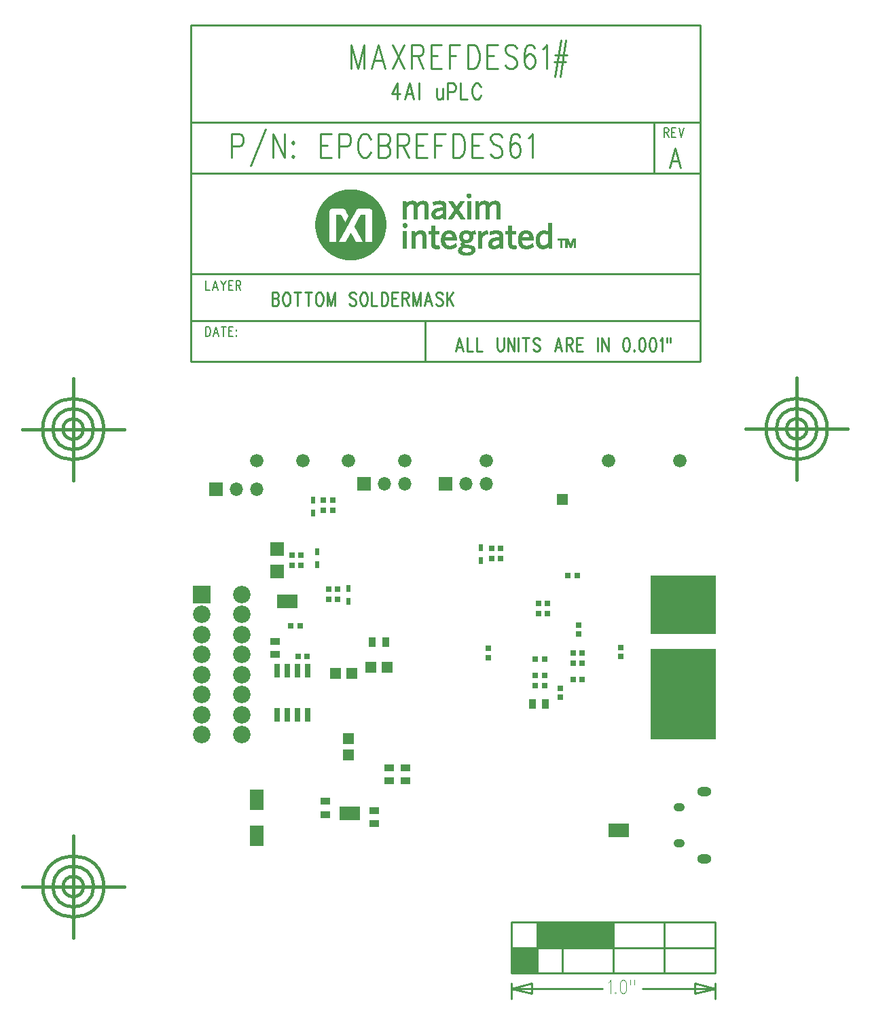
<source format=gbr>
*
*
G04 PADS 9.5 Build Number: 522968 generated Gerber (RS-274-X) file*
G04 PC Version=2.1*
*
%IN "MAXREFDES61_RA.pcb"*%
*
%MOIN*%
*
%FSLAX35Y35*%
*
*
*
*
G04 PC Standard Apertures*
*
*
G04 Thermal Relief Aperture macro.*
%AMTER*
1,1,$1,0,0*
1,0,$1-$2,0,0*
21,0,$3,$4,0,0,45*
21,0,$3,$4,0,0,135*
%
*
*
G04 Annular Aperture macro.*
%AMANN*
1,1,$1,0,0*
1,0,$2,0,0*
%
*
*
G04 Odd Aperture macro.*
%AMODD*
1,1,$1,0,0*
1,0,$1-0.005,0,0*
%
*
*
G04 PC Custom Aperture Macros*
*
*
*
*
*
*
G04 PC Aperture Table*
*
%ADD046C,0.015*%
%ADD198C,0.01*%
%ADD199C,0.007*%
%ADD200C,0.001*%
%ADD209R,0.066X0.066*%
%ADD210C,0.066*%
%ADD212R,0.028X0.028*%
%ADD221R,0.056X0.056*%
%ADD232C,0.003*%
%ADD233C,0.002*%
%ADD303R,0.086X0.086*%
%ADD304O,0.086X0.086*%
%ADD306R,0.046X0.036*%
%ADD307R,0.036X0.046*%
%ADD311R,0.021X0.036*%
%ADD313O,0.066X0.066*%
%ADD316R,0.06899X0.10049*%
%ADD324R,0.05521X0.05521*%
%ADD326R,0.031X0.066*%
%ADD328R,0.10049X0.06899*%
%ADD335R,0.10443X0.07096*%
%ADD337R,0.15167X0.03356*%
%ADD338R,0.17135X0.03356*%
%ADD339R,0.13198X0.03356*%
%ADD344O,0.07096X0.04537*%
%ADD345O,0.05521X0.04143*%
%ADD346C,0.00025*%
%ADD347C,0.0001*%
*
*
*
*
G04 PC Circuitry*
G04 Layer Name MAXREFDES61_RA.pcb - circuitry*
%LPD*%
*
*
G04 PC Custom Flashes*
G04 Layer Name MAXREFDES61_RA.pcb - flashes*
%LPD*%
*
*
G04 PC Circuitry*
G04 Layer Name MAXREFDES61_RA.pcb - circuitry*
%LPD*%
*
G54D46*
G01X1822478Y1401207D02*
Y1396207D01*
Y1391207*
Y1431207D02*
Y1401207D01*
X1802478Y1416207D02*
X1797478D01*
X1807478D02*
X1802478D01*
X1822478Y1431207D02*
Y1436207D01*
X1842478Y1416207D02*
X1847478D01*
X1837478D02*
X1842478D01*
X1807478D02*
X1837478D01*
X1827478D02*
G75*
G03X1827478I-5000J0D01*
G01X1837478D02*
G03X1837478I-15000J0D01*
G01X1832478D02*
G03X1832478I-10000J0D01*
G01X1822478Y1436207D02*
Y1441207D01*
X1822439Y1625600D02*
Y1620600D01*
Y1615600*
Y1655600D02*
Y1625600D01*
X1802439Y1640600D02*
X1797439D01*
X1807439D02*
X1802439D01*
X1822439Y1655600D02*
Y1660600D01*
X1842439Y1640600D02*
X1847439D01*
X1837439D02*
X1842439D01*
X1807439D02*
X1837439D01*
X1827439D02*
G03X1827439I-5000J0D01*
G01X1837439D02*
G03X1837439I-15000J0D01*
G01X1832439D02*
G03X1832439I-10000J0D01*
G01X1822439Y1660600D02*
Y1665600D01*
X2177561Y1625699D02*
Y1620699D01*
Y1615699*
Y1655699D02*
Y1625699D01*
X2157561Y1640699D02*
X2152561D01*
X2162561D02*
X2157561D01*
X2177561Y1655699D02*
Y1660699D01*
X2197561Y1640699D02*
X2202561D01*
X2192561D02*
X2197561D01*
X2162561D02*
X2192561D01*
X2182561D02*
G03X2182561I-5000J0D01*
G01X2192561D02*
G03X2192561I-15000J0D01*
G01X2187561D02*
G03X2187561I-10000J0D01*
G01X2177561Y1660699D02*
Y1665699D01*
G54D198*
X1920061Y1707813D02*
Y1701250D01*
Y1707813D02*
X1922106D01*
X1922106D02*
X1922788Y1707500D01*
X1923016Y1707188*
X1923016D02*
X1923243Y1706563D01*
X1923243D02*
Y1705938D01*
X1923243D02*
X1923016Y1705313D01*
X1923016D02*
X1922788Y1705000D01*
X1922106Y1704688*
X1920061D02*
X1922106D01*
X1922106D02*
X1922788Y1704375D01*
X1923016Y1704063*
X1923016D02*
X1923243Y1703438D01*
X1923243D02*
Y1702500D01*
X1923016Y1701875*
X1922788Y1701563*
X1922788D02*
X1922106Y1701250D01*
X1920061*
X1926652Y1707813D02*
X1926197Y1707500D01*
X1925743Y1706875*
X1925516Y1706250*
X1925288Y1705313*
X1925288D02*
Y1703750D01*
X1925516Y1702813*
X1925516D02*
X1925743Y1702188D01*
X1925743D02*
X1926197Y1701563D01*
X1926197D02*
X1926652Y1701250D01*
X1927561*
X1928016Y1701563*
X1928016D02*
X1928470Y1702188D01*
X1928470D02*
X1928697Y1702813D01*
X1928697D02*
X1928925Y1703750D01*
Y1705313*
X1928925D02*
X1928697Y1706250D01*
X1928470Y1706875*
X1928016Y1707500*
X1927561Y1707813*
X1927561D02*
X1926652D01*
X1932561D02*
Y1701250D01*
X1930970Y1707813D02*
X1934152D01*
X1937788D02*
Y1701250D01*
X1936197Y1707813D02*
X1939379D01*
X1942788D02*
X1942334Y1707500D01*
X1941879Y1706875*
X1941652Y1706250*
X1941425Y1705313*
X1941425D02*
Y1703750D01*
X1941652Y1702813*
X1941652D02*
X1941879Y1702188D01*
X1941879D02*
X1942334Y1701563D01*
X1942334D02*
X1942788Y1701250D01*
X1943697*
X1944152Y1701563*
X1944152D02*
X1944606Y1702188D01*
X1944606D02*
X1944834Y1702813D01*
X1944834D02*
X1945061Y1703750D01*
Y1705313*
X1945061D02*
X1944834Y1706250D01*
X1944606Y1706875*
X1944152Y1707500*
X1943697Y1707813*
X1943697D02*
X1942788D01*
X1947106D02*
Y1701250D01*
Y1707813D02*
X1948925Y1701250D01*
X1950743Y1707813D02*
X1948925Y1701250D01*
X1950743Y1707813D02*
Y1701250D01*
X1961197Y1706875D02*
X1960743Y1707500D01*
X1960061Y1707813*
X1960061D02*
X1959152D01*
X1959152D02*
X1958470Y1707500D01*
X1958016Y1706875*
Y1706250*
X1958243Y1705625*
X1958470Y1705313*
X1958470D02*
X1958925Y1705000D01*
X1960288Y1704375*
X1960743Y1704063*
X1960743D02*
X1960970Y1703750D01*
X1961197Y1703125*
Y1702188*
X1961197D02*
X1960743Y1701563D01*
X1960743D02*
X1960061Y1701250D01*
X1959152*
X1958470Y1701563*
X1958470D02*
X1958016Y1702188D01*
X1964606Y1707813D02*
X1964152Y1707500D01*
X1963697Y1706875*
X1963470Y1706250*
X1963243Y1705313*
X1963243D02*
Y1703750D01*
X1963470Y1702813*
X1963470D02*
X1963697Y1702188D01*
X1963697D02*
X1964152Y1701563D01*
X1964152D02*
X1964606Y1701250D01*
X1965516*
X1965970Y1701563*
X1965970D02*
X1966425Y1702188D01*
X1966425D02*
X1966652Y1702813D01*
X1966652D02*
X1966879Y1703750D01*
Y1705313*
X1966879D02*
X1966652Y1706250D01*
X1966425Y1706875*
X1965970Y1707500*
X1965516Y1707813*
X1965516D02*
X1964606D01*
X1968925D02*
Y1701250D01*
X1971652*
X1973697Y1707813D02*
Y1701250D01*
Y1707813D02*
X1975288D01*
X1975288D02*
X1975970Y1707500D01*
X1976425Y1706875*
X1976652Y1706250*
X1976879Y1705313*
X1976879D02*
Y1703750D01*
X1976652Y1702813*
X1976652D02*
X1976425Y1702188D01*
X1976425D02*
X1975970Y1701563D01*
X1975970D02*
X1975288Y1701250D01*
X1973697*
X1978925Y1707813D02*
Y1701250D01*
Y1707813D02*
X1981879D01*
X1978925Y1704688D02*
X1980743D01*
X1978925Y1701250D02*
X1981879D01*
X1983925Y1707813D02*
Y1701250D01*
Y1707813D02*
X1985970D01*
X1985970D02*
X1986652Y1707500D01*
X1986879Y1707188*
X1986879D02*
X1987106Y1706563D01*
X1987106D02*
Y1705938D01*
X1987106D02*
X1986879Y1705313D01*
X1986879D02*
X1986652Y1705000D01*
X1985970Y1704688*
X1985970D02*
X1983925D01*
X1985516D02*
X1987106Y1701250D01*
X1989152Y1707813D02*
Y1701250D01*
Y1707813D02*
X1990970Y1701250D01*
X1992788Y1707813D02*
X1990970Y1701250D01*
X1992788Y1707813D02*
Y1701250D01*
X1996652Y1707813D02*
X1994834Y1701250D01*
X1996652Y1707813D02*
X1998470Y1701250D01*
X1995516Y1703438D02*
X1997788D01*
X2003697Y1706875D02*
X2003243Y1707500D01*
X2002561Y1707813*
X2002561D02*
X2001652D01*
X2001652D02*
X2000970Y1707500D01*
X2000516Y1706875*
Y1706250*
X2000743Y1705625*
X2000970Y1705313*
X2000970D02*
X2001425Y1705000D01*
X2002788Y1704375*
X2003243Y1704063*
X2003243D02*
X2003470Y1703750D01*
X2003697Y1703125*
Y1702188*
X2003697D02*
X2003243Y1701563D01*
X2003243D02*
X2002561Y1701250D01*
X2001652*
X2000970Y1701563*
X2000970D02*
X2000516Y1702188D01*
X2005743Y1707813D02*
Y1701250D01*
X2008925Y1707813D02*
X2005743Y1703438D01*
X2006879Y1705000D02*
X2008925Y1701250D01*
X2037561Y1373750D02*
X2137561D01*
Y1398750*
X2037561*
Y1373750*
Y1366250D02*
X2082061D01*
X2037561D02*
X2047561Y1368750D01*
Y1363750*
X2037561Y1366250*
X2137561D02*
X2101697D01*
X2137561D02*
X2127561Y1363750D01*
Y1368750*
X2137561Y1366250*
X2037561Y1368750D02*
Y1361250D01*
X2137561Y1368750D02*
Y1361250D01*
X2039561Y1373750D02*
Y1386250D01*
X2040561Y1373750D02*
Y1386250D01*
X2041561D02*
Y1373750D01*
X2042561Y1386250D02*
Y1373750D01*
X2043561Y1386250D02*
Y1373750D01*
X2044561Y1386250D02*
Y1373750D01*
X2045561Y1386250D02*
Y1373750D01*
X2046561Y1386250D02*
Y1373750D01*
X2047561D02*
Y1386250D01*
X2048561Y1373750D02*
Y1386250D01*
X2051561D02*
Y1398750D01*
X2052561Y1386250D02*
Y1398750D01*
X2053561D02*
Y1386250D01*
X2054561Y1398750D02*
Y1386250D01*
X2055561Y1398750D02*
Y1386250D01*
X2056561Y1398750D02*
Y1386250D01*
X2057561Y1398750D02*
Y1386250D01*
X2058561Y1398750D02*
Y1386250D01*
X2059561D02*
Y1398750D01*
X2060561Y1386250D02*
Y1398750D01*
X2050061Y1373750D02*
Y1398750D01*
X2062561Y1373750D02*
Y1398750D01*
X2037561Y1386250D02*
X2137561D01*
X2112561Y1373750D02*
Y1398750D01*
X2087561Y1373750D02*
Y1398750D01*
X2038561Y1373750D02*
Y1386250D01*
X2049061Y1373750D02*
Y1386250D01*
X2051061D02*
Y1398750D01*
X2061561Y1386250D02*
Y1398750D01*
X2064561Y1386250D02*
Y1398750D01*
X2063561Y1386250D02*
Y1398750D01*
X2065561Y1386250D02*
Y1398750D01*
X2066561D02*
Y1386250D01*
X2067561Y1398750D02*
Y1386250D01*
X2068561Y1398750D02*
Y1386250D01*
X2069561Y1398750D02*
Y1386250D01*
X2070561Y1398750D02*
Y1386250D01*
X2072561D02*
Y1398750D01*
X2071561D02*
Y1386250D01*
X2073561D02*
Y1398750D01*
X2074561Y1386250D02*
Y1398750D01*
X2076561Y1386250D02*
Y1398750D01*
X2075561Y1386250D02*
Y1398750D01*
X2077561Y1386250D02*
Y1398750D01*
X2078561D02*
Y1386250D01*
X2079561Y1398750D02*
Y1386250D01*
X2080561Y1398750D02*
Y1386250D01*
X2081561Y1398750D02*
Y1386250D01*
X2082561Y1398750D02*
Y1386250D01*
X2083561Y1398750D02*
Y1386250D01*
X2084561D02*
Y1398750D01*
X2085561Y1386250D02*
Y1398750D01*
X2086561Y1386250D02*
Y1398750D01*
X2130061Y1673750D02*
Y1838750D01*
X1880061*
Y1673750*
X2130061*
X2107561Y1791250D02*
Y1766250D01*
X2130061Y1791250D02*
X1880061D01*
X2130061Y1766250D02*
X1880061D01*
X2130061Y1693750D02*
X1880061D01*
X2130061Y1716950D02*
X1880061D01*
X1995061Y1673750D02*
Y1693750D01*
X1981489Y1810326D02*
X1978762Y1805076D01*
X1982853*
X1981489Y1810326D02*
Y1802451D01*
X1987489Y1810326D02*
X1985307Y1802451D01*
X1987489Y1810326D02*
X1989671Y1802451D01*
X1986125Y1805076D02*
X1988853D01*
X1992125Y1810326D02*
Y1802451D01*
X2000853Y1807701D02*
Y1803951D01*
X2001125Y1802826*
X2001671Y1802451*
X2002489*
X2003035Y1802826*
X2003853Y1803951*
Y1807701D02*
Y1802451D01*
X2006307Y1810326D02*
Y1802451D01*
Y1810326D02*
X2008762D01*
X2009580Y1809951*
X2009853Y1809576*
X2010125Y1808826*
Y1807701*
X2009853Y1806951*
X2009580Y1806576*
X2008762Y1806201*
X2006307*
X2012580Y1810326D02*
Y1802451D01*
X2015853*
X2022398Y1808451D02*
X2022125Y1809201D01*
X2021580Y1809951*
X2021035Y1810326*
X2019944*
X2019398Y1809951*
X2018853Y1809201*
X2018580Y1808451*
X2018307Y1807326*
Y1805451*
X2018580Y1804326*
X2018853Y1803576*
X2019398Y1802826*
X2019944Y1802451*
X2021035*
X2021580Y1802826*
X2022125Y1803576*
X2022398Y1804326*
X1958762Y1829263D02*
Y1817451D01*
Y1829263D02*
X1962035Y1817451D01*
X1965307Y1829263D02*
X1962035Y1817451D01*
X1965307Y1829263D02*
Y1817451D01*
X1972262Y1829263D02*
X1968989Y1817451D01*
X1972262Y1829263D02*
X1975535Y1817451D01*
X1970216Y1821388D02*
X1974307D01*
X1979216Y1829263D02*
X1984944Y1817451D01*
Y1829263D02*
X1979216Y1817451D01*
X1988625Y1829263D02*
Y1817451D01*
Y1829263D02*
X1992307D01*
X1993535Y1828701*
X1993944Y1828138*
X1994353Y1827013*
Y1825888*
X1993944Y1824763*
X1993535Y1824201*
X1992307Y1823638*
X1988625*
X1991489D02*
X1994353Y1817451D01*
X1998035Y1829263D02*
Y1817451D01*
Y1829263D02*
X2003353D01*
X1998035Y1823638D02*
X2001307D01*
X1998035Y1817451D02*
X2003353D01*
X2007035Y1829263D02*
Y1817451D01*
Y1829263D02*
X2012353D01*
X2007035Y1823638D02*
X2010307D01*
X2016035Y1829263D02*
Y1817451D01*
Y1829263D02*
X2018898D01*
X2020125Y1828701*
X2020944Y1827576*
X2021353Y1826451*
X2021762Y1824763*
Y1821951*
X2021353Y1820263*
X2020944Y1819138*
X2020125Y1818013*
X2018898Y1817451*
X2016035*
X2025444Y1829263D02*
Y1817451D01*
Y1829263D02*
X2030762D01*
X2025444Y1823638D02*
X2028716D01*
X2025444Y1817451D02*
X2030762D01*
X2040171Y1827576D02*
X2039353Y1828701D01*
X2038125Y1829263*
X2036489*
X2035262Y1828701*
X2034444Y1827576*
Y1826451*
X2034853Y1825326*
X2035262Y1824763*
X2036080Y1824201*
X2038535Y1823076*
X2039353Y1822513*
X2039762Y1821951*
X2040171Y1820826*
Y1819138*
X2039353Y1818013*
X2038125Y1817451*
X2036489*
X2035262Y1818013*
X2034444Y1819138*
X2048762Y1827576D02*
X2048353Y1828701D01*
X2047125Y1829263*
X2046307*
X2045080Y1828701*
X2044262Y1827013*
X2043853Y1824201*
Y1821388*
X2044262Y1819138*
X2045080Y1818013*
X2046307Y1817451*
X2046716*
X2047944Y1818013*
X2048762Y1819138*
X2049171Y1820826*
Y1821388*
X2048762Y1823076*
X2047944Y1824201*
X2046716Y1824763*
X2046307*
X2045080Y1824201*
X2044262Y1823076*
X2043853Y1821388*
X2052853Y1827013D02*
X2053671Y1827576D01*
X2054898Y1829263*
Y1817451*
X2061853Y1831513D02*
X2058989Y1813513D01*
X2064307Y1831513D02*
X2061444Y1813513D01*
X2058989Y1824201D02*
X2064716D01*
X2058580Y1820826D02*
X2064307D01*
X1900061Y1785563D02*
Y1773750D01*
Y1785563D02*
X1903743D01*
X1903743D02*
X1904970Y1785000D01*
X1905379Y1784438*
X1905379D02*
X1905788Y1783313D01*
X1905788D02*
Y1781625D01*
X1905379Y1780500*
X1904970Y1779938*
X1904970D02*
X1903743Y1779375D01*
X1900061*
X1916834Y1787813D02*
X1909470Y1769812D01*
X1920516Y1785563D02*
Y1773750D01*
Y1785563D02*
X1926243Y1773750D01*
Y1785563D02*
Y1773750D01*
X1930334Y1781625D02*
X1929925Y1781063D01*
X1929925D02*
X1930334Y1780500D01*
X1930743Y1781063*
X1930743D02*
X1930334Y1781625D01*
Y1774875D02*
X1929925Y1774313D01*
X1929925D02*
X1930334Y1773750D01*
X1930743Y1774313*
X1930743D02*
X1930334Y1774875D01*
X1943834Y1785563D02*
Y1773750D01*
Y1785563D02*
X1949152D01*
X1943834Y1779938D02*
X1947106D01*
X1943834Y1773750D02*
X1949152D01*
X1952834Y1785563D02*
Y1773750D01*
Y1785563D02*
X1956516D01*
X1956516D02*
X1957743Y1785000D01*
X1958152Y1784438*
X1958152D02*
X1958561Y1783313D01*
X1958561D02*
Y1781625D01*
X1958152Y1780500*
X1957743Y1779938*
X1957743D02*
X1956516Y1779375D01*
X1952834*
X1968379Y1782750D02*
X1967970Y1783875D01*
X1967152Y1785000*
X1966334Y1785563*
X1966334D02*
X1964697D01*
X1964697D02*
X1963879Y1785000D01*
X1963061Y1783875*
X1962652Y1782750*
X1962243Y1781063*
X1962243D02*
Y1778250D01*
X1962652Y1776563*
X1962652D02*
X1963061Y1775438D01*
X1963061D02*
X1963879Y1774313D01*
X1963879D02*
X1964697Y1773750D01*
X1966334*
X1967152Y1774313*
X1967152D02*
X1967970Y1775438D01*
X1967970D02*
X1968379Y1776563D01*
X1972061Y1785563D02*
Y1773750D01*
Y1785563D02*
X1975743D01*
X1975743D02*
X1976970Y1785000D01*
X1977379Y1784438*
X1977379D02*
X1977788Y1783313D01*
X1977788D02*
Y1782188D01*
X1977788D02*
X1977379Y1781063D01*
X1977379D02*
X1976970Y1780500D01*
X1975743Y1779938*
X1972061D02*
X1975743D01*
X1975743D02*
X1976970Y1779375D01*
X1977379Y1778813*
X1977379D02*
X1977788Y1777688D01*
X1977788D02*
Y1776000D01*
X1977379Y1774875*
X1976970Y1774313*
X1976970D02*
X1975743Y1773750D01*
X1972061*
X1981470Y1785563D02*
Y1773750D01*
Y1785563D02*
X1985152D01*
X1985152D02*
X1986379Y1785000D01*
X1986788Y1784438*
X1986788D02*
X1987197Y1783313D01*
X1987197D02*
Y1782188D01*
X1987197D02*
X1986788Y1781063D01*
X1986788D02*
X1986379Y1780500D01*
X1985152Y1779938*
X1985152D02*
X1981470D01*
X1984334D02*
X1987197Y1773750D01*
X1990879Y1785563D02*
Y1773750D01*
Y1785563D02*
X1996197D01*
X1990879Y1779938D02*
X1994152D01*
X1990879Y1773750D02*
X1996197D01*
X1999879Y1785563D02*
Y1773750D01*
Y1785563D02*
X2005197D01*
X1999879Y1779938D02*
X2003152D01*
X2008879Y1785563D02*
Y1773750D01*
Y1785563D02*
X2011743D01*
X2011743D02*
X2012970Y1785000D01*
X2013788Y1783875*
X2014197Y1782750*
X2014606Y1781063*
X2014606D02*
Y1778250D01*
X2014197Y1776563*
X2014197D02*
X2013788Y1775438D01*
X2013788D02*
X2012970Y1774313D01*
X2012970D02*
X2011743Y1773750D01*
X2008879*
X2018288Y1785563D02*
Y1773750D01*
Y1785563D02*
X2023606D01*
X2018288Y1779938D02*
X2021561D01*
X2018288Y1773750D02*
X2023606D01*
X2033016Y1783875D02*
X2032197Y1785000D01*
X2030970Y1785563*
X2030970D02*
X2029334D01*
X2029334D02*
X2028106Y1785000D01*
X2027288Y1783875*
Y1782750*
X2027697Y1781625*
X2028106Y1781063*
X2028106D02*
X2028925Y1780500D01*
X2031379Y1779375*
X2032197Y1778813*
X2032197D02*
X2032606Y1778250D01*
X2033016Y1777125*
Y1775438*
X2033016D02*
X2032197Y1774313D01*
X2032197D02*
X2030970Y1773750D01*
X2029334*
X2028106Y1774313*
X2028106D02*
X2027288Y1775438D01*
X2041606Y1783875D02*
X2041197Y1785000D01*
X2039970Y1785563*
X2039970D02*
X2039152D01*
X2039152D02*
X2037925Y1785000D01*
X2037106Y1783313*
X2037106D02*
X2036697Y1780500D01*
Y1777688*
X2036697D02*
X2037106Y1775438D01*
X2037106D02*
X2037925Y1774313D01*
X2037925D02*
X2039152Y1773750D01*
X2039561*
X2040788Y1774313*
X2040788D02*
X2041606Y1775438D01*
X2041606D02*
X2042016Y1777125D01*
Y1777688*
X2042016D02*
X2041606Y1779375D01*
X2040788Y1780500*
X2039561Y1781063*
X2039561D02*
X2039152D01*
X2039152D02*
X2037925Y1780500D01*
X2037106Y1779375*
X2036697Y1777688*
X2045697Y1783313D02*
X2046516Y1783875D01*
X2047743Y1785563*
X2047743D02*
Y1773750D01*
X2117788Y1778594D02*
X2115061Y1768750D01*
X2117788Y1778594D02*
X2120516Y1768750D01*
X2116084Y1772031D02*
X2119493D01*
X2011879Y1685313D02*
X2010061Y1678750D01*
X2011879Y1685313D02*
X2013697Y1678750D01*
X2010743Y1680938D02*
X2013016D01*
X2015743Y1685313D02*
Y1678750D01*
X2018470*
X2020516Y1685313D02*
Y1678750D01*
X2023243*
X2030516Y1685313D02*
Y1680625D01*
X2030743Y1679688*
X2030743D02*
X2031197Y1679063D01*
X2031197D02*
X2031879Y1678750D01*
X2032334*
X2033016Y1679063*
X2033016D02*
X2033470Y1679688D01*
X2033470D02*
X2033697Y1680625D01*
Y1685313*
X2035743D02*
Y1678750D01*
Y1685313D02*
X2038925Y1678750D01*
Y1685313D02*
Y1678750D01*
X2040970Y1685313D02*
Y1678750D01*
X2044606Y1685313D02*
Y1678750D01*
X2043016Y1685313D02*
X2046197D01*
X2051425Y1684375D02*
X2050970Y1685000D01*
X2050288Y1685313*
X2050288D02*
X2049379D01*
X2049379D02*
X2048697Y1685000D01*
X2048243Y1684375*
Y1683750*
X2048470Y1683125*
X2048697Y1682813*
X2048697D02*
X2049152Y1682500D01*
X2050516Y1681875*
X2050970Y1681563*
X2050970D02*
X2051197Y1681250D01*
X2051425Y1680625*
Y1679688*
X2051425D02*
X2050970Y1679063D01*
X2050970D02*
X2050288Y1678750D01*
X2049379*
X2048697Y1679063*
X2048697D02*
X2048243Y1679688D01*
X2060516Y1685313D02*
X2058697Y1678750D01*
X2060516Y1685313D02*
X2062334Y1678750D01*
X2059379Y1680938D02*
X2061652D01*
X2064379Y1685313D02*
Y1678750D01*
Y1685313D02*
X2066425D01*
X2066425D02*
X2067106Y1685000D01*
X2067334Y1684688*
X2067334D02*
X2067561Y1684063D01*
X2067561D02*
Y1683438D01*
X2067561D02*
X2067334Y1682813D01*
X2067334D02*
X2067106Y1682500D01*
X2066425Y1682188*
X2066425D02*
X2064379D01*
X2065970D02*
X2067561Y1678750D01*
X2069606Y1685313D02*
Y1678750D01*
Y1685313D02*
X2072561D01*
X2069606Y1682188D02*
X2071425D01*
X2069606Y1678750D02*
X2072561D01*
X2079834Y1685313D02*
Y1678750D01*
X2081879Y1685313D02*
Y1678750D01*
Y1685313D02*
X2085061Y1678750D01*
Y1685313D02*
Y1678750D01*
X2093697Y1685313D02*
X2093016Y1685000D01*
X2092561Y1684063*
X2092561D02*
X2092334Y1682500D01*
Y1681563*
X2092334D02*
X2092561Y1680000D01*
X2093016Y1679063*
X2093016D02*
X2093697Y1678750D01*
X2094152*
X2094834Y1679063*
X2094834D02*
X2095288Y1680000D01*
X2095516Y1681563*
X2095516D02*
Y1682500D01*
X2095288Y1684063*
X2095288D02*
X2094834Y1685000D01*
X2094152Y1685313*
X2094152D02*
X2093697D01*
X2097788Y1679375D02*
X2097561Y1679063D01*
X2097561D02*
X2097788Y1678750D01*
X2098016Y1679063*
X2098016D02*
X2097788Y1679375D01*
X2101425Y1685313D02*
X2100743Y1685000D01*
X2100288Y1684063*
X2100288D02*
X2100061Y1682500D01*
Y1681563*
X2100061D02*
X2100288Y1680000D01*
X2100743Y1679063*
X2100743D02*
X2101425Y1678750D01*
X2101879*
X2102561Y1679063*
X2102561D02*
X2103016Y1680000D01*
X2103243Y1681563*
X2103243D02*
Y1682500D01*
X2103016Y1684063*
X2103016D02*
X2102561Y1685000D01*
X2101879Y1685313*
X2101879D02*
X2101425D01*
X2106652D02*
X2105970Y1685000D01*
X2105516Y1684063*
X2105516D02*
X2105288Y1682500D01*
Y1681563*
X2105288D02*
X2105516Y1680000D01*
X2105970Y1679063*
X2105970D02*
X2106652Y1678750D01*
X2107106*
X2107788Y1679063*
X2107788D02*
X2108243Y1680000D01*
X2108470Y1681563*
X2108470D02*
Y1682500D01*
X2108243Y1684063*
X2108243D02*
X2107788Y1685000D01*
X2107106Y1685313*
X2107106D02*
X2106652D01*
X2110516Y1684063D02*
X2110970Y1684375D01*
X2111652Y1685313*
X2111652D02*
Y1678750D01*
X2113697Y1685313D02*
Y1683125D01*
X2115516Y1685313D02*
Y1683125D01*
G54D199*
X1887561Y1690844D02*
Y1686250D01*
Y1690844D02*
X1888675D01*
X1889152Y1690625*
X1889470Y1690188*
X1889470D02*
X1889629Y1689750D01*
X1889788Y1689094*
Y1688000*
X1889629Y1687344*
X1889470Y1686906*
X1889152Y1686469*
X1888675Y1686250*
X1887561*
X1892493Y1690844D02*
X1891220Y1686250D01*
X1892493Y1690844D02*
X1893766Y1686250D01*
X1891697Y1687781D02*
X1893288D01*
X1896311Y1690844D02*
Y1686250D01*
X1895197Y1690844D02*
X1897425D01*
X1898856D02*
Y1686250D01*
Y1690844D02*
X1900925D01*
X1898856Y1688656D02*
X1900129D01*
X1898856Y1686250D02*
X1900925D01*
X1902516Y1689313D02*
X1902356Y1689094D01*
X1902516Y1688875*
X1902675Y1689094*
X1902516Y1689313*
Y1686688D02*
X1902356Y1686469D01*
X1902516Y1686250*
X1902675Y1686469*
X1902516Y1686688*
X1887561Y1713344D02*
Y1708750D01*
X1889470*
X1892175Y1713344D02*
X1890902Y1708750D01*
X1892175Y1713344D02*
X1893447Y1708750D01*
X1891379Y1710281D02*
X1892970D01*
X1894879Y1713344D02*
X1896152Y1711156D01*
Y1708750*
X1897425Y1713344D02*
X1896152Y1711156D01*
X1898856Y1713344D02*
Y1708750D01*
Y1713344D02*
X1900925D01*
X1898856Y1711156D02*
X1900129D01*
X1898856Y1708750D02*
X1900925D01*
X1902356Y1713344D02*
Y1708750D01*
Y1713344D02*
X1903788D01*
X1904266Y1713125*
X1904425Y1712906*
X1904584Y1712469*
Y1712031*
X1904425Y1711594*
X1904266Y1711375*
X1903788Y1711156*
X1902356*
X1903470D02*
X1904584Y1708750D01*
X2112561Y1788344D02*
Y1783750D01*
Y1788344D02*
X2113993D01*
X2114470Y1788125*
X2114629Y1787906*
X2114788Y1787469*
Y1787031*
X2114629Y1786594*
X2114470Y1786375*
X2113993Y1786156*
X2112561*
X2113675D02*
X2114788Y1783750D01*
X2116220Y1788344D02*
Y1783750D01*
Y1788344D02*
X2118288D01*
X2116220Y1786156D02*
X2117493D01*
X2116220Y1783750D02*
X2118288D01*
X2119720Y1788344D02*
X2120993Y1783750D01*
X2122266Y1788344D02*
X2120993Y1783750D01*
G54D200*
X2037561Y1373750D02*
X2037564D01*
X2137561D02*
X2137564D01*
G54D209*
X1922561Y1581750D03*
Y1570750D03*
X1965061Y1613750D03*
X2005061D03*
X1892561Y1611250D03*
G54D210*
X1912561Y1625250D03*
X1985061D03*
X2025061D03*
X1935061D03*
X1957561D03*
X2085061D03*
X2120061D03*
G54D212*
X2050811Y1555250D03*
X2055311D03*
X2065311Y1568750D03*
X2069811D03*
X2026061Y1533000D03*
Y1528500D03*
X1937311Y1529250D03*
X1932811D03*
X1952311Y1562250D03*
X1947811D03*
X1934311Y1573750D03*
X1929811D03*
X1945311Y1605750D03*
X1949811D03*
X2055311Y1550250D03*
X2050811D03*
X2070561Y1544500D03*
Y1540000D03*
X2072311Y1525750D03*
X2067811D03*
Y1530750D03*
X2072311D03*
X2053811Y1519750D03*
X2049311D03*
Y1514750D03*
X2053811D03*
X2091061Y1533500D03*
Y1529000D03*
X1933811Y1544250D03*
X1929311D03*
X2027811Y1582250D03*
X2032311D03*
X1952311Y1557250D03*
X1947811D03*
X1934311Y1578750D03*
X1929811D03*
X1945311Y1600750D03*
X1949811D03*
X2072311Y1517750D03*
X2067811D03*
X2027811Y1577250D03*
X2032311D03*
X2053811Y1527750D03*
X2049311D03*
X2061561Y1513500D03*
Y1509000D03*
G54D221*
X1968561Y1523750D03*
X1976561D03*
X1957561Y1488750D03*
Y1480750D03*
X1951061Y1520750D03*
X1959061D03*
G54D232*
X2085061Y1369063D02*
X2085516Y1369375D01*
X2086197Y1370313*
X2086197D02*
Y1363750D01*
X2088470Y1364375D02*
X2088243Y1364063D01*
X2088243D02*
X2088470Y1363750D01*
X2088697Y1364063*
X2088697D02*
X2088470Y1364375D01*
X2092106Y1370313D02*
X2091425Y1370000D01*
X2090970Y1369063*
X2090970D02*
X2090743Y1367500D01*
Y1366563*
X2090743D02*
X2090970Y1365000D01*
X2091425Y1364063*
X2091425D02*
X2092106Y1363750D01*
X2092561*
X2093243Y1364063*
X2093243D02*
X2093697Y1365000D01*
X2093925Y1366563*
X2093925D02*
Y1367500D01*
X2093697Y1369063*
X2093697D02*
X2093243Y1370000D01*
X2092561Y1370313*
X2092561D02*
X2092106D01*
X2095970D02*
Y1368125D01*
X2097788Y1370313D02*
Y1368125D01*
G54D233*
X1957561Y1723750D02*
X1959577D01*
X1956486Y1723840D02*
X1960563D01*
X1955859Y1723929D02*
X1961279D01*
X1955322Y1724019D02*
X1961727D01*
X1954874Y1724108D02*
X1962173D01*
X1954515Y1724198D02*
X1962623D01*
X1954157Y1724287D02*
X1962981D01*
X1953799Y1724377D02*
X1963250D01*
X1953530Y1724467D02*
X1963608D01*
X1953172Y1724556D02*
X1963877D01*
X1952903Y1724646D02*
X1964146D01*
X1952724Y1724735D02*
X1964415D01*
X1952455Y1724825D02*
X1964594D01*
X1952186Y1724915D02*
X1964863D01*
X1952007Y1725004D02*
X1965131D01*
X1951738Y1725094D02*
X1965310D01*
X1951559Y1725183D02*
X1965490D01*
X1951380Y1725273D02*
X1965669D01*
X1951201Y1725362D02*
X1965937D01*
X1951022Y1725452D02*
X1966117D01*
X1950843Y1725542D02*
X1966296D01*
X1950664Y1725631D02*
X1966473D01*
X1950484Y1725721D02*
X1966652D01*
X1950305Y1725810D02*
X1966742D01*
X1950126Y1725900D02*
X1966921D01*
X1949947Y1725989D02*
X1967100D01*
X1949857Y1726079D02*
X1967279D01*
X2014443D02*
X2016101D01*
X1949678Y1726169D02*
X1967369D01*
X2013816D02*
X2016818D01*
X1949499Y1726258D02*
X1967548D01*
X2013368D02*
X2017176D01*
X1949409Y1726348D02*
X1967729D01*
X2013099D02*
X2017534D01*
X1949230Y1726437D02*
X1967819D01*
X2012831D02*
X2017714D01*
X1949141Y1726527D02*
X1967998D01*
X2012562D02*
X2017982D01*
X1948962Y1726617D02*
X1968087D01*
X2012383D02*
X2018162D01*
X1948872Y1726706D02*
X1968267D01*
X2012293D02*
X2018341D01*
X1948693Y1726796D02*
X1968356D01*
X2012114D02*
X2018430D01*
X1948603Y1726885D02*
X1968535D01*
X2012025D02*
X2018609D01*
X1948424Y1726975D02*
X1968625D01*
X2011935D02*
X2018699D01*
X1948334Y1727064D02*
X1968714D01*
X2011845D02*
X2018789D01*
X1948245Y1727154D02*
X1968894D01*
X2011756D02*
X2018878D01*
X1948066Y1727244D02*
X1968983D01*
X2011666D02*
X2018968D01*
X1947976Y1727333D02*
X1969073D01*
X2011577D02*
X2014578D01*
X2016235D02*
X2019057D01*
X1947887Y1727423D02*
X1969252D01*
X2011577D02*
X2014131D01*
X2016683D02*
X2019147D01*
X1947707Y1727512D02*
X1969341D01*
X2011487D02*
X2013772D01*
X2016951D02*
X2019236D01*
X1947618Y1727602D02*
X1969431D01*
X2011487D02*
X2013593D01*
X2017220D02*
X2019236D01*
X1947528Y1727691D02*
X1969521D01*
X2011397D02*
X2013414D01*
X2017399D02*
X2019326D01*
X1947439Y1727781D02*
X1969700D01*
X2011397D02*
X2013235D01*
X2017489D02*
X2019326D01*
X1947349Y1727871D02*
X1969789D01*
X2011397D02*
X2013145D01*
X2017668D02*
X2019416D01*
X1947170Y1727960D02*
X1969879D01*
X2011308D02*
X2013056D01*
X2017758D02*
X2019416D01*
X1947080Y1728050D02*
X1969969D01*
X2011308D02*
X2013056D01*
X2017847D02*
X2019416D01*
X1946991Y1728139D02*
X1970058D01*
X2011308D02*
X2012966D01*
X2017847D02*
X2019505D01*
X1946901Y1728229D02*
X1970148D01*
X2011308D02*
X2012966D01*
X2017937D02*
X2019505D01*
X1946812Y1728318D02*
X1970237D01*
X2011308D02*
X2012876D01*
X2017937D02*
X2019505D01*
X1946722Y1728408D02*
X1970327D01*
X2011308D02*
X2012876D01*
X2017937D02*
X2019505D01*
X1946632Y1728498D02*
X1970416D01*
X2011308D02*
X2012876D01*
X2018026D02*
X2019505D01*
X1946543Y1728587D02*
X1970596D01*
X2011308D02*
X2012876D01*
X2018026D02*
X2019505D01*
X1946453Y1728677D02*
X1970685D01*
X2011397D02*
X2012966D01*
X2017937D02*
X2019505D01*
X1946364Y1728766D02*
X1970775D01*
X2011397D02*
X2012966D01*
X2017937D02*
X2019505D01*
X1946274Y1728856D02*
X1970864D01*
X2011397D02*
X2012966D01*
X2017937D02*
X2019505D01*
X1946185Y1728946D02*
X1970954D01*
X2011397D02*
X2013056D01*
X2017847D02*
X2019505D01*
X1946095Y1729035D02*
X1970954D01*
X2011487D02*
X2013145D01*
X2017758D02*
X2019505D01*
X1946005Y1729125D02*
X1971043D01*
X2011487D02*
X2013145D01*
X2017668D02*
X2019505D01*
X1945916Y1729214D02*
X1971133D01*
X1999931D02*
X2001769D01*
X2005933D02*
X2008039D01*
X2011577D02*
X2013235D01*
X2017489D02*
X2019505D01*
X2027880D02*
X2029536D01*
X2037733D02*
X2039481D01*
X2043735D02*
X2045752D01*
X2052066D02*
X2053634D01*
X1945826Y1729304D02*
X1971223D01*
X1999573D02*
X2002127D01*
X2005575D02*
X2008398D01*
X2011577D02*
X2013324D01*
X2017310D02*
X2019505D01*
X2027522D02*
X2029894D01*
X2037375D02*
X2039839D01*
X2043377D02*
X2046199D01*
X2051708D02*
X2053993D01*
X1945737Y1729393D02*
X1971312D01*
X1984345D02*
X1986003D01*
X1988376D02*
X1990034D01*
X1993751D02*
X1995407D01*
X1999304D02*
X2002127D01*
X2005306D02*
X2008756D01*
X2011666D02*
X2013414D01*
X2017130D02*
X2019416D01*
X2021072D02*
X2022730D01*
X2027342D02*
X2030163D01*
X2031821D02*
X2033119D01*
X2037106D02*
X2039839D01*
X2043108D02*
X2046468D01*
X2051528D02*
X2054172D01*
X2055828D02*
X2057128D01*
X1945647Y1729483D02*
X1971402D01*
X1984345D02*
X1986003D01*
X1988376D02*
X1990034D01*
X1993751D02*
X1995407D01*
X1999125D02*
X2002127D01*
X2005127D02*
X2009025D01*
X2011756D02*
X2013593D01*
X2016772D02*
X2019416D01*
X2021072D02*
X2022730D01*
X2027163D02*
X2030342D01*
X2031821D02*
X2033119D01*
X2036927D02*
X2039839D01*
X2042839D02*
X2046737D01*
X2051349D02*
X2054351D01*
X2055828D02*
X2057128D01*
X1945558Y1729573D02*
X1971491D01*
X1984345D02*
X1986003D01*
X1988376D02*
X1990034D01*
X1993751D02*
X1995407D01*
X1999036D02*
X2002037D01*
X2004948D02*
X2009204D01*
X2011845D02*
X2013683D01*
X2016414D02*
X2019326D01*
X2021072D02*
X2022730D01*
X2027074D02*
X2030521D01*
X2031821D02*
X2033119D01*
X2036748D02*
X2039839D01*
X2042660D02*
X2047006D01*
X2051170D02*
X2054530D01*
X2055739D02*
X2057128D01*
X1945468Y1729662D02*
X1971581D01*
X1984345D02*
X1986003D01*
X1988376D02*
X1990034D01*
X1993751D02*
X1995407D01*
X1998857D02*
X2002037D01*
X2004769D02*
X2009383D01*
X2011935D02*
X2013772D01*
X2015876D02*
X2019326D01*
X2021072D02*
X2022730D01*
X2026894D02*
X2030701D01*
X2031732D02*
X2033119D01*
X2036659D02*
X2039839D01*
X2042571D02*
X2047185D01*
X2050991D02*
X2054709D01*
X2055739D02*
X2057128D01*
X1945468Y1729752D02*
X1971670D01*
X1984345D02*
X1986003D01*
X1988376D02*
X1990034D01*
X1993751D02*
X1995407D01*
X1998767D02*
X2002037D01*
X2004590D02*
X2009562D01*
X2012025D02*
X2013951D01*
X2015339D02*
X2019236D01*
X2021072D02*
X2022730D01*
X2026805D02*
X2030880D01*
X2031732D02*
X2033119D01*
X2036569D02*
X2039839D01*
X2042392D02*
X2047364D01*
X2050901D02*
X2054799D01*
X2055739D02*
X2057128D01*
X1945378Y1729841D02*
X1971760D01*
X1984345D02*
X1986003D01*
X1988376D02*
X1990034D01*
X1993751D02*
X1995407D01*
X1998677D02*
X2002037D01*
X2004500D02*
X2009741D01*
X2012114D02*
X2014131D01*
X2014891D02*
X2019236D01*
X2021072D02*
X2022730D01*
X2026715D02*
X2030969D01*
X2031732D02*
X2033119D01*
X2036479D02*
X2039750D01*
X2042302D02*
X2047543D01*
X2050812D02*
X2054978D01*
X2055739D02*
X2057128D01*
X1945289Y1729931D02*
X1971760D01*
X1984345D02*
X1986003D01*
X1988376D02*
X1990034D01*
X1993751D02*
X1995407D01*
X1998588D02*
X2002037D01*
X2004410D02*
X2009920D01*
X2012204D02*
X2014310D01*
X2014443D02*
X2019147D01*
X2021072D02*
X2022730D01*
X2026626D02*
X2031059D01*
X2031732D02*
X2033119D01*
X2036390D02*
X2039750D01*
X2042123D02*
X2047633D01*
X2050722D02*
X2055068D01*
X2055739D02*
X2057128D01*
X1945199Y1730020D02*
X1971850D01*
X1984345D02*
X1986003D01*
X1988376D02*
X1990034D01*
X1993751D02*
X1995407D01*
X1998588D02*
X2002037D01*
X2004321D02*
X2010010D01*
X2012293D02*
X2019057D01*
X2021072D02*
X2022730D01*
X2026536D02*
X2031238D01*
X2031732D02*
X2033119D01*
X2036300D02*
X2039750D01*
X2042033D02*
X2047812D01*
X2050633D02*
X2055157D01*
X2055739D02*
X2057128D01*
X1945110Y1730110D02*
X1971939D01*
X1984345D02*
X1986003D01*
X1988376D02*
X1990034D01*
X1993751D02*
X1995407D01*
X1998498D02*
X2002037D01*
X2004142D02*
X2010189D01*
X2012472D02*
X2018968D01*
X2021072D02*
X2022730D01*
X2026536D02*
X2031328D01*
X2031732D02*
X2033119D01*
X2036300D02*
X2039750D01*
X2041944D02*
X2047901D01*
X2050543D02*
X2055247D01*
X2055649D02*
X2057128D01*
X1945020Y1730200D02*
X1972029D01*
X1984345D02*
X1986003D01*
X1988376D02*
X1990034D01*
X1993751D02*
X1995407D01*
X1998498D02*
X2001948D01*
X2004052D02*
X2010279D01*
X2012562D02*
X2018789D01*
X2021072D02*
X2022730D01*
X2026447D02*
X2031417D01*
X2031642D02*
X2033119D01*
X2036211D02*
X2039750D01*
X2041854D02*
X2048081D01*
X2050454D02*
X2055336D01*
X2055649D02*
X2057128D01*
X1945020Y1730289D02*
X1972118D01*
X1984345D02*
X1986003D01*
X1988376D02*
X1990034D01*
X1993751D02*
X1995407D01*
X1998409D02*
X2001948D01*
X2003962D02*
X2010368D01*
X2012741D02*
X2018699D01*
X2021072D02*
X2022730D01*
X2026447D02*
X2031507D01*
X2031642D02*
X2033119D01*
X2036211D02*
X2039750D01*
X2041764D02*
X2048170D01*
X2050364D02*
X2055426D01*
X2055649D02*
X2057128D01*
X1944931Y1730379D02*
X1972118D01*
X1984345D02*
X1986003D01*
X1988376D02*
X1990034D01*
X1993751D02*
X1995407D01*
X1998409D02*
X2001948D01*
X2003962D02*
X2010368D01*
X2012831D02*
X2018520D01*
X2021072D02*
X2022730D01*
X2026357D02*
X2033119D01*
X2036121D02*
X2039750D01*
X2041675D02*
X2048170D01*
X2050274D02*
X2055516D01*
X2055649D02*
X2057128D01*
X1944841Y1730468D02*
X1972208D01*
X1984345D02*
X1986003D01*
X1988376D02*
X1990034D01*
X1993751D02*
X1995407D01*
X1998319D02*
X2001948D01*
X2003873D02*
X2010368D01*
X2013010D02*
X2018430D01*
X2021072D02*
X2022730D01*
X2026357D02*
X2033119D01*
X2036121D02*
X2039660D01*
X2041585D02*
X2048081D01*
X2050185D02*
X2057128D01*
X1944751Y1730558D02*
X1972298D01*
X1984345D02*
X1986003D01*
X1988376D02*
X1990034D01*
X1993751D02*
X1995407D01*
X1998319D02*
X2001948D01*
X2003783D02*
X2010368D01*
X2013010D02*
X2018162D01*
X2021072D02*
X2022730D01*
X2026267D02*
X2028730D01*
X2029313D02*
X2033119D01*
X2036121D02*
X2039660D01*
X2041585D02*
X2048081D01*
X2050185D02*
X2057128D01*
X1944751Y1730648D02*
X1972387D01*
X1984345D02*
X1986003D01*
X1988376D02*
X1990034D01*
X1993751D02*
X1995407D01*
X1998319D02*
X2001948D01*
X2003694D02*
X2006427D01*
X2007814D02*
X2010368D01*
X2012920D02*
X2017982D01*
X2021072D02*
X2022730D01*
X2026267D02*
X2028372D01*
X2029761D02*
X2033119D01*
X2036031D02*
X2039660D01*
X2041496D02*
X2044139D01*
X2045616D02*
X2048081D01*
X2050095D02*
X2052828D01*
X2053320D02*
X2057128D01*
X1944662Y1730737D02*
X1972387D01*
X1984345D02*
X1986003D01*
X1988376D02*
X1990034D01*
X1993751D02*
X1995407D01*
X1998319D02*
X2000425D01*
X2003694D02*
X2006158D01*
X2008173D02*
X2010279D01*
X2012831D02*
X2017714D01*
X2021072D02*
X2022730D01*
X2026267D02*
X2028192D01*
X2030030D02*
X2033119D01*
X2036031D02*
X2038227D01*
X2041406D02*
X2043870D01*
X2045975D02*
X2048081D01*
X2050095D02*
X2052470D01*
X2053768D02*
X2057128D01*
X1944572Y1730827D02*
X1972477D01*
X1984345D02*
X1986003D01*
X1988376D02*
X1990034D01*
X1993751D02*
X1995407D01*
X1998229D02*
X2000246D01*
X2003604D02*
X2005889D01*
X2008441D02*
X2010279D01*
X2012741D02*
X2017355D01*
X2021072D02*
X2022730D01*
X2026178D02*
X2028103D01*
X2030209D02*
X2033119D01*
X2036031D02*
X2038046D01*
X2041406D02*
X2043691D01*
X2046243D02*
X2048081D01*
X2050006D02*
X2052291D01*
X2054037D02*
X2057128D01*
X1944483Y1730916D02*
X1972566D01*
X1984345D02*
X1986003D01*
X1988376D02*
X1990034D01*
X1993751D02*
X1995407D01*
X1998229D02*
X2000156D01*
X2003515D02*
X2005710D01*
X2008710D02*
X2010279D01*
X2012741D02*
X2016997D01*
X2021072D02*
X2022730D01*
X2026178D02*
X2028013D01*
X2030388D02*
X2033119D01*
X2036031D02*
X2037867D01*
X2041317D02*
X2043512D01*
X2046423D02*
X2048081D01*
X2050006D02*
X2052112D01*
X2054216D02*
X2057128D01*
X1944483Y1731006D02*
X1972656D01*
X1984345D02*
X1986003D01*
X1988376D02*
X1990034D01*
X1993751D02*
X1995407D01*
X1998229D02*
X2000067D01*
X2003515D02*
X2005621D01*
X2008889D02*
X2010279D01*
X2012652D02*
X2016549D01*
X2021072D02*
X2022730D01*
X2026178D02*
X2027926D01*
X2030567D02*
X2033119D01*
X2036031D02*
X2037777D01*
X2041227D02*
X2043333D01*
X2046602D02*
X2047991D01*
X2049916D02*
X2052022D01*
X2054305D02*
X2057128D01*
X1944393Y1731095D02*
X1972656D01*
X1984345D02*
X1986003D01*
X1988376D02*
X1990034D01*
X1993751D02*
X1995407D01*
X1998229D02*
X1999977D01*
X2003425D02*
X2005531D01*
X2009068D02*
X2010279D01*
X2012652D02*
X2016012D01*
X2021072D02*
X2022730D01*
X2026178D02*
X2027926D01*
X2030746D02*
X2033119D01*
X2036031D02*
X2037777D01*
X2041227D02*
X2043243D01*
X2046781D02*
X2047991D01*
X2049916D02*
X2051932D01*
X2054485D02*
X2057128D01*
X1944303Y1731185D02*
X1972745D01*
X1984345D02*
X1986003D01*
X1988376D02*
X1990034D01*
X1993751D02*
X1995407D01*
X1998229D02*
X1999977D01*
X2003425D02*
X2005441D01*
X2009248D02*
X2010279D01*
X2012652D02*
X2015474D01*
X2021072D02*
X2022730D01*
X2026178D02*
X2027836D01*
X2030836D02*
X2033119D01*
X2035942D02*
X2037688D01*
X2041137D02*
X2043154D01*
X2046960D02*
X2047991D01*
X2049826D02*
X2051843D01*
X2054574D02*
X2057128D01*
X1944303Y1731275D02*
X1972835D01*
X1984345D02*
X1986003D01*
X1988376D02*
X1990034D01*
X1993751D02*
X1995407D01*
X1998229D02*
X1999888D01*
X2003335D02*
X2005352D01*
X2009337D02*
X2010189D01*
X2012562D02*
X2015026D01*
X2021072D02*
X2022730D01*
X2026088D02*
X2027836D01*
X2031015D02*
X2033119D01*
X2035942D02*
X2037688D01*
X2041137D02*
X2043064D01*
X2047139D02*
X2047991D01*
X2049826D02*
X2051753D01*
X2054664D02*
X2057128D01*
X1944214Y1731364D02*
X1972835D01*
X1984345D02*
X1986003D01*
X1988376D02*
X1990034D01*
X1993751D02*
X1995407D01*
X1998229D02*
X1999888D01*
X2003335D02*
X2005262D01*
X2009516D02*
X2010189D01*
X2012562D02*
X2014668D01*
X2021072D02*
X2022730D01*
X2026088D02*
X2027746D01*
X2031105D02*
X2033119D01*
X2035942D02*
X2037598D01*
X2041137D02*
X2042975D01*
X2047229D02*
X2047991D01*
X2049737D02*
X2051664D01*
X2054843D02*
X2057128D01*
X1944124Y1731454D02*
X1972925D01*
X1984345D02*
X1986003D01*
X1988376D02*
X1990034D01*
X1993751D02*
X1995407D01*
X1998229D02*
X1999888D01*
X2003335D02*
X2005173D01*
X2009606D02*
X2010189D01*
X2012562D02*
X2014399D01*
X2021072D02*
X2022730D01*
X2026088D02*
X2027746D01*
X2031194D02*
X2033119D01*
X2035942D02*
X2037598D01*
X2041048D02*
X2042885D01*
X2047408D02*
X2047991D01*
X2049737D02*
X2051664D01*
X2054932D02*
X2057128D01*
X1944124Y1731543D02*
X1973014D01*
X1984345D02*
X1986003D01*
X1988376D02*
X1990034D01*
X1993751D02*
X1995407D01*
X1998229D02*
X1999798D01*
X2003246D02*
X2005083D01*
X2009785D02*
X2010189D01*
X2012652D02*
X2014310D01*
X2021072D02*
X2022730D01*
X2026088D02*
X2027746D01*
X2031284D02*
X2033119D01*
X2035942D02*
X2037598D01*
X2041048D02*
X2042885D01*
X2047497D02*
X2047901D01*
X2049737D02*
X2051574D01*
X2055022D02*
X2057128D01*
X1944035Y1731633D02*
X1973014D01*
X1984345D02*
X1986003D01*
X1988376D02*
X1990034D01*
X1993751D02*
X1995407D01*
X1998229D02*
X1999798D01*
X2003246D02*
X2005083D01*
X2009875D02*
X2010189D01*
X2012652D02*
X2014220D01*
X2021072D02*
X2022730D01*
X2026088D02*
X2027746D01*
X2031373D02*
X2033119D01*
X2035942D02*
X2037598D01*
X2040958D02*
X2042796D01*
X2047677D02*
X2047901D01*
X2049647D02*
X2051485D01*
X2055112D02*
X2057128D01*
X1943945Y1731722D02*
X1973104D01*
X1984345D02*
X1986003D01*
X1988376D02*
X1990034D01*
X1993751D02*
X1995407D01*
X1998229D02*
X1999798D01*
X2003246D02*
X2004994D01*
X2009964D02*
X2010189D01*
X2012652D02*
X2014220D01*
X2021072D02*
X2022730D01*
X2026088D02*
X2027746D01*
X2031463D02*
X2033119D01*
X2035942D02*
X2037598D01*
X2040958D02*
X2042796D01*
X2047766D02*
X2047901D01*
X2049647D02*
X2051485D01*
X2055201D02*
X2057128D01*
X1943945Y1731812D02*
X1973193D01*
X1984345D02*
X1986003D01*
X1988376D02*
X1990034D01*
X1993751D02*
X1995407D01*
X1998229D02*
X1999798D01*
X2003156D02*
X2004994D01*
X2012652D02*
X2014220D01*
X2021072D02*
X2022730D01*
X2026088D02*
X2027746D01*
X2031553D02*
X2033119D01*
X2035942D02*
X2037598D01*
X2040958D02*
X2042706D01*
X2049647D02*
X2051395D01*
X2055201D02*
X2057128D01*
X1943856Y1731902D02*
X1973193D01*
X1984345D02*
X1986003D01*
X1988376D02*
X1990034D01*
X1993751D02*
X1995407D01*
X1998229D02*
X1999798D01*
X2003156D02*
X2004904D01*
X2012741D02*
X2014310D01*
X2021072D02*
X2022730D01*
X2026178D02*
X2027746D01*
X2031553D02*
X2033119D01*
X2035942D02*
X2037598D01*
X2040958D02*
X2042706D01*
X2049647D02*
X2051395D01*
X2055291D02*
X2057128D01*
X1943766Y1731991D02*
X1973283D01*
X1984345D02*
X1986003D01*
X1988376D02*
X1990034D01*
X1993751D02*
X1995407D01*
X1998229D02*
X1999798D01*
X2003156D02*
X2004904D01*
X2012831D02*
X2014399D01*
X2021072D02*
X2022730D01*
X2026178D02*
X2027836D01*
X2031553D02*
X2033119D01*
X2035942D02*
X2037598D01*
X2040869D02*
X2042616D01*
X2049558D02*
X2051395D01*
X2055380D02*
X2057128D01*
X1943766Y1732081D02*
X1973283D01*
X1984345D02*
X1986003D01*
X1988376D02*
X1990034D01*
X1993751D02*
X1995407D01*
X1998229D02*
X1999798D01*
X2003156D02*
X2004814D01*
X2012831D02*
X2014489D01*
X2021072D02*
X2022730D01*
X2026178D02*
X2027836D01*
X2031553D02*
X2033119D01*
X2035942D02*
X2037598D01*
X2040869D02*
X2042616D01*
X2049558D02*
X2051305D01*
X2055470D02*
X2057128D01*
X1943676Y1732170D02*
X1973372D01*
X1984345D02*
X1986003D01*
X1988376D02*
X1990034D01*
X1993751D02*
X1995407D01*
X1998229D02*
X1999798D01*
X2003067D02*
X2004814D01*
X2012920D02*
X2015922D01*
X2021072D02*
X2022730D01*
X2026178D02*
X2027836D01*
X2031553D02*
X2033119D01*
X2035942D02*
X2037598D01*
X2040869D02*
X2042527D01*
X2049558D02*
X2051305D01*
X2055470D02*
X2057128D01*
X1943676Y1732260D02*
X1973462D01*
X1984345D02*
X1986003D01*
X1988376D02*
X1990034D01*
X1993751D02*
X1995407D01*
X1998229D02*
X1999798D01*
X2003067D02*
X2004814D01*
X2013010D02*
X2016280D01*
X2021072D02*
X2022730D01*
X2026178D02*
X2027926D01*
X2031553D02*
X2033119D01*
X2035942D02*
X2037598D01*
X2040869D02*
X2042527D01*
X2049558D02*
X2051305D01*
X2055470D02*
X2057128D01*
X1943587Y1732350D02*
X1973462D01*
X1984345D02*
X1986003D01*
X1988376D02*
X1990034D01*
X1993751D02*
X1995407D01*
X1998229D02*
X1999798D01*
X2003067D02*
X2004725D01*
X2013099D02*
X2016549D01*
X2021072D02*
X2022730D01*
X2026178D02*
X2027926D01*
X2031553D02*
X2033119D01*
X2035942D02*
X2037598D01*
X2040779D02*
X2042527D01*
X2049558D02*
X2051216D01*
X2055470D02*
X2057128D01*
X1943587Y1732439D02*
X1973552D01*
X1984345D02*
X1986003D01*
X1988376D02*
X1990034D01*
X1993751D02*
X1995407D01*
X1998229D02*
X1999798D01*
X2003067D02*
X2004725D01*
X2013279D02*
X2016818D01*
X2021072D02*
X2022730D01*
X2026267D02*
X2028013D01*
X2031553D02*
X2033119D01*
X2035942D02*
X2037598D01*
X2040779D02*
X2042527D01*
X2049558D02*
X2051216D01*
X2055470D02*
X2057128D01*
X1943497Y1732529D02*
X1973552D01*
X1984345D02*
X1986003D01*
X1988376D02*
X1990034D01*
X1993751D02*
X1995407D01*
X1998229D02*
X1999798D01*
X2003067D02*
X2004725D01*
X2013368D02*
X2016997D01*
X2021072D02*
X2022730D01*
X2026267D02*
X2028103D01*
X2031553D02*
X2033119D01*
X2035942D02*
X2037598D01*
X2040779D02*
X2042437D01*
X2049558D02*
X2051216D01*
X2055470D02*
X2057128D01*
X1943408Y1732618D02*
X1947843D01*
X1951470D02*
X1952409D01*
X1956217D02*
X1960832D01*
X1964638D02*
X1965579D01*
X1969206D02*
X1973641D01*
X1984345D02*
X1986003D01*
X1988376D02*
X1990034D01*
X1993751D02*
X1995407D01*
X1998229D02*
X1999798D01*
X2002977D02*
X2004725D01*
X2013279D02*
X2017176D01*
X2021072D02*
X2022730D01*
X2026267D02*
X2028192D01*
X2031553D02*
X2033119D01*
X2035942D02*
X2037598D01*
X2040779D02*
X2042437D01*
X2049468D02*
X2051216D01*
X2055470D02*
X2057128D01*
X1943408Y1732708D02*
X1947843D01*
X1951470D02*
X1952499D01*
X1956307D02*
X1960832D01*
X1964638D02*
X1965579D01*
X1969206D02*
X1973641D01*
X1984345D02*
X1986003D01*
X1988376D02*
X1990034D01*
X1993751D02*
X1995407D01*
X1998229D02*
X1999798D01*
X2002977D02*
X2004635D01*
X2013189D02*
X2017266D01*
X2021072D02*
X2022730D01*
X2026357D02*
X2028282D01*
X2031553D02*
X2033119D01*
X2035942D02*
X2037598D01*
X2040779D02*
X2042437D01*
X2049468D02*
X2051216D01*
X2055470D02*
X2057128D01*
X1943318Y1732797D02*
X1947843D01*
X1951470D02*
X1952499D01*
X1956307D02*
X1960742D01*
X1964548D02*
X1965579D01*
X1969206D02*
X1973731D01*
X1984345D02*
X1986003D01*
X1988376D02*
X1990034D01*
X1993751D02*
X1995407D01*
X1998229D02*
X1999798D01*
X2002977D02*
X2004635D01*
X2013010D02*
X2017445D01*
X2021072D02*
X2022730D01*
X2026357D02*
X2028372D01*
X2031553D02*
X2033119D01*
X2035942D02*
X2037598D01*
X2040779D02*
X2042437D01*
X2049468D02*
X2051216D01*
X2055470D02*
X2057128D01*
X1943318Y1732887D02*
X1947843D01*
X1951470D02*
X1952590D01*
X1956397D02*
X1960742D01*
X1964548D02*
X1965579D01*
X1969206D02*
X1973820D01*
X1984345D02*
X1986003D01*
X1988376D02*
X1990034D01*
X1993751D02*
X1995407D01*
X1998229D02*
X1999798D01*
X2002977D02*
X2004635D01*
X2012920D02*
X2017534D01*
X2021072D02*
X2022730D01*
X2026447D02*
X2028551D01*
X2031553D02*
X2033119D01*
X2035942D02*
X2037598D01*
X2040779D02*
X2042437D01*
X2049468D02*
X2051126D01*
X2055470D02*
X2057128D01*
X1943229Y1732977D02*
X1947843D01*
X1951470D02*
X1952590D01*
X1956397D02*
X1960652D01*
X1964459D02*
X1965579D01*
X1969206D02*
X1973820D01*
X1984345D02*
X1986003D01*
X1988376D02*
X1990034D01*
X1993751D02*
X1995407D01*
X1998229D02*
X1999798D01*
X2002977D02*
X2004635D01*
X2012831D02*
X2017624D01*
X2021072D02*
X2022730D01*
X2026447D02*
X2028730D01*
X2031553D02*
X2033119D01*
X2035942D02*
X2037598D01*
X2040779D02*
X2042348D01*
X2049468D02*
X2051126D01*
X2055470D02*
X2057128D01*
X1943229Y1733066D02*
X1947843D01*
X1951470D02*
X1952680D01*
X1956486D02*
X1960563D01*
X1964369D02*
X1965579D01*
X1969206D02*
X1973910D01*
X1984345D02*
X1986003D01*
X1988376D02*
X1990034D01*
X1993751D02*
X1995407D01*
X1998229D02*
X1999798D01*
X2002977D02*
X2004635D01*
X2012741D02*
X2017714D01*
X2021072D02*
X2022730D01*
X2026536D02*
X2028909D01*
X2031553D02*
X2033119D01*
X2035942D02*
X2037598D01*
X2040690D02*
X2042348D01*
X2049468D02*
X2051126D01*
X2055470D02*
X2057128D01*
X1943139Y1733156D02*
X1947843D01*
X1951470D02*
X1952680D01*
X1956486D02*
X1960563D01*
X1964369D02*
X1965579D01*
X1969206D02*
X1973910D01*
X1984345D02*
X1986003D01*
X1988376D02*
X1990034D01*
X1993751D02*
X1995407D01*
X1998229D02*
X1999798D01*
X2002977D02*
X2004635D01*
X2012652D02*
X2017803D01*
X2021072D02*
X2022730D01*
X2026626D02*
X2029088D01*
X2031553D02*
X2033119D01*
X2035942D02*
X2037598D01*
X2040690D02*
X2042348D01*
X2049468D02*
X2051126D01*
X2055470D02*
X2057128D01*
X1943139Y1733245D02*
X1947843D01*
X1951470D02*
X1952770D01*
X1956576D02*
X1960473D01*
X1964279D02*
X1965579D01*
X1969206D02*
X1974000D01*
X1984345D02*
X1986003D01*
X1988376D02*
X1990034D01*
X1993751D02*
X1995407D01*
X1998229D02*
X1999798D01*
X2002977D02*
X2004635D01*
X2012562D02*
X2017893D01*
X2021072D02*
X2022730D01*
X2026626D02*
X2029357D01*
X2031553D02*
X2033119D01*
X2035942D02*
X2037598D01*
X2040690D02*
X2042348D01*
X2049468D02*
X2051126D01*
X2055470D02*
X2057128D01*
X1943049Y1733335D02*
X1947843D01*
X1951470D02*
X1952859D01*
X1956665D02*
X1960473D01*
X1964279D02*
X1965579D01*
X1969206D02*
X1974000D01*
X1984345D02*
X1986003D01*
X1988376D02*
X1990034D01*
X1993751D02*
X1995407D01*
X1998229D02*
X1999798D01*
X2002977D02*
X2004635D01*
X2012472D02*
X2017982D01*
X2021072D02*
X2022730D01*
X2026715D02*
X2029715D01*
X2031553D02*
X2033119D01*
X2035942D02*
X2037598D01*
X2040690D02*
X2042348D01*
X2049468D02*
X2051126D01*
X2055470D02*
X2057128D01*
X1943049Y1733424D02*
X1947843D01*
X1951470D02*
X1952859D01*
X1956665D02*
X1960384D01*
X1964190D02*
X1965579D01*
X1969206D02*
X1974089D01*
X1984345D02*
X1986003D01*
X1988376D02*
X1990034D01*
X1993751D02*
X1995407D01*
X1998229D02*
X1999798D01*
X2002977D02*
X2010368D01*
X2012383D02*
X2014668D01*
X2015787D02*
X2018072D01*
X2021072D02*
X2022730D01*
X2026805D02*
X2030074D01*
X2031553D02*
X2033119D01*
X2035942D02*
X2037598D01*
X2040690D02*
X2048170D01*
X2049468D02*
X2051126D01*
X2055470D02*
X2057128D01*
X1942960Y1733514D02*
X1947843D01*
X1951470D02*
X1952949D01*
X1956755D02*
X1960384D01*
X1964190D02*
X1965579D01*
X1969206D02*
X1974089D01*
X1984345D02*
X1986003D01*
X1988376D02*
X1990034D01*
X1993751D02*
X1995407D01*
X1998229D02*
X1999798D01*
X2002977D02*
X2010368D01*
X2012383D02*
X2014399D01*
X2015966D02*
X2018072D01*
X2021072D02*
X2022730D01*
X2026894D02*
X2030521D01*
X2031553D02*
X2033119D01*
X2035942D02*
X2037598D01*
X2040690D02*
X2048170D01*
X2049468D02*
X2051126D01*
X2055470D02*
X2057128D01*
X1942960Y1733604D02*
X1947843D01*
X1951470D02*
X1952949D01*
X1956755D02*
X1960294D01*
X1964100D02*
X1965579D01*
X1969206D02*
X1974179D01*
X1984345D02*
X1986003D01*
X1988376D02*
X1990034D01*
X1993751D02*
X1995407D01*
X1998229D02*
X1999798D01*
X2002977D02*
X2010368D01*
X2012293D02*
X2014220D01*
X2016145D02*
X2018162D01*
X2021072D02*
X2022730D01*
X2026984D02*
X2031238D01*
X2031553D02*
X2033119D01*
X2035942D02*
X2037598D01*
X2040690D02*
X2048170D01*
X2049468D02*
X2051126D01*
X2055470D02*
X2057128D01*
X1942870Y1733693D02*
X1947843D01*
X1951470D02*
X1953038D01*
X1956844D02*
X1960294D01*
X1964100D02*
X1965579D01*
X1969206D02*
X1974179D01*
X1984345D02*
X1986003D01*
X1988376D02*
X1990034D01*
X1993751D02*
X1995407D01*
X1998229D02*
X1999798D01*
X2002977D02*
X2010368D01*
X2012204D02*
X2014131D01*
X2016324D02*
X2018162D01*
X2021072D02*
X2022730D01*
X2027163D02*
X2033119D01*
X2035942D02*
X2037598D01*
X2040690D02*
X2048170D01*
X2049468D02*
X2051126D01*
X2055470D02*
X2057128D01*
X1942870Y1733783D02*
X1947843D01*
X1951470D02*
X1953038D01*
X1956844D02*
X1960204D01*
X1964011D02*
X1965579D01*
X1969206D02*
X1974179D01*
X1984345D02*
X1986003D01*
X1988376D02*
X1990034D01*
X1993751D02*
X1995407D01*
X1998229D02*
X1999798D01*
X2002977D02*
X2010368D01*
X2012204D02*
X2014041D01*
X2016414D02*
X2018251D01*
X2021072D02*
X2022730D01*
X2027253D02*
X2033119D01*
X2035942D02*
X2037598D01*
X2040690D02*
X2048170D01*
X2049468D02*
X2051126D01*
X2055470D02*
X2057128D01*
X1942781Y1733872D02*
X1947843D01*
X1951470D02*
X1953128D01*
X1956934D02*
X1960115D01*
X1963921D02*
X1965579D01*
X1969206D02*
X1974268D01*
X1984345D02*
X1986003D01*
X1988376D02*
X1990034D01*
X1993751D02*
X1995407D01*
X1998229D02*
X1999798D01*
X2002977D02*
X2010368D01*
X2012114D02*
X2013951D01*
X2016503D02*
X2018251D01*
X2021072D02*
X2022730D01*
X2027342D02*
X2033119D01*
X2035942D02*
X2037598D01*
X2040690D02*
X2048170D01*
X2049468D02*
X2051126D01*
X2055470D02*
X2057128D01*
X1942781Y1733962D02*
X1947843D01*
X1951470D02*
X1953128D01*
X1956934D02*
X1960115D01*
X1963921D02*
X1965579D01*
X1969206D02*
X1974268D01*
X1984345D02*
X1986003D01*
X1988376D02*
X1990034D01*
X1993751D02*
X1995407D01*
X1998229D02*
X1999798D01*
X2002977D02*
X2010368D01*
X2012114D02*
X2013862D01*
X2016593D02*
X2018341D01*
X2021072D02*
X2022730D01*
X2027522D02*
X2033119D01*
X2035942D02*
X2037598D01*
X2040690D02*
X2048170D01*
X2049468D02*
X2051126D01*
X2055470D02*
X2057128D01*
X1942781Y1734051D02*
X1947843D01*
X1951470D02*
X1953216D01*
X1957024D02*
X1960024D01*
X1963831D02*
X1965579D01*
X1969206D02*
X1974358D01*
X1984345D02*
X1986003D01*
X1988376D02*
X1990034D01*
X1993751D02*
X1995407D01*
X1998229D02*
X1999798D01*
X2002977D02*
X2010368D01*
X2012114D02*
X2013772D01*
X2016593D02*
X2018341D01*
X2021072D02*
X2022730D01*
X2027701D02*
X2033119D01*
X2035942D02*
X2037598D01*
X2040690D02*
X2048170D01*
X2049468D02*
X2051126D01*
X2055470D02*
X2057128D01*
X1942691Y1734141D02*
X1947843D01*
X1951470D02*
X1953305D01*
X1957113D02*
X1960024D01*
X1963831D02*
X1965579D01*
X1969206D02*
X1974358D01*
X1984345D02*
X1986003D01*
X1988376D02*
X1990034D01*
X1993751D02*
X1995407D01*
X1998229D02*
X1999798D01*
X2002977D02*
X2010368D01*
X2012025D02*
X2013772D01*
X2016683D02*
X2018430D01*
X2021072D02*
X2022730D01*
X2027880D02*
X2033119D01*
X2035942D02*
X2037598D01*
X2040690D02*
X2048170D01*
X2049468D02*
X2051216D01*
X2055470D02*
X2057128D01*
X1942691Y1734231D02*
X1947843D01*
X1951470D02*
X1953305D01*
X1957113D02*
X1959934D01*
X1963742D02*
X1965579D01*
X1969206D02*
X1974447D01*
X1984345D02*
X1986003D01*
X1988376D02*
X1990034D01*
X1993751D02*
X1995407D01*
X1998229D02*
X1999798D01*
X2002977D02*
X2010368D01*
X2012025D02*
X2013683D01*
X2016772D02*
X2018430D01*
X2021072D02*
X2022730D01*
X2028059D02*
X2033119D01*
X2035942D02*
X2037598D01*
X2040690D02*
X2048170D01*
X2049558D02*
X2051216D01*
X2055470D02*
X2057128D01*
X1942601Y1734320D02*
X1947843D01*
X1951470D02*
X1953395D01*
X1957203D02*
X1959934D01*
X1963742D02*
X1965579D01*
X1969206D02*
X1974447D01*
X1984345D02*
X1986003D01*
X1988376D02*
X1990034D01*
X1993751D02*
X1995407D01*
X1998229D02*
X1999798D01*
X2002977D02*
X2010368D01*
X2012025D02*
X2013683D01*
X2016772D02*
X2018430D01*
X2021072D02*
X2022730D01*
X2028328D02*
X2033119D01*
X2035942D02*
X2037598D01*
X2040779D02*
X2048170D01*
X2049558D02*
X2051216D01*
X2055470D02*
X2057128D01*
X1942601Y1734410D02*
X1947843D01*
X1951470D02*
X1953395D01*
X1957203D02*
X1959844D01*
X1963652D02*
X1965579D01*
X1969206D02*
X1974537D01*
X1984345D02*
X1986003D01*
X1988376D02*
X1990034D01*
X1993751D02*
X1995407D01*
X1998229D02*
X1999798D01*
X2002977D02*
X2010368D01*
X2011935D02*
X2013593D01*
X2016772D02*
X2018430D01*
X2021072D02*
X2022730D01*
X2028596D02*
X2033119D01*
X2035942D02*
X2037598D01*
X2040779D02*
X2048170D01*
X2049558D02*
X2051216D01*
X2055470D02*
X2057128D01*
X1942512Y1734499D02*
X1947843D01*
X1951470D02*
X1953484D01*
X1957292D02*
X1959844D01*
X1963652D02*
X1965579D01*
X1969206D02*
X1974537D01*
X1984345D02*
X1986003D01*
X1988376D02*
X1990034D01*
X1993751D02*
X1995407D01*
X1998229D02*
X1999798D01*
X2002977D02*
X2010368D01*
X2011935D02*
X2013593D01*
X2016862D02*
X2018520D01*
X2021072D02*
X2022730D01*
X2028865D02*
X2033119D01*
X2035942D02*
X2037598D01*
X2040779D02*
X2048081D01*
X2049558D02*
X2051216D01*
X2055470D02*
X2057128D01*
X1942512Y1734589D02*
X1947843D01*
X1951470D02*
X1953484D01*
X1957292D02*
X1959757D01*
X1963563D02*
X1965579D01*
X1969206D02*
X1974537D01*
X1984345D02*
X1986003D01*
X1988376D02*
X1990034D01*
X1993751D02*
X1995407D01*
X1998229D02*
X1999798D01*
X2002977D02*
X2010368D01*
X2011935D02*
X2013593D01*
X2016862D02*
X2018520D01*
X2021072D02*
X2022820D01*
X2029224D02*
X2033119D01*
X2035942D02*
X2037598D01*
X2040779D02*
X2048081D01*
X2049558D02*
X2051216D01*
X2055470D02*
X2057128D01*
X1942512Y1734679D02*
X1947843D01*
X1951470D02*
X1953574D01*
X1957382D02*
X1959757D01*
X1963473D02*
X1965579D01*
X1969206D02*
X1974627D01*
X1984345D02*
X1986003D01*
X1988376D02*
X1990034D01*
X1993751D02*
X1995407D01*
X1998229D02*
X1999798D01*
X2003067D02*
X2010368D01*
X2011935D02*
X2013503D01*
X2016862D02*
X2018520D01*
X2021072D02*
X2022909D01*
X2029671D02*
X2033119D01*
X2035942D02*
X2037598D01*
X2040779D02*
X2048081D01*
X2049558D02*
X2051305D01*
X2055470D02*
X2057128D01*
X1942422Y1734768D02*
X1947843D01*
X1951470D02*
X1953574D01*
X1957382D02*
X1959667D01*
X1963473D02*
X1965579D01*
X1969206D02*
X1974627D01*
X1984345D02*
X1986003D01*
X1988376D02*
X1990034D01*
X1993751D02*
X1995407D01*
X1998229D02*
X1999798D01*
X2003067D02*
X2004725D01*
X2008710D02*
X2010368D01*
X2011935D02*
X2013503D01*
X2016951D02*
X2018520D01*
X2021072D02*
X2022909D01*
X2030119D02*
X2033119D01*
X2035942D02*
X2037598D01*
X2040779D02*
X2042437D01*
X2046512D02*
X2048081D01*
X2049558D02*
X2051305D01*
X2055470D02*
X2057128D01*
X1942422Y1734858D02*
X1947843D01*
X1951470D02*
X1953663D01*
X1957471D02*
X1959577D01*
X1963384D02*
X1965579D01*
X1969206D02*
X1974627D01*
X1984345D02*
X1986003D01*
X1988376D02*
X1990034D01*
X1993751D02*
X1995407D01*
X1998229D02*
X1999798D01*
X2003067D02*
X2004725D01*
X2008710D02*
X2010279D01*
X2011935D02*
X2013503D01*
X2016951D02*
X2018520D01*
X2021072D02*
X2022999D01*
X2030746D02*
X2033119D01*
X2035942D02*
X2037598D01*
X2040779D02*
X2042437D01*
X2046423D02*
X2048081D01*
X2049647D02*
X2051305D01*
X2055470D02*
X2057128D01*
X1942333Y1734947D02*
X1947843D01*
X1951470D02*
X1953753D01*
X1957471D02*
X1959577D01*
X1963384D02*
X1965579D01*
X1969206D02*
X1974716D01*
X1984345D02*
X1986003D01*
X1988376D02*
X1990034D01*
X1993751D02*
X1995407D01*
X1998229D02*
X1999798D01*
X2003067D02*
X2004725D01*
X2008710D02*
X2010279D01*
X2011935D02*
X2013503D01*
X2016951D02*
X2018520D01*
X2021072D02*
X2023088D01*
X2031463D02*
X2033119D01*
X2035942D02*
X2037598D01*
X2040869D02*
X2042527D01*
X2046423D02*
X2048081D01*
X2049647D02*
X2051305D01*
X2055470D02*
X2057128D01*
X1942333Y1735037D02*
X1947843D01*
X1951470D02*
X1953753D01*
X1957561D02*
X1959488D01*
X1963294D02*
X1965579D01*
X1969206D02*
X1974716D01*
X1984345D02*
X1986003D01*
X1988376D02*
X1990034D01*
X1993751D02*
X1995407D01*
X1998229D02*
X1999798D01*
X2003067D02*
X2004725D01*
X2008621D02*
X2010279D01*
X2011935D02*
X2013503D01*
X2016951D02*
X2018520D01*
X2021072D02*
X2023088D01*
X2031553D02*
X2033119D01*
X2035942D02*
X2037598D01*
X2040869D02*
X2042527D01*
X2046423D02*
X2048081D01*
X2049647D02*
X2051395D01*
X2055470D02*
X2057128D01*
X1942333Y1735126D02*
X1947843D01*
X1951470D02*
X1953843D01*
X1957651D02*
X1959488D01*
X1963294D02*
X1965579D01*
X1969206D02*
X1974806D01*
X1984345D02*
X1986003D01*
X1988376D02*
X1990034D01*
X1993751D02*
X1995407D01*
X1998229D02*
X1999798D01*
X2003156D02*
X2004814D01*
X2008621D02*
X2010279D01*
X2011935D02*
X2013503D01*
X2016951D02*
X2018520D01*
X2021072D02*
X2023178D01*
X2031553D02*
X2033119D01*
X2035942D02*
X2037598D01*
X2040869D02*
X2042527D01*
X2046423D02*
X2047991D01*
X2049647D02*
X2051395D01*
X2055470D02*
X2057128D01*
X1942243Y1735216D02*
X1947843D01*
X1951470D02*
X1953843D01*
X1957651D02*
X1959398D01*
X1963204D02*
X1965579D01*
X1969206D02*
X1974806D01*
X1984345D02*
X1986003D01*
X1988376D02*
X1990034D01*
X1993751D02*
X1995407D01*
X1998229D02*
X1999798D01*
X2003156D02*
X2004814D01*
X2008621D02*
X2010279D01*
X2011935D02*
X2013503D01*
X2016951D02*
X2018520D01*
X2021072D02*
X2023267D01*
X2031553D02*
X2033119D01*
X2035942D02*
X2037598D01*
X2040869D02*
X2042616D01*
X2046333D02*
X2047991D01*
X2049737D02*
X2051485D01*
X2055470D02*
X2057128D01*
X1942243Y1735306D02*
X1947843D01*
X1951470D02*
X1953932D01*
X1957740D02*
X1959398D01*
X1963204D02*
X1965579D01*
X1969206D02*
X1974806D01*
X1984345D02*
X1986003D01*
X1988376D02*
X1990124D01*
X1993751D02*
X1995407D01*
X1998229D02*
X1999798D01*
X2003156D02*
X2004814D01*
X2008621D02*
X2010189D01*
X2011935D02*
X2013503D01*
X2016951D02*
X2018520D01*
X2021072D02*
X2023357D01*
X2031553D02*
X2033119D01*
X2035942D02*
X2037598D01*
X2040958D02*
X2042616D01*
X2046333D02*
X2047991D01*
X2049737D02*
X2051485D01*
X2055470D02*
X2057128D01*
X1942243Y1735395D02*
X1947843D01*
X1951470D02*
X1953932D01*
X1957740D02*
X1959309D01*
X1963115D02*
X1965579D01*
X1969206D02*
X1974895D01*
X1984345D02*
X1986003D01*
X1988376D02*
X1990213D01*
X1993751D02*
X1995407D01*
X1998229D02*
X1999798D01*
X2003156D02*
X2004904D01*
X2008531D02*
X2010189D01*
X2011935D02*
X2013503D01*
X2016951D02*
X2018520D01*
X2021072D02*
X2023447D01*
X2031553D02*
X2033119D01*
X2035942D02*
X2037598D01*
X2040958D02*
X2042616D01*
X2046333D02*
X2047991D01*
X2049737D02*
X2051485D01*
X2055470D02*
X2057128D01*
X1942154Y1735485D02*
X1947843D01*
X1951470D02*
X1954022D01*
X1957830D02*
X1959309D01*
X1963025D02*
X1965579D01*
X1969206D02*
X1974895D01*
X1984345D02*
X1986003D01*
X1988376D02*
X1990303D01*
X1993751D02*
X1995407D01*
X1998229D02*
X1999798D01*
X2003246D02*
X2004904D01*
X2008531D02*
X2010189D01*
X2011935D02*
X2013503D01*
X2016951D02*
X2018520D01*
X2021072D02*
X2023536D01*
X2031463D02*
X2033119D01*
X2035942D02*
X2037598D01*
X2040958D02*
X2042706D01*
X2046243D02*
X2047901D01*
X2049826D02*
X2051574D01*
X2055470D02*
X2057128D01*
X1942154Y1735574D02*
X1947843D01*
X1951470D02*
X1954022D01*
X1957830D02*
X1959219D01*
X1963025D02*
X1965579D01*
X1969206D02*
X1974895D01*
X1984345D02*
X1986003D01*
X1988376D02*
X1990392D01*
X1993751D02*
X1995407D01*
X1998229D02*
X1999798D01*
X2003246D02*
X2004994D01*
X2008531D02*
X2010189D01*
X2011935D02*
X2013593D01*
X2016862D02*
X2018520D01*
X2021072D02*
X2023626D01*
X2031463D02*
X2033119D01*
X2035942D02*
X2037598D01*
X2041048D02*
X2042706D01*
X2046243D02*
X2047901D01*
X2049826D02*
X2051664D01*
X2055470D02*
X2057128D01*
X1942154Y1735664D02*
X1947843D01*
X1951470D02*
X1954111D01*
X1957919D02*
X1959130D01*
X1962936D02*
X1965579D01*
X1969206D02*
X1974985D01*
X1984345D02*
X1986003D01*
X1988376D02*
X1990482D01*
X1993661D02*
X1995407D01*
X1998229D02*
X1999798D01*
X2003246D02*
X2004994D01*
X2008441D02*
X2010100D01*
X2011935D02*
X2013593D01*
X2016862D02*
X2018520D01*
X2021072D02*
X2023715D01*
X2031463D02*
X2033119D01*
X2035942D02*
X2037598D01*
X2041048D02*
X2042796D01*
X2046243D02*
X2047901D01*
X2049826D02*
X2051664D01*
X2055470D02*
X2057128D01*
X1942064Y1735753D02*
X1947843D01*
X1951470D02*
X1954201D01*
X1957919D02*
X1959130D01*
X1962936D02*
X1965579D01*
X1969206D02*
X1974985D01*
X1984345D02*
X1986003D01*
X1988376D02*
X1990571D01*
X1993661D02*
X1995407D01*
X1998229D02*
X1999798D01*
X2003335D02*
X2005083D01*
X2008441D02*
X2010100D01*
X2011935D02*
X2013593D01*
X2016862D02*
X2018520D01*
X2021072D02*
X2023895D01*
X2031463D02*
X2033119D01*
X2035942D02*
X2037598D01*
X2041048D02*
X2042796D01*
X2046154D02*
X2047901D01*
X2049916D02*
X2051753D01*
X2055470D02*
X2057128D01*
X1942064Y1735843D02*
X1947843D01*
X1951470D02*
X1954201D01*
X1958009D02*
X1959040D01*
X1962846D02*
X1965579D01*
X1969206D02*
X1974985D01*
X1984345D02*
X1986003D01*
X1988376D02*
X1990661D01*
X1993661D02*
X1995407D01*
X1998229D02*
X1999798D01*
X2003335D02*
X2005083D01*
X2008352D02*
X2010100D01*
X2011935D02*
X2013683D01*
X2016772D02*
X2018430D01*
X2021072D02*
X2023984D01*
X2031463D02*
X2033119D01*
X2035942D02*
X2037598D01*
X2041137D02*
X2042885D01*
X2046154D02*
X2047812D01*
X2049916D02*
X2051843D01*
X2055470D02*
X2057128D01*
X1942064Y1735933D02*
X1947843D01*
X1951470D02*
X1954291D01*
X1958098D02*
X1959040D01*
X1962846D02*
X1965579D01*
X1969206D02*
X1975074D01*
X1984345D02*
X1986003D01*
X1988376D02*
X1990840D01*
X1993571D02*
X1995407D01*
X1998229D02*
X1999798D01*
X2003425D02*
X2005173D01*
X2008352D02*
X2010010D01*
X2012025D02*
X2013683D01*
X2016772D02*
X2018430D01*
X2021072D02*
X2024163D01*
X2031373D02*
X2033119D01*
X2035942D02*
X2037598D01*
X2041137D02*
X2042885D01*
X2046064D02*
X2047812D01*
X2050006D02*
X2051843D01*
X2055470D02*
X2057128D01*
X1941974Y1736022D02*
X1947843D01*
X1951470D02*
X1954291D01*
X1958098D02*
X1958950D01*
X1962757D02*
X1965579D01*
X1969206D02*
X1975074D01*
X1984345D02*
X1986003D01*
X1988376D02*
X1990930D01*
X1993571D02*
X1995407D01*
X1998229D02*
X1999798D01*
X2003425D02*
X2005262D01*
X2008262D02*
X2010010D01*
X2012025D02*
X2013772D01*
X2016683D02*
X2018430D01*
X2021072D02*
X2024253D01*
X2026894D02*
X2027209D01*
X2031373D02*
X2033119D01*
X2035942D02*
X2037598D01*
X2041227D02*
X2042975D01*
X2045975D02*
X2047722D01*
X2050006D02*
X2051932D01*
X2055470D02*
X2057128D01*
X1941974Y1736112D02*
X1947843D01*
X1951470D02*
X1954380D01*
X1958188D02*
X1958950D01*
X1962757D02*
X1965579D01*
X1969206D02*
X1975074D01*
X1984345D02*
X1986003D01*
X1988376D02*
X1991019D01*
X1993482D02*
X1995407D01*
X1998229D02*
X1999798D01*
X2003515D02*
X2005262D01*
X2008173D02*
X2009920D01*
X2012025D02*
X2013772D01*
X2016683D02*
X2018341D01*
X2021072D02*
X2024432D01*
X2026894D02*
X2027388D01*
X2031284D02*
X2033119D01*
X2035942D02*
X2037598D01*
X2041227D02*
X2043064D01*
X2045975D02*
X2047722D01*
X2050095D02*
X2052022D01*
X2055470D02*
X2057128D01*
X1941974Y1736201D02*
X1947843D01*
X1951470D02*
X1954380D01*
X1958188D02*
X1958861D01*
X1962667D02*
X1965579D01*
X1969206D02*
X1975074D01*
X1984345D02*
X1986003D01*
X1988376D02*
X1991199D01*
X1993482D02*
X1995317D01*
X1998229D02*
X1999798D01*
X2003515D02*
X2005352D01*
X2008083D02*
X2009920D01*
X2012114D02*
X2013862D01*
X2016593D02*
X2018341D01*
X2021072D02*
X2024611D01*
X2026894D02*
X2027657D01*
X2031194D02*
X2033119D01*
X2035942D02*
X2037598D01*
X2041317D02*
X2043154D01*
X2045885D02*
X2047633D01*
X2050095D02*
X2052201D01*
X2055380D02*
X2057128D01*
X1941974Y1736291D02*
X1947843D01*
X1951470D02*
X1954470D01*
X1958278D02*
X1958861D01*
X1962667D02*
X1965579D01*
X1969206D02*
X1975164D01*
X1984345D02*
X1986003D01*
X1988376D02*
X1991378D01*
X1993392D02*
X1995317D01*
X1998229D02*
X1999798D01*
X2003604D02*
X2005441D01*
X2007994D02*
X2009831D01*
X2012114D02*
X2013951D01*
X2016503D02*
X2018341D01*
X2021072D02*
X2024790D01*
X2026894D02*
X2027836D01*
X2031105D02*
X2033030D01*
X2035942D02*
X2037598D01*
X2041317D02*
X2043243D01*
X2045795D02*
X2047633D01*
X2050185D02*
X2052291D01*
X2055201D02*
X2057128D01*
X1941885Y1736381D02*
X1947843D01*
X1951470D02*
X1954470D01*
X1958278D02*
X1958769D01*
X1962577D02*
X1965579D01*
X1969206D02*
X1975164D01*
X1984345D02*
X1986003D01*
X1988376D02*
X1991557D01*
X1993213D02*
X1995317D01*
X1998229D02*
X1999798D01*
X2003604D02*
X2005621D01*
X2007904D02*
X2009831D01*
X2012204D02*
X2014041D01*
X2016414D02*
X2018251D01*
X2021072D02*
X2025149D01*
X2026894D02*
X2028103D01*
X2031015D02*
X2033030D01*
X2035942D02*
X2037598D01*
X2041406D02*
X2043333D01*
X2045706D02*
X2047543D01*
X2050185D02*
X2052470D01*
X2054932D02*
X2057128D01*
X1941885Y1736470D02*
X1947843D01*
X1951470D02*
X1954559D01*
X1958367D02*
X1958680D01*
X1962488D02*
X1965579D01*
X1969206D02*
X1975164D01*
X1984345D02*
X1986003D01*
X1988376D02*
X1991736D01*
X1993124D02*
X1995317D01*
X1998229D02*
X1999798D01*
X2003694D02*
X2005710D01*
X2007814D02*
X2009741D01*
X2012204D02*
X2014131D01*
X2016324D02*
X2019057D01*
X2021072D02*
X2022551D01*
X2022774D02*
X2025507D01*
X2026805D02*
X2028461D01*
X2030926D02*
X2033030D01*
X2035942D02*
X2037598D01*
X2041406D02*
X2043423D01*
X2045527D02*
X2047543D01*
X2050274D02*
X2052649D01*
X2054664D02*
X2057128D01*
X1941885Y1736560D02*
X1947843D01*
X1951470D02*
X1954649D01*
X1958367D02*
X1958680D01*
X1962488D02*
X1965579D01*
X1969206D02*
X1975252D01*
X1984345D02*
X1986003D01*
X1988376D02*
X1992094D01*
X1992855D02*
X1995228D01*
X1996796D02*
X2001948D01*
X2003694D02*
X2005889D01*
X2007635D02*
X2009741D01*
X2012293D02*
X2014220D01*
X2016235D02*
X2019864D01*
X2021072D02*
X2022551D01*
X2022863D02*
X2025865D01*
X2026805D02*
X2028820D01*
X2030657D02*
X2032940D01*
X2034509D02*
X2039660D01*
X2041496D02*
X2043602D01*
X2045437D02*
X2047454D01*
X2050364D02*
X2052918D01*
X2054216D02*
X2057128D01*
X1941885Y1736649D02*
X1947843D01*
X1951470D02*
X1954649D01*
X1958457D02*
X1958592D01*
X1962398D02*
X1965579D01*
X1969206D02*
X1975252D01*
X1984345D02*
X1986003D01*
X1988376D02*
X1995228D01*
X1996796D02*
X2001948D01*
X2003783D02*
X2006069D01*
X2007456D02*
X2009652D01*
X2012293D02*
X2014310D01*
X2016056D02*
X2019864D01*
X2021072D02*
X2022551D01*
X2022863D02*
X2025865D01*
X2026805D02*
X2029447D01*
X2030298D02*
X2032940D01*
X2034509D02*
X2039660D01*
X2041585D02*
X2043781D01*
X2045258D02*
X2047454D01*
X2050454D02*
X2057128D01*
X1941795Y1736739D02*
X1947843D01*
X1951470D02*
X1954738D01*
X1958546D02*
X1958592D01*
X1962398D02*
X1965579D01*
X1969206D02*
X1975252D01*
X1984345D02*
X1986003D01*
X1988376D02*
X1995228D01*
X1996796D02*
X2001948D01*
X2003873D02*
X2006337D01*
X2007187D02*
X2009562D01*
X2012383D02*
X2014578D01*
X2015876D02*
X2019774D01*
X2021072D02*
X2022551D01*
X2022953D02*
X2025865D01*
X2026805D02*
X2032940D01*
X2034509D02*
X2039660D01*
X2041585D02*
X2044139D01*
X2044900D02*
X2047364D01*
X2050454D02*
X2057128D01*
X1941795Y1736828D02*
X1947843D01*
X1951470D02*
X1954738D01*
X1962309D02*
X1965579D01*
X1969206D02*
X1975252D01*
X1984345D02*
X1986003D01*
X1988376D02*
X1989855D01*
X1989988D02*
X1995138D01*
X1996796D02*
X2001948D01*
X2003962D02*
X2009562D01*
X2012383D02*
X2014847D01*
X2015608D02*
X2019774D01*
X2021072D02*
X2022551D01*
X2023043D02*
X2025865D01*
X2026805D02*
X2032851D01*
X2034509D02*
X2039660D01*
X2041675D02*
X2047274D01*
X2050543D02*
X2057128D01*
X1941795Y1736918D02*
X1947843D01*
X1951470D02*
X1954828D01*
X1962309D02*
X1965579D01*
X1969206D02*
X1975341D01*
X1984345D02*
X1986003D01*
X1988376D02*
X1989855D01*
X1990078D02*
X1995138D01*
X1996796D02*
X2001948D01*
X2004052D02*
X2009472D01*
X2012472D02*
X2019774D01*
X2021072D02*
X2022551D01*
X2023132D02*
X2025865D01*
X2026805D02*
X2032851D01*
X2034509D02*
X2039660D01*
X2041764D02*
X2047274D01*
X2050633D02*
X2057128D01*
X1941795Y1737008D02*
X1947843D01*
X1951470D02*
X1954828D01*
X1962219D02*
X1965579D01*
X1969206D02*
X1975341D01*
X1984345D02*
X1986003D01*
X1988376D02*
X1989855D01*
X1990167D02*
X1995049D01*
X1996796D02*
X2001948D01*
X2004052D02*
X2009383D01*
X2012562D02*
X2019774D01*
X2021072D02*
X2022551D01*
X2023222D02*
X2025776D01*
X2026805D02*
X2032761D01*
X2034509D02*
X2039660D01*
X2041854D02*
X2047185D01*
X2050722D02*
X2057128D01*
X1941706Y1737097D02*
X1947843D01*
X1951470D02*
X1954918D01*
X1962219D02*
X1965579D01*
X1969206D02*
X1975341D01*
X1984345D02*
X1986003D01*
X1988376D02*
X1989855D01*
X1990347D02*
X1995049D01*
X1996796D02*
X2001948D01*
X2004142D02*
X2009293D01*
X2012652D02*
X2019774D01*
X2021072D02*
X2022461D01*
X2023311D02*
X2025776D01*
X2026715D02*
X2032761D01*
X2034509D02*
X2039660D01*
X2041944D02*
X2047095D01*
X2050812D02*
X2057128D01*
X1941706Y1737187D02*
X1947843D01*
X1951470D02*
X1954918D01*
X1962130D02*
X1965579D01*
X1969206D02*
X1975341D01*
X1984345D02*
X1986003D01*
X1988376D02*
X1989855D01*
X1990436D02*
X1994959D01*
X1996796D02*
X2001948D01*
X2004231D02*
X2009204D01*
X2012741D02*
X2019774D01*
X2021072D02*
X2022461D01*
X2023401D02*
X2025776D01*
X2026715D02*
X2032671D01*
X2034509D02*
X2039660D01*
X2042033D02*
X2047006D01*
X2050901D02*
X2057128D01*
X1941706Y1737276D02*
X1947843D01*
X1951470D02*
X1955007D01*
X1962040D02*
X1965579D01*
X1969206D02*
X1975341D01*
X1984345D02*
X1986003D01*
X1988376D02*
X1989765D01*
X1990526D02*
X1994869D01*
X1996796D02*
X2001948D01*
X2004410D02*
X2009114D01*
X2012831D02*
X2019684D01*
X2021072D02*
X2022461D01*
X2023491D02*
X2025776D01*
X2026715D02*
X2032582D01*
X2034509D02*
X2039660D01*
X2042123D02*
X2046916D01*
X2050991D02*
X2057128D01*
X1941706Y1737366D02*
X1947843D01*
X1951470D02*
X1955099D01*
X1962040D02*
X1965579D01*
X1969206D02*
X1975431D01*
X1984345D02*
X1986003D01*
X1988376D02*
X1989765D01*
X1990705D02*
X1994869D01*
X1996796D02*
X2001948D01*
X2004500D02*
X2009025D01*
X2012920D02*
X2019684D01*
X2021072D02*
X2022461D01*
X2023580D02*
X2025776D01*
X2026715D02*
X2032492D01*
X2034509D02*
X2039660D01*
X2042212D02*
X2046827D01*
X2051170D02*
X2057128D01*
X1941616Y1737455D02*
X1947843D01*
X1951470D02*
X1955099D01*
X1961950D02*
X1965579D01*
X1969206D02*
X1975431D01*
X1984345D02*
X1986003D01*
X1988376D02*
X1989765D01*
X1990795D02*
X1994780D01*
X1996796D02*
X2001948D01*
X2004590D02*
X2008935D01*
X2013010D02*
X2017355D01*
X2017578D02*
X2019684D01*
X2021072D02*
X2022461D01*
X2023759D02*
X2025776D01*
X2026805D02*
X2032403D01*
X2034509D02*
X2039660D01*
X2042392D02*
X2046647D01*
X2051260D02*
X2057128D01*
X1941616Y1737545D02*
X1947843D01*
X1951470D02*
X1955188D01*
X1961950D02*
X1965579D01*
X1969206D02*
X1975431D01*
X1984345D02*
X1986003D01*
X1988376D02*
X1989765D01*
X1990974D02*
X1994690D01*
X1996796D02*
X2001948D01*
X2004679D02*
X2008756D01*
X2013189D02*
X2017266D01*
X2017847D02*
X2019684D01*
X2021072D02*
X2022461D01*
X2023849D02*
X2025686D01*
X2027074D02*
X2032313D01*
X2034509D02*
X2039660D01*
X2042481D02*
X2046558D01*
X2051439D02*
X2057128D01*
X1941616Y1737635D02*
X1947843D01*
X1951470D02*
X1955188D01*
X1961861D02*
X1965579D01*
X1969206D02*
X1975431D01*
X1984345D02*
X1986003D01*
X1988376D02*
X1989765D01*
X1991063D02*
X1994511D01*
X1996796D02*
X2001948D01*
X2004858D02*
X2008666D01*
X2013279D02*
X2017087D01*
X2018116D02*
X2019684D01*
X2021072D02*
X2022372D01*
X2024028D02*
X2025686D01*
X2027342D02*
X2032134D01*
X2034509D02*
X2039660D01*
X2042660D02*
X2046379D01*
X2051618D02*
X2057128D01*
X1941616Y1737724D02*
X1947843D01*
X1951470D02*
X1955278D01*
X1961861D02*
X1965579D01*
X1969206D02*
X1975431D01*
X1984345D02*
X1986003D01*
X1988376D02*
X1989765D01*
X1991242D02*
X1994422D01*
X1996796D02*
X2001948D01*
X2005037D02*
X2008487D01*
X2013458D02*
X2016907D01*
X2018385D02*
X2019684D01*
X2021072D02*
X2022372D01*
X2024118D02*
X2025686D01*
X2027611D02*
X2032044D01*
X2034509D02*
X2039660D01*
X2042750D02*
X2046289D01*
X2051797D02*
X2057128D01*
X1941616Y1737814D02*
X1947843D01*
X1951470D02*
X1955278D01*
X1961771D02*
X1965579D01*
X1969206D02*
X1975521D01*
X1984345D02*
X1986003D01*
X1988376D02*
X1989676D01*
X1991511D02*
X1994242D01*
X1996796D02*
X2001948D01*
X2005217D02*
X2008308D01*
X2013637D02*
X2016728D01*
X2018743D02*
X2019595D01*
X2021072D02*
X2022372D01*
X2024297D02*
X2025686D01*
X2027880D02*
X2031865D01*
X2034509D02*
X2039660D01*
X2042929D02*
X2046110D01*
X2051976D02*
X2055157D01*
X2055470D02*
X2057128D01*
X1941616Y1737903D02*
X1947843D01*
X1951470D02*
X1955365D01*
X1961771D02*
X1965579D01*
X1969206D02*
X1975521D01*
X1984345D02*
X1986003D01*
X1988376D02*
X1989676D01*
X1991690D02*
X1994063D01*
X1996796D02*
X2001948D01*
X2005396D02*
X2008129D01*
X2013906D02*
X2016549D01*
X2019012D02*
X2019595D01*
X2021072D02*
X2022372D01*
X2024565D02*
X2025686D01*
X2028149D02*
X2031596D01*
X2034509D02*
X2039660D01*
X2043198D02*
X2045841D01*
X2052245D02*
X2054799D01*
X2055470D02*
X2057128D01*
X1941527Y1737993D02*
X1947843D01*
X1951470D02*
X1955365D01*
X1961682D02*
X1965579D01*
X1969206D02*
X1975521D01*
X1991959D02*
X1993884D01*
X1998229D02*
X1999798D01*
X2005754D02*
X2007770D01*
X2014174D02*
X2016280D01*
X2019280D02*
X2019595D01*
X2024834D02*
X2025686D01*
X2028596D02*
X2031328D01*
X2035942D02*
X2037598D01*
X2043466D02*
X2045572D01*
X2052603D02*
X2054262D01*
X2055470D02*
X2057128D01*
X1941527Y1738083D02*
X1947843D01*
X1951470D02*
X1955455D01*
X1961592D02*
X1965579D01*
X1969206D02*
X1975521D01*
X1992407D02*
X1993436D01*
X1998229D02*
X1999798D01*
X2006112D02*
X2007323D01*
X2014622D02*
X2015833D01*
X2025193D02*
X2025597D01*
X2029224D02*
X2030790D01*
X2035942D02*
X2037598D01*
X2043914D02*
X2045125D01*
X2055470D02*
X2057128D01*
X1941527Y1738172D02*
X1947843D01*
X1951470D02*
X1955545D01*
X1961592D02*
X1965579D01*
X1969206D02*
X1975521D01*
X1998229D02*
X1999798D01*
X2035942D02*
X2037598D01*
X2055470D02*
X2057128D01*
X1941527Y1738262D02*
X1947843D01*
X1951470D02*
X1955545D01*
X1961502D02*
X1965579D01*
X1969206D02*
X1975521D01*
X1998229D02*
X1999798D01*
X2035942D02*
X2037598D01*
X2055470D02*
X2057128D01*
X1941527Y1738351D02*
X1947843D01*
X1951470D02*
X1955634D01*
X1961502D02*
X1965579D01*
X1969206D02*
X1975610D01*
X1998229D02*
X1999798D01*
X2035942D02*
X2037598D01*
X2055470D02*
X2057128D01*
X1941527Y1738441D02*
X1947843D01*
X1951470D02*
X1955634D01*
X1961413D02*
X1965579D01*
X1969206D02*
X1975610D01*
X1998229D02*
X1999798D01*
X2035942D02*
X2037598D01*
X2055470D02*
X2057128D01*
X1941437Y1738530D02*
X1947843D01*
X1951470D02*
X1955724D01*
X1961413D02*
X1965579D01*
X1969206D02*
X1975610D01*
X1998229D02*
X1999798D01*
X2035942D02*
X2037598D01*
X2055470D02*
X2057128D01*
X1941437Y1738620D02*
X1947843D01*
X1951470D02*
X1955724D01*
X1961323D02*
X1965579D01*
X1969206D02*
X1975610D01*
X1998229D02*
X1999798D01*
X2035942D02*
X2037598D01*
X2055470D02*
X2057128D01*
X1941437Y1738710D02*
X1947843D01*
X1951470D02*
X1955813D01*
X1961323D02*
X1965579D01*
X1969206D02*
X1975610D01*
X1998229D02*
X1999798D01*
X2035942D02*
X2037598D01*
X2055470D02*
X2057128D01*
X1941437Y1738799D02*
X1947843D01*
X1951470D02*
X1955813D01*
X1961234D02*
X1965579D01*
X1969206D02*
X1975610D01*
X1998229D02*
X1999798D01*
X2035942D02*
X2037598D01*
X2055470D02*
X2057128D01*
X1941437Y1738889D02*
X1947843D01*
X1951470D02*
X1955903D01*
X1961144D02*
X1965579D01*
X1969206D02*
X1975610D01*
X1998229D02*
X1999798D01*
X2035942D02*
X2037598D01*
X2055470D02*
X2057128D01*
X1941437Y1738978D02*
X1947843D01*
X1951470D02*
X1955992D01*
X1961144D02*
X1965579D01*
X1969206D02*
X1975700D01*
X1998229D02*
X1999798D01*
X2035942D02*
X2037598D01*
X2055470D02*
X2057128D01*
X1941437Y1739068D02*
X1947843D01*
X1951470D02*
X1955992D01*
X1961055D02*
X1965579D01*
X1969206D02*
X1975700D01*
X1998229D02*
X1999798D01*
X2035942D02*
X2037598D01*
X2055470D02*
X2057128D01*
X1941437Y1739157D02*
X1947843D01*
X1951470D02*
X1956082D01*
X1961055D02*
X1965579D01*
X1969206D02*
X1975700D01*
X1998229D02*
X1999798D01*
X2035942D02*
X2037598D01*
X2055470D02*
X2057128D01*
X1941347Y1739247D02*
X1947843D01*
X1951470D02*
X1956082D01*
X1960965D02*
X1965579D01*
X1969206D02*
X1975700D01*
X1998229D02*
X1999798D01*
X2035942D02*
X2037598D01*
X2055470D02*
X2057128D01*
X1941347Y1739337D02*
X1947843D01*
X1951470D02*
X1956172D01*
X1960965D02*
X1965579D01*
X1969206D02*
X1975700D01*
X1998229D02*
X1999798D01*
X2035942D02*
X2037598D01*
X2055470D02*
X2057128D01*
X1941347Y1739426D02*
X1947843D01*
X1951470D02*
X1956172D01*
X1960875D02*
X1965579D01*
X1969206D02*
X1975700D01*
X1998229D02*
X1999798D01*
X2035942D02*
X2037598D01*
X2055470D02*
X2057128D01*
X1941347Y1739516D02*
X1947843D01*
X1951470D02*
X1956261D01*
X1960875D02*
X1965579D01*
X1969206D02*
X1975700D01*
X1998229D02*
X1999798D01*
X2035942D02*
X2037598D01*
X2055470D02*
X2057128D01*
X1941347Y1739605D02*
X1947843D01*
X1951470D02*
X1956261D01*
X1960786D02*
X1965579D01*
X1969206D02*
X1975700D01*
X1984882D02*
X1985466D01*
X1998229D02*
X1999798D01*
X2035942D02*
X2037598D01*
X2055470D02*
X2057128D01*
X1941347Y1739695D02*
X1947843D01*
X1951470D02*
X1956353D01*
X1960696D02*
X1965579D01*
X1969206D02*
X1975700D01*
X1984614D02*
X1985645D01*
X1998229D02*
X1999798D01*
X2035942D02*
X2037598D01*
X2055470D02*
X2057128D01*
X1941347Y1739784D02*
X1947843D01*
X1951470D02*
X1956442D01*
X1960696D02*
X1965579D01*
X1969206D02*
X1975700D01*
X1984524D02*
X1985824D01*
X1998229D02*
X1999798D01*
X2035942D02*
X2037598D01*
X2055470D02*
X2057128D01*
X1941347Y1739874D02*
X1947843D01*
X1951470D02*
X1956442D01*
X1960607D02*
X1965579D01*
X1969206D02*
X1975700D01*
X1984434D02*
X1985913D01*
X1998229D02*
X1999798D01*
X2035942D02*
X2037598D01*
X2055470D02*
X2057128D01*
X1941347Y1739964D02*
X1947843D01*
X1951470D02*
X1956530D01*
X1960607D02*
X1965579D01*
X1969206D02*
X1975700D01*
X1984345D02*
X1986003D01*
X1998229D02*
X1999798D01*
X2035942D02*
X2037598D01*
X2055470D02*
X2057128D01*
X1941347Y1740053D02*
X1947843D01*
X1951470D02*
X1956530D01*
X1960517D02*
X1965579D01*
X1969206D02*
X1975789D01*
X1984255D02*
X1986003D01*
X1998229D02*
X1999798D01*
X2035942D02*
X2037598D01*
X2055470D02*
X2057128D01*
X1941347Y1740143D02*
X1947843D01*
X1951470D02*
X1956620D01*
X1960517D02*
X1965579D01*
X1969206D02*
X1975789D01*
X1984255D02*
X1986093D01*
X1998229D02*
X1999798D01*
X2035942D02*
X2037598D01*
X2055470D02*
X2057128D01*
X1941347Y1740232D02*
X1947843D01*
X1951470D02*
X1956620D01*
X1960428D02*
X1965579D01*
X1969206D02*
X1975789D01*
X1984166D02*
X1986093D01*
X1998229D02*
X1999798D01*
X2035942D02*
X2037598D01*
X2055470D02*
X2057128D01*
X1941347Y1740322D02*
X1947843D01*
X1951470D02*
X1956709D01*
X1960428D02*
X1965579D01*
X1969206D02*
X1975789D01*
X1984166D02*
X1986182D01*
X1998229D02*
X1999798D01*
X2035942D02*
X2037598D01*
X2055470D02*
X2057128D01*
X1941347Y1740412D02*
X1947843D01*
X1951470D02*
X1956709D01*
X1960517D02*
X1965579D01*
X1969206D02*
X1975789D01*
X1984166D02*
X1986182D01*
X1998229D02*
X1999798D01*
X2035942D02*
X2037598D01*
X2055470D02*
X2057128D01*
X1941347Y1740501D02*
X1947843D01*
X1951470D02*
X1956799D01*
X1960607D02*
X1965579D01*
X1969206D02*
X1975789D01*
X1984076D02*
X1986182D01*
X1998229D02*
X1999798D01*
X2035942D02*
X2037598D01*
X2055470D02*
X2057128D01*
X1941347Y1740591D02*
X1947843D01*
X1951470D02*
X1956888D01*
X1960607D02*
X1965579D01*
X1969206D02*
X1975789D01*
X1984076D02*
X1986182D01*
X1998229D02*
X1999798D01*
X2035942D02*
X2037598D01*
X2055470D02*
X2057128D01*
X1941347Y1740680D02*
X1947843D01*
X1951470D02*
X1956888D01*
X1960696D02*
X1965579D01*
X1969206D02*
X1975789D01*
X1984076D02*
X1986182D01*
X2055470D02*
X2057128D01*
X1941347Y1740770D02*
X1947843D01*
X1951470D02*
X1956980D01*
X1960696D02*
X1965579D01*
X1969206D02*
X1975789D01*
X1984166D02*
X1986182D01*
X2055470D02*
X2057128D01*
X1941347Y1740859D02*
X1947843D01*
X1951470D02*
X1956980D01*
X1960786D02*
X1965579D01*
X1969206D02*
X1975789D01*
X1984166D02*
X1986182D01*
X2055470D02*
X2057128D01*
X1941347Y1740949D02*
X1947843D01*
X1951470D02*
X1957067D01*
X1960786D02*
X1965579D01*
X1969206D02*
X1975789D01*
X1984166D02*
X1986182D01*
X2055470D02*
X2057128D01*
X1941347Y1741039D02*
X1947843D01*
X1951470D02*
X1957067D01*
X1960875D02*
X1965579D01*
X1969206D02*
X1975789D01*
X1984166D02*
X1986093D01*
X2055470D02*
X2057128D01*
X1941347Y1741128D02*
X1947843D01*
X1951470D02*
X1957157D01*
X1960875D02*
X1965579D01*
X1969206D02*
X1975789D01*
X1984255D02*
X1986093D01*
X2055470D02*
X2057128D01*
X1941347Y1741218D02*
X1947843D01*
X1951470D02*
X1957157D01*
X1960965D02*
X1965579D01*
X1969206D02*
X1975789D01*
X1984255D02*
X1986003D01*
X2055470D02*
X2057128D01*
X1941347Y1741307D02*
X1947843D01*
X1951470D02*
X1957248D01*
X1961055D02*
X1965579D01*
X1969206D02*
X1975789D01*
X1984345D02*
X1986003D01*
X2055470D02*
X2057128D01*
X1941347Y1741397D02*
X1947843D01*
X1951470D02*
X1957336D01*
X1961055D02*
X1965579D01*
X1969206D02*
X1975789D01*
X1984434D02*
X1985913D01*
X2055470D02*
X2057128D01*
X1941347Y1741486D02*
X1947843D01*
X1951470D02*
X1957336D01*
X1961144D02*
X1965579D01*
X1969206D02*
X1975789D01*
X1984524D02*
X1985824D01*
X2055470D02*
X2057128D01*
X1941347Y1741576D02*
X1947843D01*
X1951470D02*
X1957426D01*
X1961144D02*
X1965579D01*
X1969206D02*
X1975789D01*
X1984703D02*
X1985645D01*
X2055470D02*
X2057128D01*
X1941347Y1741666D02*
X1947843D01*
X1951470D02*
X1957426D01*
X1961234D02*
X1965579D01*
X1969206D02*
X1975789D01*
X1984882D02*
X1985376D01*
X2055470D02*
X2057128D01*
X1941347Y1741755D02*
X1947843D01*
X1951470D02*
X1957515D01*
X1961234D02*
X1965579D01*
X1969206D02*
X1975789D01*
X2055470D02*
X2057128D01*
X1941347Y1741845D02*
X1947843D01*
X1951470D02*
X1957515D01*
X1961323D02*
X1965579D01*
X1969206D02*
X1975789D01*
X2055470D02*
X2057128D01*
X1941347Y1741934D02*
X1947843D01*
X1951470D02*
X1955724D01*
X1955859D02*
X1957607D01*
X1961323D02*
X1965579D01*
X1969206D02*
X1975789D01*
X2055470D02*
X2057128D01*
X1941347Y1742024D02*
X1947843D01*
X1951470D02*
X1955634D01*
X1955859D02*
X1957607D01*
X1961413D02*
X1965579D01*
X1969206D02*
X1975700D01*
X1941347Y1742114D02*
X1947843D01*
X1951470D02*
X1955634D01*
X1955949D02*
X1957696D01*
X1961502D02*
X1965579D01*
X1969206D02*
X1975700D01*
X1941347Y1742203D02*
X1947843D01*
X1951470D02*
X1955545D01*
X1955949D02*
X1957786D01*
X1961502D02*
X1965579D01*
X1969206D02*
X1975700D01*
X1941347Y1742293D02*
X1947843D01*
X1951470D02*
X1955545D01*
X1956038D02*
X1957786D01*
X1961592D02*
X1965579D01*
X1969206D02*
X1975700D01*
X1941347Y1742382D02*
X1947843D01*
X1951470D02*
X1955455D01*
X1956038D02*
X1957874D01*
X1961592D02*
X1965579D01*
X1969206D02*
X1975700D01*
X1941347Y1742472D02*
X1947843D01*
X1951470D02*
X1955455D01*
X1956128D02*
X1957874D01*
X1961682D02*
X1965579D01*
X1969206D02*
X1975700D01*
X1941347Y1742561D02*
X1947843D01*
X1951470D02*
X1955365D01*
X1956128D02*
X1957965D01*
X1961682D02*
X1965579D01*
X1969206D02*
X1975700D01*
X1941347Y1742651D02*
X1947843D01*
X1951470D02*
X1955365D01*
X1956217D02*
X1957965D01*
X1961771D02*
X1965579D01*
X1969206D02*
X1975700D01*
X1941347Y1742741D02*
X1947843D01*
X1951470D02*
X1955278D01*
X1956307D02*
X1958055D01*
X1961771D02*
X1965579D01*
X1969206D02*
X1975700D01*
X1941437Y1742830D02*
X1947843D01*
X1951470D02*
X1955188D01*
X1956307D02*
X1958055D01*
X1961861D02*
X1965579D01*
X1969206D02*
X1975700D01*
X1941437Y1742920D02*
X1947843D01*
X1951470D02*
X1955188D01*
X1956397D02*
X1958142D01*
X1961950D02*
X1965579D01*
X1969206D02*
X1975700D01*
X1941437Y1743009D02*
X1947843D01*
X1951470D02*
X1955099D01*
X1956397D02*
X1958234D01*
X1961950D02*
X1965579D01*
X1969206D02*
X1975700D01*
X1941437Y1743099D02*
X1947843D01*
X1951470D02*
X1955099D01*
X1956486D02*
X1958234D01*
X1962040D02*
X1965579D01*
X1969206D02*
X1975610D01*
X1941437Y1743188D02*
X1947843D01*
X1951470D02*
X1955007D01*
X1956486D02*
X1958323D01*
X1962040D02*
X1965579D01*
X1969206D02*
X1975610D01*
X1941437Y1743278D02*
X1947843D01*
X1951470D02*
X1955007D01*
X1956576D02*
X1958323D01*
X1962130D02*
X1965579D01*
X1969206D02*
X1975610D01*
X1941437Y1743368D02*
X1947843D01*
X1951470D02*
X1954918D01*
X1956576D02*
X1958413D01*
X1962130D02*
X1965579D01*
X1969206D02*
X1975610D01*
X1941437Y1743457D02*
X1947843D01*
X1951470D02*
X1954918D01*
X1956665D02*
X1958413D01*
X1962219D02*
X1965579D01*
X1969206D02*
X1975610D01*
X1941527Y1743547D02*
X1947843D01*
X1951470D02*
X1954828D01*
X1956665D02*
X1958503D01*
X1962219D02*
X1965579D01*
X1969206D02*
X1975610D01*
X1941527Y1743636D02*
X1947843D01*
X1951470D02*
X1954738D01*
X1956755D02*
X1958503D01*
X1962309D02*
X1965579D01*
X1969206D02*
X1975610D01*
X1941527Y1743726D02*
X1947843D01*
X1951470D02*
X1954738D01*
X1956844D02*
X1958592D01*
X1962398D02*
X1965579D01*
X1969206D02*
X1975521D01*
X2000379D02*
X2001410D01*
X1941527Y1743816D02*
X1947843D01*
X1951470D02*
X1954649D01*
X1956844D02*
X1958680D01*
X1962398D02*
X1965579D01*
X1969206D02*
X1975521D01*
X1999931D02*
X2001858D01*
X1941527Y1743905D02*
X1947843D01*
X1951470D02*
X1954649D01*
X1956934D02*
X1958680D01*
X1962488D02*
X1965579D01*
X1969206D02*
X1975521D01*
X1984345D02*
X1986003D01*
X1989630D02*
X1991199D01*
X1994826D02*
X1996482D01*
X1999663D02*
X2002217D01*
X2004052D02*
X2005352D01*
X2006560D02*
X2008308D01*
X2012562D02*
X2014399D01*
X2015697D02*
X2017355D01*
X2019728D02*
X2021386D01*
X2025013D02*
X2026671D01*
X2030298D02*
X2031865D01*
X1941527Y1743995D02*
X1947843D01*
X1951470D02*
X1954559D01*
X1956934D02*
X1958769D01*
X1962488D02*
X1965579D01*
X1969206D02*
X1975521D01*
X1984345D02*
X1986003D01*
X1989630D02*
X1991199D01*
X1994826D02*
X1996482D01*
X1999484D02*
X2002396D01*
X2003962D02*
X2005352D01*
X2006560D02*
X2008398D01*
X2012472D02*
X2014399D01*
X2015697D02*
X2017355D01*
X2019728D02*
X2021386D01*
X2025013D02*
X2026671D01*
X2030298D02*
X2031865D01*
X1941616Y1744084D02*
X1947843D01*
X1951470D02*
X1954559D01*
X1957024D02*
X1958769D01*
X1962577D02*
X1965579D01*
X1969206D02*
X1975521D01*
X1984345D02*
X1986003D01*
X1989630D02*
X1991199D01*
X1994826D02*
X1996482D01*
X1999304D02*
X2002665D01*
X2003962D02*
X2005352D01*
X2006560D02*
X2008487D01*
X2012383D02*
X2014310D01*
X2015697D02*
X2017355D01*
X2019728D02*
X2021386D01*
X2025013D02*
X2026671D01*
X2030298D02*
X2031865D01*
X1941616Y1744174D02*
X1947843D01*
X1951470D02*
X1954470D01*
X1957024D02*
X1958861D01*
X1962577D02*
X1965579D01*
X1969206D02*
X1975521D01*
X1984345D02*
X1986003D01*
X1989630D02*
X1991199D01*
X1994826D02*
X1996482D01*
X1999215D02*
X2002754D01*
X2003962D02*
X2005352D01*
X2006650D02*
X2008487D01*
X2012383D02*
X2014310D01*
X2015697D02*
X2017355D01*
X2019728D02*
X2021386D01*
X2025013D02*
X2026671D01*
X2030298D02*
X2031865D01*
X1941616Y1744263D02*
X1947843D01*
X1951470D02*
X1954470D01*
X1957113D02*
X1958861D01*
X1962667D02*
X1965579D01*
X1969206D02*
X1975431D01*
X1984345D02*
X1986003D01*
X1989630D02*
X1991199D01*
X1994826D02*
X1996482D01*
X1999125D02*
X2002933D01*
X2003962D02*
X2005352D01*
X2006739D02*
X2008577D01*
X2012293D02*
X2014220D01*
X2015697D02*
X2017355D01*
X2019728D02*
X2021386D01*
X2025013D02*
X2026671D01*
X2030298D02*
X2031865D01*
X1941616Y1744353D02*
X1947843D01*
X1951470D02*
X1954380D01*
X1957113D02*
X1958950D01*
X1962667D02*
X1965579D01*
X1969206D02*
X1975431D01*
X1984345D02*
X1986003D01*
X1989630D02*
X1991199D01*
X1994826D02*
X1996482D01*
X1998946D02*
X2003112D01*
X2003962D02*
X2005352D01*
X2006829D02*
X2008666D01*
X2012204D02*
X2014131D01*
X2015697D02*
X2017355D01*
X2019728D02*
X2021386D01*
X2025013D02*
X2026671D01*
X2030298D02*
X2031865D01*
X1941616Y1744443D02*
X1947843D01*
X1951470D02*
X1954291D01*
X1957203D02*
X1958950D01*
X1962757D02*
X1965579D01*
X1969206D02*
X1975431D01*
X1984345D02*
X1986003D01*
X1989630D02*
X1991199D01*
X1994826D02*
X1996482D01*
X1998857D02*
X2003202D01*
X2003962D02*
X2005352D01*
X2006829D02*
X2008666D01*
X2012204D02*
X2014131D01*
X2015697D02*
X2017355D01*
X2019728D02*
X2021386D01*
X2025013D02*
X2026671D01*
X2030298D02*
X2031865D01*
X1941706Y1744532D02*
X1947843D01*
X1951470D02*
X1954291D01*
X1957292D02*
X1959040D01*
X1962846D02*
X1965579D01*
X1969206D02*
X1975431D01*
X1984345D02*
X1986003D01*
X1989630D02*
X1991199D01*
X1994826D02*
X1996482D01*
X1998857D02*
X2003381D01*
X2003873D02*
X2005352D01*
X2006919D02*
X2008756D01*
X2012114D02*
X2014041D01*
X2015697D02*
X2017355D01*
X2019728D02*
X2021386D01*
X2025013D02*
X2026671D01*
X2030298D02*
X2031865D01*
X1941706Y1744622D02*
X1947843D01*
X1951470D02*
X1954201D01*
X1957292D02*
X1959130D01*
X1962846D02*
X1965579D01*
X1969206D02*
X1975431D01*
X1984345D02*
X1986003D01*
X1989630D02*
X1991199D01*
X1994826D02*
X1996482D01*
X1998767D02*
X2003471D01*
X2003873D02*
X2005352D01*
X2007008D02*
X2008845D01*
X2012025D02*
X2013951D01*
X2015697D02*
X2017355D01*
X2019728D02*
X2021386D01*
X2025013D02*
X2026671D01*
X2030298D02*
X2031865D01*
X1941706Y1744711D02*
X1947843D01*
X1951470D02*
X1954201D01*
X1957382D02*
X1959130D01*
X1962936D02*
X1965579D01*
X1969206D02*
X1975341D01*
X1984345D02*
X1986003D01*
X1989630D02*
X1991199D01*
X1994826D02*
X1996482D01*
X1998677D02*
X2003560D01*
X2003873D02*
X2005352D01*
X2007008D02*
X2008845D01*
X2012025D02*
X2013951D01*
X2015697D02*
X2017355D01*
X2019728D02*
X2021386D01*
X2025013D02*
X2026671D01*
X2030298D02*
X2031865D01*
X1941706Y1744801D02*
X1947843D01*
X1951470D02*
X1954111D01*
X1957382D02*
X1959219D01*
X1962936D02*
X1965579D01*
X1969206D02*
X1975341D01*
X1984345D02*
X1986003D01*
X1989630D02*
X1991199D01*
X1994826D02*
X1996482D01*
X1998677D02*
X2003650D01*
X2003873D02*
X2005352D01*
X2007098D02*
X2008935D01*
X2011935D02*
X2013862D01*
X2015697D02*
X2017355D01*
X2019728D02*
X2021386D01*
X2025013D02*
X2026671D01*
X2030298D02*
X2031865D01*
X1941706Y1744890D02*
X1947843D01*
X1951470D02*
X1954111D01*
X1957471D02*
X1959219D01*
X1963025D02*
X1965579D01*
X1969206D02*
X1975341D01*
X1984345D02*
X1986003D01*
X1989630D02*
X1991199D01*
X1994826D02*
X1996482D01*
X1998588D02*
X2003739D01*
X2003873D02*
X2005352D01*
X2007187D02*
X2009025D01*
X2011845D02*
X2013772D01*
X2015697D02*
X2017355D01*
X2019728D02*
X2021386D01*
X2025013D02*
X2026671D01*
X2030298D02*
X2031865D01*
X1941795Y1744980D02*
X1947843D01*
X1951470D02*
X1954022D01*
X1957471D02*
X1959309D01*
X1963025D02*
X1965579D01*
X1969206D02*
X1975341D01*
X1984345D02*
X1986003D01*
X1989630D02*
X1991199D01*
X1994826D02*
X1996482D01*
X1998498D02*
X2005352D01*
X2007187D02*
X2009025D01*
X2011845D02*
X2013683D01*
X2015697D02*
X2017355D01*
X2019728D02*
X2021386D01*
X2025013D02*
X2026671D01*
X2030298D02*
X2031865D01*
X1941795Y1745070D02*
X1947843D01*
X1951470D02*
X1954022D01*
X1957561D02*
X1959309D01*
X1963115D02*
X1965579D01*
X1969206D02*
X1975252D01*
X1984345D02*
X1986003D01*
X1989630D02*
X1991199D01*
X1994826D02*
X1996482D01*
X1998498D02*
X2005352D01*
X2007277D02*
X2009114D01*
X2011756D02*
X2013683D01*
X2015697D02*
X2017355D01*
X2019728D02*
X2021386D01*
X2025013D02*
X2026671D01*
X2030298D02*
X2031865D01*
X1941795Y1745159D02*
X1947843D01*
X1951470D02*
X1953932D01*
X1957561D02*
X1959398D01*
X1963115D02*
X1965579D01*
X1969206D02*
X1975252D01*
X1984345D02*
X1986003D01*
X1989630D02*
X1991199D01*
X1994826D02*
X1996482D01*
X1998498D02*
X2000783D01*
X2001723D02*
X2005352D01*
X2007366D02*
X2009204D01*
X2011666D02*
X2013593D01*
X2015697D02*
X2017355D01*
X2019728D02*
X2021386D01*
X2025013D02*
X2026671D01*
X2030298D02*
X2031865D01*
X1941795Y1745249D02*
X1947843D01*
X1951470D02*
X1953843D01*
X1957651D02*
X1959398D01*
X1963204D02*
X1965579D01*
X1969206D02*
X1975252D01*
X1984345D02*
X1986003D01*
X1989630D02*
X1991199D01*
X1994826D02*
X1996482D01*
X1998409D02*
X2000515D01*
X2002081D02*
X2005352D01*
X2007366D02*
X2009204D01*
X2011666D02*
X2013503D01*
X2015697D02*
X2017355D01*
X2019728D02*
X2021386D01*
X2025013D02*
X2026671D01*
X2030298D02*
X2031865D01*
X1941885Y1745338D02*
X1947843D01*
X1951470D02*
X1953843D01*
X1957651D02*
X1959488D01*
X1963294D02*
X1965579D01*
X1969206D02*
X1975252D01*
X1984345D02*
X1986003D01*
X1989630D02*
X1991199D01*
X1994826D02*
X1996482D01*
X1998409D02*
X2000335D01*
X2002350D02*
X2005352D01*
X2007456D02*
X2009293D01*
X2011577D02*
X2013503D01*
X2015697D02*
X2017355D01*
X2019728D02*
X2021386D01*
X2025013D02*
X2026671D01*
X2030298D02*
X2031865D01*
X1941885Y1745428D02*
X1947843D01*
X1951470D02*
X1953753D01*
X1957561D02*
X1959577D01*
X1963294D02*
X1965579D01*
X1969206D02*
X1975164D01*
X1984345D02*
X1986003D01*
X1989630D02*
X1991199D01*
X1994826D02*
X1996482D01*
X1998409D02*
X2000246D01*
X2002529D02*
X2005352D01*
X2007546D02*
X2009383D01*
X2011487D02*
X2013414D01*
X2015697D02*
X2017355D01*
X2019728D02*
X2021386D01*
X2025013D02*
X2026671D01*
X2030298D02*
X2031865D01*
X1941885Y1745517D02*
X1947843D01*
X1951470D02*
X1953753D01*
X1957561D02*
X1959577D01*
X1963384D02*
X1965579D01*
X1969206D02*
X1975164D01*
X1984345D02*
X1986003D01*
X1989630D02*
X1991199D01*
X1994826D02*
X1996482D01*
X1998409D02*
X2000156D01*
X2002708D02*
X2005352D01*
X2007635D02*
X2009383D01*
X2011487D02*
X2013324D01*
X2015697D02*
X2017355D01*
X2019728D02*
X2021386D01*
X2025013D02*
X2026671D01*
X2030298D02*
X2031865D01*
X1941885Y1745607D02*
X1947843D01*
X1951470D02*
X1953663D01*
X1957471D02*
X1959667D01*
X1963384D02*
X1965579D01*
X1969206D02*
X1975164D01*
X1984345D02*
X1986003D01*
X1989630D02*
X1991199D01*
X1994826D02*
X1996482D01*
X1998319D02*
X2000156D01*
X2002798D02*
X2005352D01*
X2007635D02*
X2009472D01*
X2011397D02*
X2013324D01*
X2015697D02*
X2017355D01*
X2019728D02*
X2021386D01*
X2025013D02*
X2026671D01*
X2030298D02*
X2031865D01*
X1941974Y1745697D02*
X1947843D01*
X1951470D02*
X1953663D01*
X1957382D02*
X1959667D01*
X1963473D02*
X1965579D01*
X1969206D02*
X1975164D01*
X1984345D02*
X1986003D01*
X1989630D02*
X1991199D01*
X1994826D02*
X1996482D01*
X1998319D02*
X2000067D01*
X2002977D02*
X2005352D01*
X2007725D02*
X2009562D01*
X2011308D02*
X2013235D01*
X2015697D02*
X2017355D01*
X2019728D02*
X2021386D01*
X2025013D02*
X2026671D01*
X2030298D02*
X2031865D01*
X1941974Y1745786D02*
X1947843D01*
X1951470D02*
X1953574D01*
X1957382D02*
X1959757D01*
X1963473D02*
X1965579D01*
X1969206D02*
X1975074D01*
X1984345D02*
X1986003D01*
X1989630D02*
X1991199D01*
X1994826D02*
X1996482D01*
X1998319D02*
X2000067D01*
X2003067D02*
X2005352D01*
X2007814D02*
X2009562D01*
X2011308D02*
X2013145D01*
X2015697D02*
X2017355D01*
X2019728D02*
X2021386D01*
X2025013D02*
X2026671D01*
X2030298D02*
X2031865D01*
X1941974Y1745876D02*
X1947843D01*
X1951470D02*
X1953484D01*
X1957292D02*
X1959757D01*
X1963563D02*
X1965579D01*
X1969206D02*
X1975074D01*
X1984345D02*
X1986003D01*
X1989630D02*
X1991199D01*
X1994826D02*
X1996482D01*
X1998319D02*
X1999977D01*
X2003246D02*
X2005352D01*
X2007814D02*
X2009652D01*
X2011218D02*
X2013056D01*
X2015697D02*
X2017355D01*
X2019728D02*
X2021386D01*
X2025013D02*
X2026671D01*
X2030298D02*
X2031865D01*
X1942064Y1745965D02*
X1947843D01*
X1957292D02*
X1959844D01*
X1969206D02*
X1975074D01*
X1984345D02*
X1986003D01*
X1989630D02*
X1991199D01*
X1994826D02*
X1996482D01*
X1998319D02*
X1999977D01*
X2003335D02*
X2005352D01*
X2007904D02*
X2009741D01*
X2011129D02*
X2013056D01*
X2015697D02*
X2017355D01*
X2019728D02*
X2021386D01*
X2025013D02*
X2026671D01*
X2030298D02*
X2031865D01*
X1942064Y1746055D02*
X1947843D01*
X1957203D02*
X1959844D01*
X1969206D02*
X1974985D01*
X1984345D02*
X1986003D01*
X1989630D02*
X1991199D01*
X1994826D02*
X1996482D01*
X1998319D02*
X1999977D01*
X2003425D02*
X2005352D01*
X2007994D02*
X2009741D01*
X2011039D02*
X2012966D01*
X2015697D02*
X2017355D01*
X2019728D02*
X2021386D01*
X2025013D02*
X2026671D01*
X2030298D02*
X2031865D01*
X1942064Y1746145D02*
X1947843D01*
X1957203D02*
X1959934D01*
X1969206D02*
X1974985D01*
X1984345D02*
X1986003D01*
X1989630D02*
X1991199D01*
X1994826D02*
X1996482D01*
X1998319D02*
X1999977D01*
X2003515D02*
X2005352D01*
X2007994D02*
X2009831D01*
X2011039D02*
X2012876D01*
X2015697D02*
X2017355D01*
X2019728D02*
X2021386D01*
X2025013D02*
X2026671D01*
X2030298D02*
X2031865D01*
X1942154Y1746234D02*
X1947843D01*
X1957113D02*
X1960024D01*
X1969206D02*
X1974985D01*
X1984345D02*
X1986003D01*
X1989630D02*
X1991199D01*
X1994826D02*
X1996482D01*
X1998319D02*
X1999977D01*
X2003604D02*
X2005352D01*
X2008083D02*
X2009920D01*
X2010950D02*
X2012876D01*
X2015697D02*
X2017355D01*
X2019728D02*
X2021386D01*
X2025013D02*
X2026671D01*
X2030298D02*
X2031865D01*
X1942154Y1746324D02*
X1947843D01*
X1957024D02*
X1960024D01*
X1969206D02*
X1974985D01*
X1984345D02*
X1986003D01*
X1989630D02*
X1991199D01*
X1994826D02*
X1996482D01*
X1998319D02*
X1999977D01*
X2003694D02*
X2005352D01*
X2008173D02*
X2009920D01*
X2010860D02*
X2012787D01*
X2015697D02*
X2017355D01*
X2019728D02*
X2021386D01*
X2025013D02*
X2026671D01*
X2030298D02*
X2031865D01*
X1942154Y1746413D02*
X1947843D01*
X1957024D02*
X1960115D01*
X1969206D02*
X1974895D01*
X1984345D02*
X1986003D01*
X1989630D02*
X1991199D01*
X1994826D02*
X1996482D01*
X1998319D02*
X1999977D01*
X2003694D02*
X2005352D01*
X2008173D02*
X2010010D01*
X2010860D02*
X2012697D01*
X2015697D02*
X2017355D01*
X2019728D02*
X2021386D01*
X2025013D02*
X2026671D01*
X2030298D02*
X2031865D01*
X1942154Y1746503D02*
X1947843D01*
X1956934D02*
X1960115D01*
X1969206D02*
X1974895D01*
X1984345D02*
X1986003D01*
X1989630D02*
X1991199D01*
X1994826D02*
X1996482D01*
X1998319D02*
X1999977D01*
X2003694D02*
X2005352D01*
X2008262D02*
X2010100D01*
X2010770D02*
X2012608D01*
X2015697D02*
X2017355D01*
X2019728D02*
X2021386D01*
X2025013D02*
X2026671D01*
X2030298D02*
X2031865D01*
X1942243Y1746592D02*
X1947843D01*
X1956934D02*
X1960204D01*
X1969206D02*
X1974895D01*
X1984345D02*
X1986003D01*
X1989630D02*
X1991199D01*
X1994826D02*
X1996482D01*
X1998319D02*
X1999977D01*
X2003694D02*
X2005352D01*
X2008352D02*
X2010100D01*
X2010681D02*
X2012608D01*
X2015697D02*
X2017355D01*
X2019728D02*
X2021386D01*
X2025013D02*
X2026671D01*
X2030298D02*
X2031865D01*
X1942243Y1746682D02*
X1947843D01*
X1956844D02*
X1960204D01*
X1969206D02*
X1974806D01*
X1984345D02*
X1986003D01*
X1989630D02*
X1991199D01*
X1994826D02*
X1996482D01*
X1998319D02*
X2000067D01*
X2003694D02*
X2005352D01*
X2008441D02*
X2010189D01*
X2010681D02*
X2012518D01*
X2015697D02*
X2017355D01*
X2019728D02*
X2021386D01*
X2025013D02*
X2026671D01*
X2030298D02*
X2031865D01*
X1942333Y1746772D02*
X1947843D01*
X1956844D02*
X1960294D01*
X1969206D02*
X1974806D01*
X1984345D02*
X1986003D01*
X1989630D02*
X1991199D01*
X1994826D02*
X1996482D01*
X1998409D02*
X2000067D01*
X2003694D02*
X2005352D01*
X2008441D02*
X2010279D01*
X2010591D02*
X2012429D01*
X2015697D02*
X2017355D01*
X2019728D02*
X2021386D01*
X2025013D02*
X2026671D01*
X2030298D02*
X2031865D01*
X1942333Y1746861D02*
X1947843D01*
X1956755D02*
X1960294D01*
X1969206D02*
X1974716D01*
X1984345D02*
X1986003D01*
X1989630D02*
X1991199D01*
X1994826D02*
X1996482D01*
X1998409D02*
X2000156D01*
X2003694D02*
X2005352D01*
X2008531D02*
X2010279D01*
X2010502D02*
X2012429D01*
X2015697D02*
X2017355D01*
X2019728D02*
X2021386D01*
X2025013D02*
X2026671D01*
X2030298D02*
X2031865D01*
X1942333Y1746951D02*
X1947843D01*
X1956665D02*
X1960384D01*
X1969206D02*
X1974716D01*
X1984345D02*
X1986003D01*
X1989630D02*
X1991199D01*
X1994826D02*
X1996482D01*
X1998409D02*
X2000156D01*
X2003694D02*
X2005352D01*
X2008621D02*
X2010368D01*
X2010502D02*
X2012339D01*
X2015697D02*
X2017355D01*
X2019728D02*
X2021386D01*
X2025013D02*
X2026671D01*
X2030298D02*
X2031865D01*
X1942422Y1747040D02*
X1947843D01*
X1956665D02*
X1960473D01*
X1969206D02*
X1974716D01*
X1984345D02*
X1986003D01*
X1989630D02*
X1991199D01*
X1994826D02*
X1996482D01*
X1998409D02*
X2000246D01*
X2003694D02*
X2005352D01*
X2008621D02*
X2012249D01*
X2015697D02*
X2017355D01*
X2019728D02*
X2021386D01*
X2025013D02*
X2026671D01*
X2030298D02*
X2031865D01*
X1942422Y1747130D02*
X1947843D01*
X1956576D02*
X1960473D01*
X1969206D02*
X1974627D01*
X1984345D02*
X1986003D01*
X1989630D02*
X1991199D01*
X1994826D02*
X1996482D01*
X1998498D02*
X2000335D01*
X2003694D02*
X2005352D01*
X2008710D02*
X2012249D01*
X2015697D02*
X2017355D01*
X2019728D02*
X2021386D01*
X2025013D02*
X2026671D01*
X2030298D02*
X2031865D01*
X1942422Y1747219D02*
X1947843D01*
X1956576D02*
X1960563D01*
X1969206D02*
X1974627D01*
X1984345D02*
X1986003D01*
X1989630D02*
X1991199D01*
X1994826D02*
X1996482D01*
X1998498D02*
X2000425D01*
X2003694D02*
X2005352D01*
X2008800D02*
X2012160D01*
X2015697D02*
X2017355D01*
X2019728D02*
X2021386D01*
X2025013D02*
X2026671D01*
X2030298D02*
X2031865D01*
X1942512Y1747309D02*
X1947843D01*
X1956486D02*
X1960563D01*
X1969206D02*
X1974627D01*
X1984345D02*
X1986003D01*
X1989630D02*
X1991199D01*
X1994826D02*
X1996482D01*
X1998498D02*
X2000515D01*
X2003694D02*
X2005352D01*
X2008800D02*
X2012070D01*
X2015697D02*
X2017355D01*
X2019728D02*
X2021386D01*
X2025013D02*
X2026671D01*
X2030298D02*
X2031865D01*
X1942512Y1747399D02*
X1947843D01*
X1956486D02*
X1960652D01*
X1969206D02*
X1974537D01*
X1984345D02*
X1986003D01*
X1989630D02*
X1991199D01*
X1994826D02*
X1996482D01*
X1998588D02*
X2000694D01*
X2003694D02*
X2005352D01*
X2008889D02*
X2011981D01*
X2015697D02*
X2017355D01*
X2019728D02*
X2021386D01*
X2025013D02*
X2026671D01*
X2030298D02*
X2031865D01*
X1942601Y1747488D02*
X1947843D01*
X1956397D02*
X1960652D01*
X1969206D02*
X1974537D01*
X1984345D02*
X1986003D01*
X1989630D02*
X1991199D01*
X1994826D02*
X1996482D01*
X1998588D02*
X2000783D01*
X2003694D02*
X2005352D01*
X2008979D02*
X2011981D01*
X2015697D02*
X2017355D01*
X2019728D02*
X2021386D01*
X2025013D02*
X2026671D01*
X2030298D02*
X2031865D01*
X1942601Y1747578D02*
X1947843D01*
X1956397D02*
X1960742D01*
X1969206D02*
X1974447D01*
X1984345D02*
X1986003D01*
X1989630D02*
X1991199D01*
X1994826D02*
X1996482D01*
X1998677D02*
X2000963D01*
X2003694D02*
X2005352D01*
X2008979D02*
X2011891D01*
X2015697D02*
X2017355D01*
X2019728D02*
X2021386D01*
X2025013D02*
X2026671D01*
X2030298D02*
X2031865D01*
X1942601Y1747667D02*
X1947843D01*
X1956307D02*
X1960742D01*
X1969206D02*
X1974447D01*
X1984345D02*
X1986003D01*
X1989630D02*
X1991199D01*
X1994826D02*
X1996482D01*
X1998767D02*
X2001142D01*
X2003694D02*
X2005352D01*
X2009068D02*
X2011801D01*
X2015697D02*
X2017355D01*
X2019728D02*
X2021386D01*
X2025013D02*
X2026671D01*
X2030298D02*
X2031865D01*
X1942691Y1747757D02*
X1947932D01*
X1956217D02*
X1960832D01*
X1969206D02*
X1974447D01*
X1984345D02*
X1986003D01*
X1989630D02*
X1991199D01*
X1994826D02*
X1996482D01*
X1998767D02*
X2001410D01*
X2003694D02*
X2005352D01*
X2009158D02*
X2011801D01*
X2015697D02*
X2017355D01*
X2019728D02*
X2021386D01*
X2025013D02*
X2026671D01*
X2030298D02*
X2031865D01*
X1942691Y1747847D02*
X1947932D01*
X1956217D02*
X1960921D01*
X1969206D02*
X1974358D01*
X1984345D02*
X1986003D01*
X1989630D02*
X1991199D01*
X1994826D02*
X1996482D01*
X1998857D02*
X2001679D01*
X2003694D02*
X2005352D01*
X2009248D02*
X2011712D01*
X2015697D02*
X2017355D01*
X2019728D02*
X2021386D01*
X2025013D02*
X2026671D01*
X2030298D02*
X2031865D01*
X1942781Y1747936D02*
X1947932D01*
X1956128D02*
X1960921D01*
X1969117D02*
X1974358D01*
X1984345D02*
X1986003D01*
X1989630D02*
X1991199D01*
X1994826D02*
X1996482D01*
X1998946D02*
X2002037D01*
X2003694D02*
X2005352D01*
X2009248D02*
X2011622D01*
X2015697D02*
X2017355D01*
X2019728D02*
X2021386D01*
X2025013D02*
X2026671D01*
X2030298D02*
X2031865D01*
X1942781Y1748026D02*
X1947932D01*
X1956128D02*
X1961011D01*
X1969117D02*
X1974268D01*
X1984345D02*
X1986003D01*
X1989630D02*
X1991199D01*
X1994826D02*
X1996482D01*
X1999036D02*
X2002396D01*
X2003694D02*
X2005352D01*
X2009337D02*
X2011622D01*
X2015697D02*
X2017355D01*
X2019728D02*
X2021386D01*
X2025013D02*
X2026671D01*
X2030298D02*
X2031865D01*
X1942870Y1748115D02*
X1948022D01*
X1956038D02*
X1961011D01*
X1969117D02*
X1974268D01*
X1984345D02*
X1986003D01*
X1989630D02*
X1991199D01*
X1994826D02*
X1996482D01*
X1999125D02*
X2002933D01*
X2003694D02*
X2005352D01*
X2009427D02*
X2011533D01*
X2015697D02*
X2017355D01*
X2019728D02*
X2021386D01*
X2025013D02*
X2026671D01*
X2030298D02*
X2031865D01*
X1942870Y1748205D02*
X1948022D01*
X1956038D02*
X1961100D01*
X1969027D02*
X1974179D01*
X1984345D02*
X1986003D01*
X1989630D02*
X1991199D01*
X1994826D02*
X1996482D01*
X1999215D02*
X2005352D01*
X2009427D02*
X2011443D01*
X2015697D02*
X2017355D01*
X2019728D02*
X2021386D01*
X2025013D02*
X2026671D01*
X2030298D02*
X2031865D01*
X1942870Y1748294D02*
X1948111D01*
X1955949D02*
X1961100D01*
X1968937D02*
X1974179D01*
X1984345D02*
X1986003D01*
X1989630D02*
X1991199D01*
X1994826D02*
X1996482D01*
X1999394D02*
X2005352D01*
X2009516D02*
X2011354D01*
X2015697D02*
X2017355D01*
X2019728D02*
X2021386D01*
X2025013D02*
X2026671D01*
X2030298D02*
X2031865D01*
X1942960Y1748384D02*
X1948201D01*
X1955859D02*
X1961190D01*
X1968937D02*
X1974089D01*
X1984345D02*
X1986003D01*
X1989630D02*
X1991199D01*
X1994826D02*
X1996482D01*
X1999484D02*
X2005352D01*
X2009427D02*
X2011354D01*
X2015697D02*
X2017355D01*
X2019728D02*
X2021386D01*
X2025013D02*
X2026671D01*
X2030298D02*
X2031865D01*
X1942960Y1748474D02*
X1948201D01*
X1955859D02*
X1961279D01*
X1968848D02*
X1974089D01*
X1984345D02*
X1986003D01*
X1989630D02*
X1991199D01*
X1994826D02*
X1996482D01*
X1999663D02*
X2005352D01*
X2009427D02*
X2011443D01*
X2015697D02*
X2017355D01*
X2019728D02*
X2021386D01*
X2025013D02*
X2026671D01*
X2030298D02*
X2031865D01*
X1943049Y1748563D02*
X1948291D01*
X1955769D02*
X1961279D01*
X1968758D02*
X1974000D01*
X1984345D02*
X1986003D01*
X1989630D02*
X1991199D01*
X1994826D02*
X1996482D01*
X1999752D02*
X2005352D01*
X2009337D02*
X2011533D01*
X2015697D02*
X2017355D01*
X2019728D02*
X2021386D01*
X2025013D02*
X2026671D01*
X2030298D02*
X2031865D01*
X1943049Y1748653D02*
X1948380D01*
X1955680D02*
X1961369D01*
X1968669D02*
X1974000D01*
X1984345D02*
X1986003D01*
X1989630D02*
X1991199D01*
X1994826D02*
X1996482D01*
X1999931D02*
X2005352D01*
X2009248D02*
X2011533D01*
X2015697D02*
X2017355D01*
X2019728D02*
X2021386D01*
X2025013D02*
X2026671D01*
X2030298D02*
X2031865D01*
X1943139Y1748742D02*
X1948470D01*
X1955590D02*
X1961459D01*
X1968579D02*
X1973910D01*
X1984345D02*
X1986003D01*
X1989630D02*
X1991199D01*
X1994826D02*
X1996482D01*
X2000200D02*
X2005352D01*
X2009158D02*
X2011622D01*
X2015697D02*
X2017355D01*
X2019728D02*
X2021386D01*
X2025013D02*
X2026671D01*
X2030298D02*
X2031865D01*
X1943139Y1748832D02*
X1948559D01*
X1955501D02*
X1961638D01*
X1968490D02*
X1973910D01*
X1984345D02*
X1986003D01*
X1989630D02*
X1991199D01*
X1994826D02*
X1996482D01*
X2000379D02*
X2005352D01*
X2009158D02*
X2011712D01*
X2015697D02*
X2017355D01*
X2019728D02*
X2021386D01*
X2025013D02*
X2026671D01*
X2030298D02*
X2031865D01*
X1943229Y1748921D02*
X1948738D01*
X1955322D02*
X1961727D01*
X1968310D02*
X1973820D01*
X1984345D02*
X1986003D01*
X1989630D02*
X1991199D01*
X1994826D02*
X1996482D01*
X2000648D02*
X2005352D01*
X2009068D02*
X2011712D01*
X2015697D02*
X2017355D01*
X2019728D02*
X2021386D01*
X2025013D02*
X2026671D01*
X2030298D02*
X2031865D01*
X1943229Y1749011D02*
X1948916D01*
X1955142D02*
X1961906D01*
X1968131D02*
X1973820D01*
X1984345D02*
X1986003D01*
X1989630D02*
X1991199D01*
X1994826D02*
X1996482D01*
X2000917D02*
X2005352D01*
X2008979D02*
X2011801D01*
X2015697D02*
X2017355D01*
X2019728D02*
X2021386D01*
X2025013D02*
X2026671D01*
X2030298D02*
X2031865D01*
X1943318Y1749101D02*
X1949185D01*
X1954874D02*
X1962173D01*
X1967952D02*
X1973731D01*
X1984345D02*
X1986003D01*
X1989630D02*
X1991199D01*
X1994826D02*
X1996482D01*
X2001186D02*
X2005352D01*
X2008979D02*
X2011891D01*
X2015697D02*
X2017355D01*
X2019728D02*
X2021386D01*
X2025013D02*
X2026671D01*
X2030298D02*
X2031865D01*
X1943408Y1749190D02*
X1973731D01*
X1984345D02*
X1986003D01*
X1989630D02*
X1991199D01*
X1994826D02*
X1996482D01*
X2001633D02*
X2005352D01*
X2008889D02*
X2011981D01*
X2015697D02*
X2017355D01*
X2019728D02*
X2021386D01*
X2025013D02*
X2026671D01*
X2030298D02*
X2031865D01*
X1943408Y1749280D02*
X1973641D01*
X1984345D02*
X1986003D01*
X1989630D02*
X1991199D01*
X1994826D02*
X1996482D01*
X2001992D02*
X2005352D01*
X2008800D02*
X2011981D01*
X2015697D02*
X2017355D01*
X2019728D02*
X2021386D01*
X2025013D02*
X2026671D01*
X2030298D02*
X2031865D01*
X1943497Y1749369D02*
X1973641D01*
X1984345D02*
X1986003D01*
X1989630D02*
X1991199D01*
X1994826D02*
X1996482D01*
X2002529D02*
X2005352D01*
X2008800D02*
X2012070D01*
X2015697D02*
X2017355D01*
X2019728D02*
X2021386D01*
X2025013D02*
X2026671D01*
X2030298D02*
X2031865D01*
X1943497Y1749459D02*
X1973552D01*
X1984345D02*
X1986003D01*
X1989630D02*
X1991199D01*
X1994826D02*
X1996482D01*
X2003156D02*
X2005352D01*
X2008710D02*
X2012160D01*
X2015697D02*
X2017355D01*
X2019728D02*
X2021386D01*
X2025013D02*
X2026671D01*
X2030298D02*
X2031865D01*
X1943587Y1749549D02*
X1973552D01*
X1984345D02*
X1986003D01*
X1989630D02*
X1991199D01*
X1994826D02*
X1996482D01*
X2003694D02*
X2005352D01*
X2008621D02*
X2012160D01*
X2015697D02*
X2017355D01*
X2019728D02*
X2021386D01*
X2025013D02*
X2026671D01*
X2030298D02*
X2031865D01*
X1943587Y1749638D02*
X1973462D01*
X1984345D02*
X1986003D01*
X1989630D02*
X1991199D01*
X1994826D02*
X1996482D01*
X2003694D02*
X2005352D01*
X2008531D02*
X2012249D01*
X2015697D02*
X2017355D01*
X2019728D02*
X2021386D01*
X2025013D02*
X2026671D01*
X2030298D02*
X2031865D01*
X1943676Y1749728D02*
X1973372D01*
X1984345D02*
X1986003D01*
X1989630D02*
X1991199D01*
X1994826D02*
X1996482D01*
X2003694D02*
X2005352D01*
X2008531D02*
X2010368D01*
X2010502D02*
X2012339D01*
X2015697D02*
X2017355D01*
X2019728D02*
X2021386D01*
X2025013D02*
X2026671D01*
X2030298D02*
X2031865D01*
X1943676Y1749817D02*
X1973372D01*
X1984345D02*
X1986003D01*
X1989630D02*
X1991288D01*
X1994826D02*
X1996482D01*
X2003694D02*
X2005352D01*
X2008441D02*
X2010279D01*
X2010591D02*
X2012339D01*
X2015697D02*
X2017355D01*
X2019728D02*
X2021386D01*
X2025013D02*
X2026671D01*
X2030298D02*
X2031865D01*
X1943766Y1749907D02*
X1973283D01*
X1984345D02*
X1986093D01*
X1989630D02*
X1991378D01*
X1994826D02*
X1996482D01*
X2003694D02*
X2005352D01*
X2008352D02*
X2010279D01*
X2010591D02*
X2012429D01*
X2015697D02*
X2017355D01*
X2019728D02*
X2021476D01*
X2025013D02*
X2026761D01*
X2030298D02*
X2031865D01*
X1943856Y1749996D02*
X1973283D01*
X1984345D02*
X1986182D01*
X1989630D02*
X1991467D01*
X1994826D02*
X1996482D01*
X2003694D02*
X2005352D01*
X2008352D02*
X2010189D01*
X2010681D02*
X2012518D01*
X2015697D02*
X2017355D01*
X2019728D02*
X2021566D01*
X2025013D02*
X2026851D01*
X2030298D02*
X2031865D01*
X1943856Y1750086D02*
X1973193D01*
X1984345D02*
X1986272D01*
X1989540D02*
X1991557D01*
X1994826D02*
X1996482D01*
X2003694D02*
X2005352D01*
X2008262D02*
X2010100D01*
X2010770D02*
X2012518D01*
X2015697D02*
X2017355D01*
X2019728D02*
X2021655D01*
X2025013D02*
X2026940D01*
X2030209D02*
X2031865D01*
X1943945Y1750176D02*
X1973104D01*
X1984345D02*
X1986361D01*
X1989540D02*
X1991646D01*
X1994826D02*
X1996482D01*
X2003694D02*
X2005352D01*
X2008173D02*
X2010100D01*
X2010770D02*
X2012608D01*
X2015697D02*
X2017355D01*
X2019728D02*
X2021745D01*
X2024924D02*
X2027030D01*
X2030209D02*
X2031865D01*
X1944035Y1750265D02*
X1973104D01*
X1984345D02*
X1986451D01*
X1989540D02*
X1991736D01*
X1994826D02*
X1996482D01*
X2003694D02*
X2005352D01*
X2008173D02*
X2010010D01*
X2010860D02*
X2012697D01*
X2015697D02*
X2017355D01*
X2019728D02*
X2021834D01*
X2024924D02*
X2027119D01*
X2030209D02*
X2031865D01*
X1944035Y1750355D02*
X1973014D01*
X1984345D02*
X1986540D01*
X1989540D02*
X1991826D01*
X1994826D02*
X1996482D01*
X2003604D02*
X2005352D01*
X2008083D02*
X2009920D01*
X2010950D02*
X2012787D01*
X2015697D02*
X2017355D01*
X2019728D02*
X2021924D01*
X2024924D02*
X2027209D01*
X2030209D02*
X2031865D01*
X1944124Y1750444D02*
X1972925D01*
X1984345D02*
X1986630D01*
X1989451D02*
X1991915D01*
X1994736D02*
X1996482D01*
X2003604D02*
X2005352D01*
X2007994D02*
X2009920D01*
X2010950D02*
X2012787D01*
X2015697D02*
X2017355D01*
X2019728D02*
X2022103D01*
X2024924D02*
X2027299D01*
X2030119D02*
X2031865D01*
X1944214Y1750534D02*
X1972925D01*
X1984345D02*
X1986809D01*
X1989451D02*
X1992094D01*
X1994736D02*
X1996482D01*
X1999125D02*
X1999261D01*
X2003604D02*
X2005352D01*
X2007904D02*
X2009831D01*
X2011039D02*
X2012876D01*
X2015697D02*
X2017355D01*
X2019728D02*
X2022193D01*
X2024834D02*
X2027478D01*
X2030119D02*
X2031865D01*
X1944214Y1750623D02*
X1972835D01*
X1984345D02*
X1986899D01*
X1989451D02*
X1992184D01*
X1994646D02*
X1996482D01*
X1999125D02*
X1999440D01*
X2003515D02*
X2005262D01*
X2007904D02*
X2009741D01*
X2011129D02*
X2012966D01*
X2015697D02*
X2017355D01*
X2019728D02*
X2022282D01*
X2024834D02*
X2027567D01*
X2030119D02*
X2031865D01*
X1944303Y1750713D02*
X1972745D01*
X1984345D02*
X1987078D01*
X1989361D02*
X1992273D01*
X1994646D02*
X1996482D01*
X1999125D02*
X1999708D01*
X2003425D02*
X2005262D01*
X2007814D02*
X2009741D01*
X2011129D02*
X2012966D01*
X2015697D02*
X2017355D01*
X2019728D02*
X2022461D01*
X2024745D02*
X2027746D01*
X2030030D02*
X2031865D01*
X1944393Y1750803D02*
X1972745D01*
X1984345D02*
X1987168D01*
X1989272D02*
X1992453D01*
X1994557D02*
X1996482D01*
X1999036D02*
X1999888D01*
X2003425D02*
X2005262D01*
X2007725D02*
X2009652D01*
X2011218D02*
X2013056D01*
X2015697D02*
X2017355D01*
X2019728D02*
X2022551D01*
X2024655D02*
X2027836D01*
X2029940D02*
X2031865D01*
X1944393Y1750892D02*
X1972656D01*
X1984345D02*
X1987347D01*
X1989182D02*
X1992632D01*
X1994467D02*
X1996482D01*
X1999036D02*
X2000156D01*
X2003335D02*
X2005262D01*
X2007725D02*
X2009562D01*
X2011308D02*
X2013145D01*
X2015697D02*
X2017355D01*
X2019728D02*
X2022730D01*
X2024565D02*
X2028013D01*
X2029851D02*
X2031865D01*
X1944483Y1750982D02*
X1972566D01*
X1984345D02*
X1987526D01*
X1989093D02*
X1992809D01*
X1994378D02*
X1996392D01*
X1999036D02*
X2000425D01*
X2003156D02*
X2005262D01*
X2007635D02*
X2009562D01*
X2011308D02*
X2013145D01*
X2015697D02*
X2017355D01*
X2019728D02*
X2022909D01*
X2024476D02*
X2028192D01*
X2029761D02*
X2031865D01*
X1944572Y1751071D02*
X1972566D01*
X1984345D02*
X1987795D01*
X1988913D02*
X1993078D01*
X1994198D02*
X1996392D01*
X1999036D02*
X2000783D01*
X2002977D02*
X2005173D01*
X2007546D02*
X2009472D01*
X2011397D02*
X2013235D01*
X2015697D02*
X2017355D01*
X2019728D02*
X2023178D01*
X2024297D02*
X2028461D01*
X2029582D02*
X2031776D01*
X1944572Y1751161D02*
X1972477D01*
X1984345D02*
X1988242D01*
X1988465D02*
X1993526D01*
X1993751D02*
X1996392D01*
X1999036D02*
X2001231D01*
X2002798D02*
X2005173D01*
X2007546D02*
X2009383D01*
X2011487D02*
X2013324D01*
X2015697D02*
X2017355D01*
X2019728D02*
X2023626D01*
X2023938D02*
X2028909D01*
X2029134D02*
X2031776D01*
X1944662Y1751250D02*
X1972387D01*
X1984345D02*
X1996392D01*
X1999036D02*
X2005173D01*
X2007456D02*
X2009383D01*
X2011487D02*
X2013324D01*
X2015697D02*
X2017355D01*
X2019728D02*
X2031776D01*
X1944751Y1751340D02*
X1972298D01*
X1984345D02*
X1996303D01*
X1999036D02*
X2005083D01*
X2007366D02*
X2009293D01*
X2011577D02*
X2013414D01*
X2015697D02*
X2017355D01*
X2019728D02*
X2031686D01*
X1944841Y1751430D02*
X1972298D01*
X1984345D02*
X1985824D01*
X1985957D02*
X1991019D01*
X1991242D02*
X1996303D01*
X1998946D02*
X2005083D01*
X2007277D02*
X2009204D01*
X2011666D02*
X2013503D01*
X2015697D02*
X2017355D01*
X2019728D02*
X2021207D01*
X2021341D02*
X2026403D01*
X2026626D02*
X2031686D01*
X1944841Y1751519D02*
X1972208D01*
X1984345D02*
X1985824D01*
X1986047D02*
X1991019D01*
X1991332D02*
X1996213D01*
X1998946D02*
X2004994D01*
X2007277D02*
X2009204D01*
X2011666D02*
X2013503D01*
X2015697D02*
X2017355D01*
X2019728D02*
X2021207D01*
X2021520D02*
X2026403D01*
X2026715D02*
X2031686D01*
X1944931Y1751609D02*
X1972118D01*
X1984345D02*
X1985824D01*
X1986226D02*
X1990930D01*
X1991422D02*
X1996213D01*
X1998946D02*
X2004994D01*
X2007187D02*
X2009114D01*
X2011756D02*
X2013593D01*
X2015697D02*
X2017355D01*
X2019728D02*
X2021207D01*
X2021609D02*
X2026313D01*
X2026805D02*
X2031596D01*
X1945020Y1751698D02*
X1972029D01*
X1984345D02*
X1985824D01*
X1986316D02*
X1990840D01*
X1991511D02*
X1996123D01*
X1998946D02*
X2004904D01*
X2007098D02*
X2009025D01*
X2011845D02*
X2013683D01*
X2015697D02*
X2017355D01*
X2019728D02*
X2021207D01*
X2021699D02*
X2026313D01*
X2026894D02*
X2031507D01*
X1945110Y1751788D02*
X1972029D01*
X1984345D02*
X1985734D01*
X1986405D02*
X1990840D01*
X1991601D02*
X1996123D01*
X1998946D02*
X2004814D01*
X2007098D02*
X2008935D01*
X2011845D02*
X2013772D01*
X2015697D02*
X2017355D01*
X2019728D02*
X2021207D01*
X2021789D02*
X2026224D01*
X2027074D02*
X2031507D01*
X1945199Y1751878D02*
X1971939D01*
X1984345D02*
X1985734D01*
X1986495D02*
X1990751D01*
X1991780D02*
X1996034D01*
X1998946D02*
X2004725D01*
X2007008D02*
X2008935D01*
X2011935D02*
X2013772D01*
X2015697D02*
X2017355D01*
X2019728D02*
X2021118D01*
X2021968D02*
X2026134D01*
X2027163D02*
X2031417D01*
X1945199Y1751967D02*
X1971850D01*
X1984345D02*
X1985734D01*
X1986674D02*
X1990661D01*
X1991869D02*
X1995944D01*
X1998946D02*
X2004635D01*
X2006919D02*
X2008845D01*
X2012025D02*
X2013862D01*
X2015697D02*
X2017355D01*
X2019728D02*
X2021118D01*
X2022057D02*
X2026044D01*
X2027253D02*
X2031328D01*
X1945289Y1752057D02*
X1971760D01*
X1984345D02*
X1985734D01*
X1986764D02*
X1990571D01*
X1992049D02*
X1995855D01*
X1999125D02*
X2004546D01*
X2006919D02*
X2008756D01*
X2012025D02*
X2013951D01*
X2015697D02*
X2017355D01*
X2019728D02*
X2021118D01*
X2022236D02*
X2026044D01*
X2027432D02*
X2031238D01*
X1945378Y1752146D02*
X1971670D01*
X1984345D02*
X1985734D01*
X1986943D02*
X1990482D01*
X1992138D02*
X1995765D01*
X1999394D02*
X2004456D01*
X2006829D02*
X2008756D01*
X2012114D02*
X2013951D01*
X2015697D02*
X2017355D01*
X2019728D02*
X2021118D01*
X2022326D02*
X2025955D01*
X2027611D02*
X2031149D01*
X1945468Y1752236D02*
X1971581D01*
X1984345D02*
X1985734D01*
X1987122D02*
X1990392D01*
X1992317D02*
X1995676D01*
X1999573D02*
X2004277D01*
X2006739D02*
X2008666D01*
X2012204D02*
X2014041D01*
X2015697D02*
X2017355D01*
X2019728D02*
X2021118D01*
X2022505D02*
X2025776D01*
X2027701D02*
X2031059D01*
X1945558Y1752325D02*
X1971581D01*
X1984345D02*
X1985645D01*
X1987301D02*
X1990303D01*
X1992496D02*
X1995496D01*
X1999842D02*
X2004187D01*
X2006650D02*
X2008577D01*
X2012204D02*
X2014131D01*
X2015697D02*
X2017355D01*
X2019728D02*
X2021118D01*
X2022684D02*
X2025686D01*
X2027880D02*
X2030969D01*
X1945647Y1752415D02*
X1971491D01*
X1984345D02*
X1985645D01*
X1987480D02*
X1990124D01*
X1992676D02*
X1995407D01*
X2000200D02*
X2003919D01*
X2006650D02*
X2008577D01*
X2012293D02*
X2014131D01*
X2015697D02*
X2017355D01*
X2019728D02*
X2021028D01*
X2022863D02*
X2025507D01*
X2028149D02*
X2030790D01*
X1945737Y1752505D02*
X1971402D01*
X1984345D02*
X1985645D01*
X1987659D02*
X1989944D01*
X1992944D02*
X1995138D01*
X2000559D02*
X2003739D01*
X2006650D02*
X2008487D01*
X2012383D02*
X2014131D01*
X2015697D02*
X2017355D01*
X2019728D02*
X2021028D01*
X2023132D02*
X2025328D01*
X2028328D02*
X2030611D01*
X1945737Y1752594D02*
X1971312D01*
X1988018D02*
X1989676D01*
X1993303D02*
X1994869D01*
X2001006D02*
X2003381D01*
X2023401D02*
X2025059D01*
X2028686D02*
X2030342D01*
X1945826Y1752684D02*
X1971223D01*
X1988555D02*
X1989049D01*
X1993840D02*
X1994332D01*
X2001902D02*
X2002575D01*
X2023938D02*
X2024432D01*
X2029224D02*
X2029715D01*
X1945916Y1752773D02*
X1971133D01*
X1946005Y1752863D02*
X1971043D01*
X1946095Y1752952D02*
X1970954D01*
X1946185Y1753042D02*
X1970864D01*
X1946274Y1753132D02*
X1970775D01*
X1946364Y1753221D02*
X1970685D01*
X1946453Y1753311D02*
X1970596D01*
X1946543Y1753400D02*
X1970506D01*
X1946632Y1753490D02*
X1970416D01*
X1946722Y1753580D02*
X1970327D01*
X1946812Y1753669D02*
X1970237D01*
X1946901Y1753759D02*
X1970148D01*
X1947080Y1753848D02*
X1970058D01*
X1947170Y1753938D02*
X1969969D01*
X1947260Y1754027D02*
X1969879D01*
X1947349Y1754117D02*
X1969700D01*
X1947439Y1754207D02*
X1969610D01*
X2016145D02*
X2016907D01*
X1947528Y1754296D02*
X1969521D01*
X2015966D02*
X2017087D01*
X1947707Y1754386D02*
X1969431D01*
X2015787D02*
X2017176D01*
X1947797Y1754475D02*
X1969341D01*
X2015697D02*
X2017266D01*
X1947887Y1754565D02*
X1969162D01*
X2015697D02*
X2017355D01*
X1947976Y1754654D02*
X1969073D01*
X2015608D02*
X2017445D01*
X1948155Y1754744D02*
X1968983D01*
X2015518D02*
X2017445D01*
X1948245Y1754834D02*
X1968804D01*
X2015518D02*
X2017534D01*
X1948334Y1754923D02*
X1968714D01*
X2015518D02*
X2017534D01*
X1948514Y1755013D02*
X1968625D01*
X2015518D02*
X2017534D01*
X1948603Y1755102D02*
X1968446D01*
X2015428D02*
X2017534D01*
X1948782Y1755192D02*
X1968356D01*
X2015428D02*
X2017534D01*
X1948872Y1755282D02*
X1968177D01*
X2015428D02*
X2017534D01*
X1949051Y1755371D02*
X1968087D01*
X2015518D02*
X2017534D01*
X1949141Y1755461D02*
X1967908D01*
X2015518D02*
X2017534D01*
X1949320Y1755550D02*
X1967819D01*
X2015518D02*
X2017445D01*
X1949409Y1755640D02*
X1967639D01*
X2015518D02*
X2017445D01*
X1949589Y1755729D02*
X1967548D01*
X2015608D02*
X2017445D01*
X1949678Y1755819D02*
X1967369D01*
X2015697D02*
X2017355D01*
X1949857Y1755909D02*
X1967190D01*
X2015697D02*
X2017266D01*
X1950036Y1755998D02*
X1967011D01*
X2015787D02*
X2017176D01*
X1950216Y1756088D02*
X1966921D01*
X2015966D02*
X2017087D01*
X1950395Y1756177D02*
X1966742D01*
X2016145D02*
X2016907D01*
X1950484Y1756267D02*
X1966563D01*
X1950664Y1756356D02*
X1966384D01*
X1950843Y1756446D02*
X1966206D01*
X1951022Y1756536D02*
X1966027D01*
X1951201Y1756625D02*
X1965848D01*
X1951470Y1756715D02*
X1965669D01*
X1951649Y1756804D02*
X1965400D01*
X1951828Y1756894D02*
X1965221D01*
X1952097Y1756983D02*
X1965042D01*
X1952276Y1757073D02*
X1964773D01*
X1952545Y1757163D02*
X1964594D01*
X1952813Y1757252D02*
X1964325D01*
X1952993Y1757342D02*
X1964056D01*
X1953261Y1757431D02*
X1963788D01*
X1953620Y1757521D02*
X1963519D01*
X1953888Y1757611D02*
X1963161D01*
X1954247Y1757700D02*
X1962802D01*
X1954605Y1757790D02*
X1962442D01*
X1955053Y1757879D02*
X1962084D01*
X1955501Y1757969D02*
X1961548D01*
X1956038Y1758058D02*
X1961011D01*
X1956755Y1758148D02*
X1960294D01*
X2061393Y1729659D02*
X2062199D01*
X2063901D02*
X2064887D01*
X2066051D02*
X2066678D01*
X2068022D02*
X2068828D01*
X2061393Y1729838D02*
X2062199D01*
X2063901D02*
X2064887D01*
X2066051D02*
X2066857D01*
X2068022D02*
X2068828D01*
X2061393Y1730017D02*
X2062199D01*
X2063901D02*
X2064887D01*
X2065872D02*
X2066857D01*
X2068022D02*
X2068828D01*
X2061393Y1730196D02*
X2062199D01*
X2063901D02*
X2064887D01*
X2065872D02*
X2066857D01*
X2068022D02*
X2068828D01*
X2061393Y1730375D02*
X2062199D01*
X2063901D02*
X2064887D01*
X2065872D02*
X2067036D01*
X2068022D02*
X2068828D01*
X2061393Y1730554D02*
X2062199D01*
X2063901D02*
X2064887D01*
X2065693D02*
X2067036D01*
X2068022D02*
X2068828D01*
X2061393Y1730733D02*
X2062199D01*
X2063901D02*
X2064887D01*
X2065693D02*
X2067036D01*
X2068022D02*
X2068828D01*
X2061393Y1730913D02*
X2062199D01*
X2063901D02*
X2064887D01*
X2065693D02*
X2067216D01*
X2068022D02*
X2068828D01*
X2061393Y1731092D02*
X2062199D01*
X2063901D02*
X2064887D01*
X2065514D02*
X2067216D01*
X2068022D02*
X2068828D01*
X2061393Y1731271D02*
X2062199D01*
X2063901D02*
X2064887D01*
X2065514D02*
X2067395D01*
X2068022D02*
X2068828D01*
X2061393Y1731450D02*
X2062199D01*
X2063901D02*
X2064887D01*
X2065334D02*
X2066320D01*
X2066589D02*
X2067395D01*
X2068022D02*
X2068828D01*
X2061393Y1731629D02*
X2062199D01*
X2063901D02*
X2064887D01*
X2065334D02*
X2066141D01*
X2066589D02*
X2067395D01*
X2068022D02*
X2068828D01*
X2061393Y1731808D02*
X2062199D01*
X2063901D02*
X2064887D01*
X2065334D02*
X2066141D01*
X2066768D02*
X2067574D01*
X2068022D02*
X2068828D01*
X2061393Y1731988D02*
X2062199D01*
X2063901D02*
X2064887D01*
X2065155D02*
X2066141D01*
X2066768D02*
X2067574D01*
X2068022D02*
X2068828D01*
X2061393Y1732167D02*
X2062199D01*
X2063901D02*
X2064887D01*
X2065155D02*
X2065962D01*
X2066768D02*
X2067574D01*
X2068022D02*
X2068828D01*
X2061393Y1732346D02*
X2062199D01*
X2063901D02*
X2065962D01*
X2066947D02*
X2067753D01*
X2068022D02*
X2068828D01*
X2061393Y1732525D02*
X2062199D01*
X2063901D02*
X2065782D01*
X2066947D02*
X2067753D01*
X2068022D02*
X2068828D01*
X2061393Y1732704D02*
X2062199D01*
X2063901D02*
X2065782D01*
X2066947D02*
X2068828D01*
X2061393Y1732883D02*
X2062199D01*
X2063901D02*
X2065782D01*
X2067126D02*
X2068828D01*
X2061393Y1733062D02*
X2062199D01*
X2063901D02*
X2065603D01*
X2067126D02*
X2068828D01*
X2061393Y1733242D02*
X2062199D01*
X2063901D02*
X2065603D01*
X2067305D02*
X2068828D01*
X2060139Y1733421D02*
X2063632D01*
X2063901D02*
X2065424D01*
X2067305D02*
X2068828D01*
X2060139Y1733600D02*
X2063632D01*
X2063901D02*
X2065424D01*
X2067305D02*
X2068828D01*
X2060139Y1733779D02*
X2063632D01*
X2063901D02*
X2065424D01*
X2067484D02*
X2068828D01*
X2060139Y1733958D02*
X2063632D01*
X2063901D02*
X2065245D01*
X2067484D02*
X2068828D01*
G54D303*
X1885585Y1559519D03*
G54D304*
Y1549676D03*
Y1539834D03*
Y1529991D03*
Y1520149D03*
Y1510306D03*
Y1500464D03*
Y1490621D03*
X1905270Y1559519D03*
Y1549676D03*
Y1539834D03*
Y1529991D03*
Y1520149D03*
Y1510306D03*
Y1500464D03*
Y1490621D03*
G54D306*
X1977561Y1468000D03*
Y1474500D03*
X1985561Y1468000D03*
Y1474500D03*
X1970061Y1453500D03*
Y1447000D03*
X1946061Y1451500D03*
Y1458000D03*
X1921561Y1536500D03*
Y1530000D03*
G54D307*
X1969311Y1536250D03*
X1975811D03*
X2054311Y1505750D03*
X2047811D03*
G54D311*
X1957561Y1556050D03*
Y1562450D03*
X2022561Y1576050D03*
Y1582450D03*
X1942061Y1580450D03*
Y1574050D03*
X1940061Y1605950D03*
Y1599550D03*
G54D313*
X1975061Y1613750D03*
X1985061D03*
X2015061D03*
X2025061D03*
X1902561Y1611250D03*
X1912561D03*
G54D316*
Y1458750D03*
Y1441250D03*
G54D324*
X2062561Y1606250D03*
G54D326*
X1937561Y1500500D03*
X1932561D03*
X1927561D03*
X1922561D03*
Y1522000D03*
X1927561D03*
X1932561D03*
X1937561D03*
G54D328*
X1927561Y1556250D03*
X1958061Y1452250D03*
G54D335*
X2090061Y1443750D03*
G54D337*
X2122640Y1491388D03*
G54D338*
X2123624Y1495325D03*
Y1503199D03*
Y1522884D03*
Y1526821D03*
Y1558317D03*
Y1562254D03*
Y1566191D03*
G54D339*
X2121656Y1499262D03*
Y1507136D03*
Y1511073D03*
Y1515010D03*
Y1518947D03*
Y1530758D03*
Y1542569D03*
Y1546506D03*
Y1550443D03*
Y1554380D03*
G54D344*
X2132167Y1462687D03*
Y1429813D03*
G54D345*
X2119864Y1455010D03*
Y1437490D03*
G54D346*
X2137391Y1568733D02*
X2105920D01*
Y1540412*
X2137391*
Y1568733*
X2105920D02*
X2137391D01*
X2105920Y1568708D02*
X2137391D01*
X2105920Y1568683D02*
X2137391D01*
X2105920Y1568657D02*
X2137391D01*
X2105920Y1568632D02*
X2137391D01*
X2105920Y1568606D02*
X2137391D01*
X2105920Y1568581D02*
X2137391D01*
X2105920Y1568556D02*
X2137391D01*
X2105920Y1568530D02*
X2137391D01*
X2105920Y1568505D02*
X2137391D01*
X2105920Y1568479D02*
X2137391D01*
X2105920Y1568454D02*
X2137391D01*
X2105920Y1568429D02*
X2137391D01*
X2105920Y1568403D02*
X2137391D01*
X2105920Y1568378D02*
X2137391D01*
X2105920Y1568352D02*
X2137391D01*
X2105920Y1568327D02*
X2137391D01*
X2105920Y1568302D02*
X2137391D01*
X2105920Y1568276D02*
X2137391D01*
X2105920Y1568251D02*
X2137391D01*
X2105920Y1568225D02*
X2137391D01*
X2105920Y1568200D02*
X2137391D01*
X2105920Y1568175D02*
X2137391D01*
X2105920Y1568149D02*
X2137391D01*
X2105920Y1568124D02*
X2137391D01*
X2105920Y1568098D02*
X2137391D01*
X2105920Y1568073D02*
X2137391D01*
X2105920Y1568048D02*
X2137391D01*
X2105920Y1568022D02*
X2137391D01*
X2105920Y1567997D02*
X2137391D01*
X2105920Y1567971D02*
X2137391D01*
X2105920Y1567946D02*
X2137391D01*
X2105920Y1567921D02*
X2137391D01*
X2105920Y1567895D02*
X2137391D01*
X2105920Y1567870D02*
X2137391D01*
X2105920Y1567844D02*
X2137391D01*
X2105920Y1567819D02*
X2137391D01*
X2105920Y1567794D02*
X2137391D01*
X2105920Y1567768D02*
X2137391D01*
X2105920Y1567743D02*
X2137391D01*
X2105920Y1567717D02*
X2137391D01*
X2105920Y1567692D02*
X2137391D01*
X2105920Y1567667D02*
X2137391D01*
X2105920Y1567641D02*
X2137391D01*
X2105920Y1567616D02*
X2137391D01*
X2105920Y1567590D02*
X2137391D01*
X2105920Y1567565D02*
X2137391D01*
X2105920Y1567540D02*
X2137391D01*
X2105920Y1567514D02*
X2137391D01*
X2105920Y1567489D02*
X2137391D01*
X2105920Y1567463D02*
X2137391D01*
X2105920Y1567438D02*
X2137391D01*
X2105920Y1567413D02*
X2137391D01*
X2105920Y1567387D02*
X2137391D01*
X2105920Y1567362D02*
X2137391D01*
X2105920Y1567336D02*
X2137391D01*
X2105920Y1567311D02*
X2137391D01*
X2105920Y1567286D02*
X2137391D01*
X2105920Y1567260D02*
X2137391D01*
X2105920Y1567235D02*
X2137391D01*
X2105920Y1567209D02*
X2137391D01*
X2105920Y1567184D02*
X2137391D01*
X2105920Y1567159D02*
X2137391D01*
X2105920Y1567133D02*
X2137391D01*
X2105920Y1567108D02*
X2137391D01*
X2105920Y1567082D02*
X2137391D01*
X2105920Y1567057D02*
X2137391D01*
X2105920Y1567032D02*
X2137391D01*
X2105920Y1567006D02*
X2137391D01*
X2105920Y1566981D02*
X2137391D01*
X2105920Y1566955D02*
X2137391D01*
X2105920Y1566930D02*
X2137391D01*
X2105920Y1566905D02*
X2137391D01*
X2105920Y1566879D02*
X2137391D01*
X2105920Y1566854D02*
X2137391D01*
X2105920Y1566828D02*
X2137391D01*
X2105920Y1566803D02*
X2137391D01*
X2105920Y1566778D02*
X2137391D01*
X2105920Y1566752D02*
X2137391D01*
X2105920Y1566727D02*
X2137391D01*
X2105920Y1566701D02*
X2137391D01*
X2105920Y1566676D02*
X2137391D01*
X2105920Y1566651D02*
X2137391D01*
X2105920Y1566625D02*
X2137391D01*
X2105920Y1566600D02*
X2137391D01*
X2105920Y1566574D02*
X2137391D01*
X2105920Y1566549D02*
X2137391D01*
X2105920Y1566524D02*
X2137391D01*
X2105920Y1566498D02*
X2137391D01*
X2105920Y1566473D02*
X2137391D01*
X2105920Y1566447D02*
X2137391D01*
X2105920Y1566422D02*
X2137391D01*
X2105920Y1566397D02*
X2137391D01*
X2105920Y1566371D02*
X2137391D01*
X2105920Y1566346D02*
X2137391D01*
X2105920Y1566320D02*
X2137391D01*
X2105920Y1566295D02*
X2137391D01*
X2105920Y1566270D02*
X2137391D01*
X2105920Y1566244D02*
X2137391D01*
X2105920Y1566219D02*
X2137391D01*
X2105920Y1566193D02*
X2137391D01*
X2105920Y1566168D02*
X2137391D01*
X2105920Y1566143D02*
X2137391D01*
X2105920Y1566117D02*
X2137391D01*
X2105920Y1566092D02*
X2137391D01*
X2105920Y1566066D02*
X2137391D01*
X2105920Y1566041D02*
X2137391D01*
X2105920Y1566016D02*
X2137391D01*
X2105920Y1565990D02*
X2137391D01*
X2105920Y1565965D02*
X2137391D01*
X2105920Y1565939D02*
X2137391D01*
X2105920Y1565914D02*
X2137391D01*
X2105920Y1565889D02*
X2137391D01*
X2105920Y1565863D02*
X2137391D01*
X2105920Y1565838D02*
X2137391D01*
X2105920Y1565812D02*
X2137391D01*
X2105920Y1565787D02*
X2137391D01*
X2105920Y1565762D02*
X2137391D01*
X2105920Y1565736D02*
X2137391D01*
X2105920Y1565711D02*
X2137391D01*
X2105920Y1565685D02*
X2137391D01*
X2105920Y1565660D02*
X2137391D01*
X2105920Y1565635D02*
X2137391D01*
X2105920Y1565609D02*
X2137391D01*
X2105920Y1565584D02*
X2137391D01*
X2105920Y1565558D02*
X2137391D01*
X2105920Y1565533D02*
X2137391D01*
X2105920Y1565508D02*
X2137391D01*
X2105920Y1565482D02*
X2137391D01*
X2105920Y1565457D02*
X2137391D01*
X2105920Y1565431D02*
X2137391D01*
X2105920Y1565406D02*
X2137391D01*
X2105920Y1565381D02*
X2137391D01*
X2105920Y1565355D02*
X2137391D01*
X2105920Y1565330D02*
X2137391D01*
X2105920Y1565305D02*
X2137391D01*
X2105920Y1565279D02*
X2137391D01*
X2105920Y1565254D02*
X2137391D01*
X2105920Y1565228D02*
X2137391D01*
X2105920Y1565203D02*
X2137391D01*
X2105920Y1565178D02*
X2137391D01*
X2105920Y1565152D02*
X2137391D01*
X2105920Y1565127D02*
X2137391D01*
X2105920Y1565101D02*
X2137391D01*
X2105920Y1565076D02*
X2137391D01*
X2105920Y1565051D02*
X2137391D01*
X2105920Y1565025D02*
X2137391D01*
X2105920Y1565000D02*
X2137391D01*
X2105920Y1564974D02*
X2137391D01*
X2105920Y1564949D02*
X2137391D01*
X2105920Y1564924D02*
X2137391D01*
X2105920Y1564898D02*
X2137391D01*
X2105920Y1564873D02*
X2137391D01*
X2105920Y1564847D02*
X2137391D01*
X2105920Y1564822D02*
X2137391D01*
X2105920Y1564797D02*
X2137391D01*
X2105920Y1564771D02*
X2137391D01*
X2105920Y1564746D02*
X2137391D01*
X2105920Y1564720D02*
X2137391D01*
X2105920Y1564695D02*
X2137391D01*
X2105920Y1564670D02*
X2137391D01*
X2105920Y1564644D02*
X2137391D01*
X2105920Y1564619D02*
X2137391D01*
X2105920Y1564593D02*
X2137391D01*
X2105920Y1564568D02*
X2137391D01*
X2105920Y1564543D02*
X2137391D01*
X2105920Y1564517D02*
X2137391D01*
X2105920Y1564492D02*
X2137391D01*
X2105920Y1564466D02*
X2137391D01*
X2105920Y1564441D02*
X2137391D01*
X2105920Y1564416D02*
X2137391D01*
X2105920Y1564390D02*
X2137391D01*
X2105920Y1564365D02*
X2137391D01*
X2105920Y1564339D02*
X2137391D01*
X2105920Y1564314D02*
X2137391D01*
X2105920Y1564289D02*
X2137391D01*
X2105920Y1564263D02*
X2137391D01*
X2105920Y1564238D02*
X2137391D01*
X2105920Y1564212D02*
X2137391D01*
X2105920Y1564187D02*
X2137391D01*
X2105920Y1564162D02*
X2137391D01*
X2105920Y1564136D02*
X2137391D01*
X2105920Y1564111D02*
X2137391D01*
X2105920Y1564085D02*
X2137391D01*
X2105920Y1564060D02*
X2137391D01*
X2105920Y1564035D02*
X2137391D01*
X2105920Y1564009D02*
X2137391D01*
X2105920Y1563984D02*
X2137391D01*
X2105920Y1563958D02*
X2137391D01*
X2105920Y1563933D02*
X2137391D01*
X2105920Y1563908D02*
X2137391D01*
X2105920Y1563882D02*
X2137391D01*
X2105920Y1563857D02*
X2137391D01*
X2105920Y1563831D02*
X2137391D01*
X2105920Y1563806D02*
X2137391D01*
X2105920Y1563781D02*
X2137391D01*
X2105920Y1563755D02*
X2137391D01*
X2105920Y1563730D02*
X2137391D01*
X2105920Y1563704D02*
X2137391D01*
X2105920Y1563679D02*
X2137391D01*
X2105920Y1563654D02*
X2137391D01*
X2105920Y1563628D02*
X2137391D01*
X2105920Y1563603D02*
X2137391D01*
X2105920Y1563577D02*
X2137391D01*
X2105920Y1563552D02*
X2137391D01*
X2105920Y1563527D02*
X2137391D01*
X2105920Y1563501D02*
X2137391D01*
X2105920Y1563476D02*
X2137391D01*
X2105920Y1563450D02*
X2137391D01*
X2105920Y1563425D02*
X2137391D01*
X2105920Y1563400D02*
X2137391D01*
X2105920Y1563374D02*
X2137391D01*
X2105920Y1563349D02*
X2137391D01*
X2105920Y1563323D02*
X2137391D01*
X2105920Y1563298D02*
X2137391D01*
X2105920Y1563273D02*
X2137391D01*
X2105920Y1563247D02*
X2137391D01*
X2105920Y1563222D02*
X2137391D01*
X2105920Y1563196D02*
X2137391D01*
X2105920Y1563171D02*
X2137391D01*
X2105920Y1563146D02*
X2137391D01*
X2105920Y1563120D02*
X2137391D01*
X2105920Y1563095D02*
X2137391D01*
X2105920Y1563069D02*
X2137391D01*
X2105920Y1563044D02*
X2137391D01*
X2105920Y1563019D02*
X2137391D01*
X2105920Y1562993D02*
X2137391D01*
X2105920Y1562968D02*
X2137391D01*
X2105920Y1562942D02*
X2137391D01*
X2105920Y1562917D02*
X2137391D01*
X2105920Y1562892D02*
X2137391D01*
X2105920Y1562866D02*
X2137391D01*
X2105920Y1562841D02*
X2137391D01*
X2105920Y1562815D02*
X2137391D01*
X2105920Y1562790D02*
X2137391D01*
X2105920Y1562765D02*
X2137391D01*
X2105920Y1562739D02*
X2137391D01*
X2105920Y1562714D02*
X2137391D01*
X2105920Y1562688D02*
X2137391D01*
X2105920Y1562663D02*
X2137391D01*
X2105920Y1562638D02*
X2137391D01*
X2105920Y1562612D02*
X2137391D01*
X2105920Y1562587D02*
X2137391D01*
X2105920Y1562561D02*
X2137391D01*
X2105920Y1562536D02*
X2137391D01*
X2105920Y1562511D02*
X2137391D01*
X2105920Y1562485D02*
X2137391D01*
X2105920Y1562460D02*
X2137391D01*
X2105920Y1562434D02*
X2137391D01*
X2105920Y1562409D02*
X2137391D01*
X2105920Y1562384D02*
X2137391D01*
X2105920Y1562358D02*
X2137391D01*
X2105920Y1562333D02*
X2137391D01*
X2105920Y1562307D02*
X2137391D01*
X2105920Y1562282D02*
X2137391D01*
X2105920Y1562257D02*
X2137391D01*
X2105920Y1562231D02*
X2137391D01*
X2105920Y1562206D02*
X2137391D01*
X2105920Y1562180D02*
X2137391D01*
X2105920Y1562155D02*
X2137391D01*
X2105920Y1562130D02*
X2137391D01*
X2105920Y1562104D02*
X2137391D01*
X2105920Y1562079D02*
X2137391D01*
X2105920Y1562053D02*
X2137391D01*
X2105920Y1562028D02*
X2137391D01*
X2105920Y1562003D02*
X2137391D01*
X2105920Y1561977D02*
X2137391D01*
X2105920Y1561952D02*
X2137391D01*
X2105920Y1561926D02*
X2137391D01*
X2105920Y1561901D02*
X2137391D01*
X2105920Y1561876D02*
X2137391D01*
X2105920Y1561850D02*
X2137391D01*
X2105920Y1561825D02*
X2137391D01*
X2105920Y1561799D02*
X2137391D01*
X2105920Y1561774D02*
X2137391D01*
X2105920Y1561749D02*
X2137391D01*
X2105920Y1561723D02*
X2137391D01*
X2105920Y1561698D02*
X2137391D01*
X2105920Y1561672D02*
X2137391D01*
X2105920Y1561647D02*
X2137391D01*
X2105920Y1561622D02*
X2137391D01*
X2105920Y1561596D02*
X2137391D01*
X2105920Y1561571D02*
X2137391D01*
X2105920Y1561545D02*
X2137391D01*
X2105920Y1561520D02*
X2137391D01*
X2105920Y1561495D02*
X2137391D01*
X2105920Y1561469D02*
X2137391D01*
X2105920Y1561444D02*
X2137391D01*
X2105920Y1561418D02*
X2137391D01*
X2105920Y1561393D02*
X2137391D01*
X2105920Y1561368D02*
X2137391D01*
X2105920Y1561342D02*
X2137391D01*
X2105920Y1561317D02*
X2137391D01*
X2105920Y1561291D02*
X2137391D01*
X2105920Y1561266D02*
X2137391D01*
X2105920Y1561241D02*
X2137391D01*
X2105920Y1561215D02*
X2137391D01*
X2105920Y1561190D02*
X2137391D01*
X2105920Y1561164D02*
X2137391D01*
X2105920Y1561139D02*
X2137391D01*
X2105920Y1561114D02*
X2137391D01*
X2105920Y1561088D02*
X2137391D01*
X2105920Y1561063D02*
X2137391D01*
X2105920Y1561037D02*
X2137391D01*
X2105920Y1561012D02*
X2137391D01*
X2105920Y1560987D02*
X2137391D01*
X2105920Y1560961D02*
X2137391D01*
X2105920Y1560936D02*
X2137391D01*
X2105920Y1560910D02*
X2137391D01*
X2105920Y1560885D02*
X2137391D01*
X2105920Y1560860D02*
X2137391D01*
X2105920Y1560834D02*
X2137391D01*
X2105920Y1560809D02*
X2137391D01*
X2105920Y1560783D02*
X2137391D01*
X2105920Y1560758D02*
X2137391D01*
X2105920Y1560733D02*
X2137391D01*
X2105920Y1560707D02*
X2137391D01*
X2105920Y1560682D02*
X2137391D01*
X2105920Y1560656D02*
X2137391D01*
X2105920Y1560631D02*
X2137391D01*
X2105920Y1560606D02*
X2137391D01*
X2105920Y1560580D02*
X2137391D01*
X2105920Y1560555D02*
X2137391D01*
X2105920Y1560530D02*
X2137391D01*
X2105920Y1560504D02*
X2137391D01*
X2105920Y1560479D02*
X2137391D01*
X2105920Y1560453D02*
X2137391D01*
X2105920Y1560428D02*
X2137391D01*
X2105920Y1560403D02*
X2137391D01*
X2105920Y1560377D02*
X2137391D01*
X2105920Y1560352D02*
X2137391D01*
X2105920Y1560326D02*
X2137391D01*
X2105920Y1560301D02*
X2137391D01*
X2105920Y1560276D02*
X2137391D01*
X2105920Y1560250D02*
X2137391D01*
X2105920Y1560225D02*
X2137391D01*
X2105920Y1560199D02*
X2137391D01*
X2105920Y1560174D02*
X2137391D01*
X2105920Y1560149D02*
X2137391D01*
X2105920Y1560123D02*
X2137391D01*
X2105920Y1560098D02*
X2137391D01*
X2105920Y1560072D02*
X2137391D01*
X2105920Y1560047D02*
X2137391D01*
X2105920Y1560022D02*
X2137391D01*
X2105920Y1559996D02*
X2137391D01*
X2105920Y1559971D02*
X2137391D01*
X2105920Y1559945D02*
X2137391D01*
X2105920Y1559920D02*
X2137391D01*
X2105920Y1559895D02*
X2137391D01*
X2105920Y1559869D02*
X2137391D01*
X2105920Y1559844D02*
X2137391D01*
X2105920Y1559818D02*
X2137391D01*
X2105920Y1559793D02*
X2137391D01*
X2105920Y1559768D02*
X2137391D01*
X2105920Y1559742D02*
X2137391D01*
X2105920Y1559717D02*
X2137391D01*
X2105920Y1559691D02*
X2137391D01*
X2105920Y1559666D02*
X2137391D01*
X2105920Y1559641D02*
X2137391D01*
X2105920Y1559615D02*
X2137391D01*
X2105920Y1559590D02*
X2137391D01*
X2105920Y1559564D02*
X2137391D01*
X2105920Y1559539D02*
X2137391D01*
X2105920Y1559514D02*
X2137391D01*
X2105920Y1559488D02*
X2137391D01*
X2105920Y1559463D02*
X2137391D01*
X2105920Y1559437D02*
X2137391D01*
X2105920Y1559412D02*
X2137391D01*
X2105920Y1559387D02*
X2137391D01*
X2105920Y1559361D02*
X2137391D01*
X2105920Y1559336D02*
X2137391D01*
X2105920Y1559310D02*
X2137391D01*
X2105920Y1559285D02*
X2137391D01*
X2105920Y1559260D02*
X2137391D01*
X2105920Y1559234D02*
X2137391D01*
X2105920Y1559209D02*
X2137391D01*
X2105920Y1559183D02*
X2137391D01*
X2105920Y1559158D02*
X2137391D01*
X2105920Y1559133D02*
X2137391D01*
X2105920Y1559107D02*
X2137391D01*
X2105920Y1559082D02*
X2137391D01*
X2105920Y1559056D02*
X2137391D01*
X2105920Y1559031D02*
X2137391D01*
X2105920Y1559006D02*
X2137391D01*
X2105920Y1558980D02*
X2137391D01*
X2105920Y1558955D02*
X2137391D01*
X2105920Y1558929D02*
X2137391D01*
X2105920Y1558904D02*
X2137391D01*
X2105920Y1558879D02*
X2137391D01*
X2105920Y1558853D02*
X2137391D01*
X2105920Y1558828D02*
X2137391D01*
X2105920Y1558802D02*
X2137391D01*
X2105920Y1558777D02*
X2137391D01*
X2105920Y1558752D02*
X2137391D01*
X2105920Y1558726D02*
X2137391D01*
X2105920Y1558701D02*
X2137391D01*
X2105920Y1558675D02*
X2137391D01*
X2105920Y1558650D02*
X2137391D01*
X2105920Y1558625D02*
X2137391D01*
X2105920Y1558599D02*
X2137391D01*
X2105920Y1558574D02*
X2137391D01*
X2105920Y1558548D02*
X2137391D01*
X2105920Y1558523D02*
X2137391D01*
X2105920Y1558498D02*
X2137391D01*
X2105920Y1558472D02*
X2137391D01*
X2105920Y1558447D02*
X2137391D01*
X2105920Y1558421D02*
X2137391D01*
X2105920Y1558396D02*
X2137391D01*
X2105920Y1558371D02*
X2137391D01*
X2105920Y1558345D02*
X2137391D01*
X2105920Y1558320D02*
X2137391D01*
X2105920Y1558294D02*
X2137391D01*
X2105920Y1558269D02*
X2137391D01*
X2105920Y1558244D02*
X2137391D01*
X2105920Y1558218D02*
X2137391D01*
X2105920Y1558193D02*
X2137391D01*
X2105920Y1558167D02*
X2137391D01*
X2105920Y1558142D02*
X2137391D01*
X2105920Y1558117D02*
X2137391D01*
X2105920Y1558091D02*
X2137391D01*
X2105920Y1558066D02*
X2137391D01*
X2105920Y1558040D02*
X2137391D01*
X2105920Y1558015D02*
X2137391D01*
X2105920Y1557990D02*
X2137391D01*
X2105920Y1557964D02*
X2137391D01*
X2105920Y1557939D02*
X2137391D01*
X2105920Y1557913D02*
X2137391D01*
X2105920Y1557888D02*
X2137391D01*
X2105920Y1557863D02*
X2137391D01*
X2105920Y1557837D02*
X2137391D01*
X2105920Y1557812D02*
X2137391D01*
X2105920Y1557786D02*
X2137391D01*
X2105920Y1557761D02*
X2137391D01*
X2105920Y1557736D02*
X2137391D01*
X2105920Y1557710D02*
X2137391D01*
X2105920Y1557685D02*
X2137391D01*
X2105920Y1557659D02*
X2137391D01*
X2105920Y1557634D02*
X2137391D01*
X2105920Y1557609D02*
X2137391D01*
X2105920Y1557583D02*
X2137391D01*
X2105920Y1557558D02*
X2137391D01*
X2105920Y1557532D02*
X2137391D01*
X2105920Y1557507D02*
X2137391D01*
X2105920Y1557482D02*
X2137391D01*
X2105920Y1557456D02*
X2137391D01*
X2105920Y1557431D02*
X2137391D01*
X2105920Y1557405D02*
X2137391D01*
X2105920Y1557380D02*
X2137391D01*
X2105920Y1557355D02*
X2137391D01*
X2105920Y1557329D02*
X2137391D01*
X2105920Y1557304D02*
X2137391D01*
X2105920Y1557278D02*
X2137391D01*
X2105920Y1557253D02*
X2137391D01*
X2105920Y1557228D02*
X2137391D01*
X2105920Y1557202D02*
X2137391D01*
X2105920Y1557177D02*
X2137391D01*
X2105920Y1557151D02*
X2137391D01*
X2105920Y1557126D02*
X2137391D01*
X2105920Y1557101D02*
X2137391D01*
X2105920Y1557075D02*
X2137391D01*
X2105920Y1557050D02*
X2137391D01*
X2105920Y1557024D02*
X2137391D01*
X2105920Y1556999D02*
X2137391D01*
X2105920Y1556974D02*
X2137391D01*
X2105920Y1556948D02*
X2137391D01*
X2105920Y1556923D02*
X2137391D01*
X2105920Y1556897D02*
X2137391D01*
X2105920Y1556872D02*
X2137391D01*
X2105920Y1556847D02*
X2137391D01*
X2105920Y1556821D02*
X2137391D01*
X2105920Y1556796D02*
X2137391D01*
X2105920Y1556770D02*
X2137391D01*
X2105920Y1556745D02*
X2137391D01*
X2105920Y1556720D02*
X2137391D01*
X2105920Y1556694D02*
X2137391D01*
X2105920Y1556669D02*
X2137391D01*
X2105920Y1556643D02*
X2137391D01*
X2105920Y1556618D02*
X2137391D01*
X2105920Y1556593D02*
X2137391D01*
X2105920Y1556567D02*
X2137391D01*
X2105920Y1556542D02*
X2137391D01*
X2105920Y1556516D02*
X2137391D01*
X2105920Y1556491D02*
X2137391D01*
X2105920Y1556466D02*
X2137391D01*
X2105920Y1556440D02*
X2137391D01*
X2105920Y1556415D02*
X2137391D01*
X2105920Y1556389D02*
X2137391D01*
X2105920Y1556364D02*
X2137391D01*
X2105920Y1556339D02*
X2137391D01*
X2105920Y1556313D02*
X2137391D01*
X2105920Y1556288D02*
X2137391D01*
X2105920Y1556262D02*
X2137391D01*
X2105920Y1556237D02*
X2137391D01*
X2105920Y1556212D02*
X2137391D01*
X2105920Y1556186D02*
X2137391D01*
X2105920Y1556161D02*
X2137391D01*
X2105920Y1556135D02*
X2137391D01*
X2105920Y1556110D02*
X2137391D01*
X2105920Y1556085D02*
X2137391D01*
X2105920Y1556059D02*
X2137391D01*
X2105920Y1556034D02*
X2137391D01*
X2105920Y1556008D02*
X2137391D01*
X2105920Y1555983D02*
X2137391D01*
X2105920Y1555958D02*
X2137391D01*
X2105920Y1555932D02*
X2137391D01*
X2105920Y1555907D02*
X2137391D01*
X2105920Y1555881D02*
X2137391D01*
X2105920Y1555856D02*
X2137391D01*
X2105920Y1555831D02*
X2137391D01*
X2105920Y1555805D02*
X2137391D01*
X2105920Y1555780D02*
X2137391D01*
X2105920Y1555754D02*
X2137391D01*
X2105920Y1555729D02*
X2137391D01*
X2105920Y1555704D02*
X2137391D01*
X2105920Y1555678D02*
X2137391D01*
X2105920Y1555653D02*
X2137391D01*
X2105920Y1555628D02*
X2137391D01*
X2105920Y1555602D02*
X2137391D01*
X2105920Y1555577D02*
X2137391D01*
X2105920Y1555551D02*
X2137391D01*
X2105920Y1555526D02*
X2137391D01*
X2105920Y1555501D02*
X2137391D01*
X2105920Y1555475D02*
X2137391D01*
X2105920Y1555450D02*
X2137391D01*
X2105920Y1555424D02*
X2137391D01*
X2105920Y1555399D02*
X2137391D01*
X2105920Y1555374D02*
X2137391D01*
X2105920Y1555348D02*
X2137391D01*
X2105920Y1555323D02*
X2137391D01*
X2105920Y1555297D02*
X2137391D01*
X2105920Y1555272D02*
X2137391D01*
X2105920Y1555247D02*
X2137391D01*
X2105920Y1555221D02*
X2137391D01*
X2105920Y1555196D02*
X2137391D01*
X2105920Y1555170D02*
X2137391D01*
X2105920Y1555145D02*
X2137391D01*
X2105920Y1555120D02*
X2137391D01*
X2105920Y1555094D02*
X2137391D01*
X2105920Y1555069D02*
X2137391D01*
X2105920Y1555043D02*
X2137391D01*
X2105920Y1555018D02*
X2137391D01*
X2105920Y1554993D02*
X2137391D01*
X2105920Y1554967D02*
X2137391D01*
X2105920Y1554942D02*
X2137391D01*
X2105920Y1554916D02*
X2137391D01*
X2105920Y1554891D02*
X2137391D01*
X2105920Y1554866D02*
X2137391D01*
X2105920Y1554840D02*
X2137391D01*
X2105920Y1554815D02*
X2137391D01*
X2105920Y1554789D02*
X2137391D01*
X2105920Y1554764D02*
X2137391D01*
X2105920Y1554739D02*
X2137391D01*
X2105920Y1554713D02*
X2137391D01*
X2105920Y1554688D02*
X2137391D01*
X2105920Y1554662D02*
X2137391D01*
X2105920Y1554637D02*
X2137391D01*
X2105920Y1554612D02*
X2137391D01*
X2105920Y1554586D02*
X2137391D01*
X2105920Y1554561D02*
X2137391D01*
X2105920Y1554535D02*
X2137391D01*
X2105920Y1554510D02*
X2137391D01*
X2105920Y1554485D02*
X2137391D01*
X2105920Y1554459D02*
X2137391D01*
X2105920Y1554434D02*
X2137391D01*
X2105920Y1554408D02*
X2137391D01*
X2105920Y1554383D02*
X2137391D01*
X2105920Y1554358D02*
X2137391D01*
X2105920Y1554332D02*
X2137391D01*
X2105920Y1554307D02*
X2137391D01*
X2105920Y1554281D02*
X2137391D01*
X2105920Y1554256D02*
X2137391D01*
X2105920Y1554231D02*
X2137391D01*
X2105920Y1554205D02*
X2137391D01*
X2105920Y1554180D02*
X2137391D01*
X2105920Y1554154D02*
X2137391D01*
X2105920Y1554129D02*
X2137391D01*
X2105920Y1554104D02*
X2137391D01*
X2105920Y1554078D02*
X2137391D01*
X2105920Y1554053D02*
X2137391D01*
X2105920Y1554027D02*
X2137391D01*
X2105920Y1554002D02*
X2137391D01*
X2105920Y1553977D02*
X2137391D01*
X2105920Y1553951D02*
X2137391D01*
X2105920Y1553926D02*
X2137391D01*
X2105920Y1553900D02*
X2137391D01*
X2105920Y1553875D02*
X2137391D01*
X2105920Y1553850D02*
X2137391D01*
X2105920Y1553824D02*
X2137391D01*
X2105920Y1553799D02*
X2137391D01*
X2105920Y1553773D02*
X2137391D01*
X2105920Y1553748D02*
X2137391D01*
X2105920Y1553723D02*
X2137391D01*
X2105920Y1553697D02*
X2137391D01*
X2105920Y1553672D02*
X2137391D01*
X2105920Y1553646D02*
X2137391D01*
X2105920Y1553621D02*
X2137391D01*
X2105920Y1553596D02*
X2137391D01*
X2105920Y1553570D02*
X2137391D01*
X2105920Y1553545D02*
X2137391D01*
X2105920Y1553519D02*
X2137391D01*
X2105920Y1553494D02*
X2137391D01*
X2105920Y1553469D02*
X2137391D01*
X2105920Y1553443D02*
X2137391D01*
X2105920Y1553418D02*
X2137391D01*
X2105920Y1553392D02*
X2137391D01*
X2105920Y1553367D02*
X2137391D01*
X2105920Y1553342D02*
X2137391D01*
X2105920Y1553316D02*
X2137391D01*
X2105920Y1553291D02*
X2137391D01*
X2105920Y1553265D02*
X2137391D01*
X2105920Y1553240D02*
X2137391D01*
X2105920Y1553215D02*
X2137391D01*
X2105920Y1553189D02*
X2137391D01*
X2105920Y1553164D02*
X2137391D01*
X2105920Y1553138D02*
X2137391D01*
X2105920Y1553113D02*
X2137391D01*
X2105920Y1553088D02*
X2137391D01*
X2105920Y1553062D02*
X2137391D01*
X2105920Y1553037D02*
X2137391D01*
X2105920Y1553011D02*
X2137391D01*
X2105920Y1552986D02*
X2137391D01*
X2105920Y1552961D02*
X2137391D01*
X2105920Y1552935D02*
X2137391D01*
X2105920Y1552910D02*
X2137391D01*
X2105920Y1552884D02*
X2137391D01*
X2105920Y1552859D02*
X2137391D01*
X2105920Y1552834D02*
X2137391D01*
X2105920Y1552808D02*
X2137391D01*
X2105920Y1552783D02*
X2137391D01*
X2105920Y1552757D02*
X2137391D01*
X2105920Y1552732D02*
X2137391D01*
X2105920Y1552707D02*
X2137391D01*
X2105920Y1552681D02*
X2137391D01*
X2105920Y1552656D02*
X2137391D01*
X2105920Y1552630D02*
X2137391D01*
X2105920Y1552605D02*
X2137391D01*
X2105920Y1552580D02*
X2137391D01*
X2105920Y1552554D02*
X2137391D01*
X2105920Y1552529D02*
X2137391D01*
X2105920Y1552503D02*
X2137391D01*
X2105920Y1552478D02*
X2137391D01*
X2105920Y1552453D02*
X2137391D01*
X2105920Y1552427D02*
X2137391D01*
X2105920Y1552402D02*
X2137391D01*
X2105920Y1552376D02*
X2137391D01*
X2105920Y1552351D02*
X2137391D01*
X2105920Y1552326D02*
X2137391D01*
X2105920Y1552300D02*
X2137391D01*
X2105920Y1552275D02*
X2137391D01*
X2105920Y1552249D02*
X2137391D01*
X2105920Y1552224D02*
X2137391D01*
X2105920Y1552199D02*
X2137391D01*
X2105920Y1552173D02*
X2137391D01*
X2105920Y1552148D02*
X2137391D01*
X2105920Y1552122D02*
X2137391D01*
X2105920Y1552097D02*
X2137391D01*
X2105920Y1552072D02*
X2137391D01*
X2105920Y1552046D02*
X2137391D01*
X2105920Y1552021D02*
X2137391D01*
X2105920Y1551995D02*
X2137391D01*
X2105920Y1551970D02*
X2137391D01*
X2105920Y1551945D02*
X2137391D01*
X2105920Y1551919D02*
X2137391D01*
X2105920Y1551894D02*
X2137391D01*
X2105920Y1551868D02*
X2137391D01*
X2105920Y1551843D02*
X2137391D01*
X2105920Y1551818D02*
X2137391D01*
X2105920Y1551792D02*
X2137391D01*
X2105920Y1551767D02*
X2137391D01*
X2105920Y1551741D02*
X2137391D01*
X2105920Y1551716D02*
X2137391D01*
X2105920Y1551691D02*
X2137391D01*
X2105920Y1551665D02*
X2137391D01*
X2105920Y1551640D02*
X2137391D01*
X2105920Y1551614D02*
X2137391D01*
X2105920Y1551589D02*
X2137391D01*
X2105920Y1551564D02*
X2137391D01*
X2105920Y1551538D02*
X2137391D01*
X2105920Y1551513D02*
X2137391D01*
X2105920Y1551487D02*
X2137391D01*
X2105920Y1551462D02*
X2137391D01*
X2105920Y1551437D02*
X2137391D01*
X2105920Y1551411D02*
X2137391D01*
X2105920Y1551386D02*
X2137391D01*
X2105920Y1551360D02*
X2137391D01*
X2105920Y1551335D02*
X2137391D01*
X2105920Y1551310D02*
X2137391D01*
X2105920Y1551284D02*
X2137391D01*
X2105920Y1551259D02*
X2137391D01*
X2105920Y1551233D02*
X2137391D01*
X2105920Y1551208D02*
X2137391D01*
X2105920Y1551183D02*
X2137391D01*
X2105920Y1551157D02*
X2137391D01*
X2105920Y1551132D02*
X2137391D01*
X2105920Y1551106D02*
X2137391D01*
X2105920Y1551081D02*
X2137391D01*
X2105920Y1551056D02*
X2137391D01*
X2105920Y1551030D02*
X2137391D01*
X2105920Y1551005D02*
X2137391D01*
X2105920Y1550979D02*
X2137391D01*
X2105920Y1550954D02*
X2137391D01*
X2105920Y1550929D02*
X2137391D01*
X2105920Y1550903D02*
X2137391D01*
X2105920Y1550878D02*
X2137391D01*
X2105920Y1550853D02*
X2137391D01*
X2105920Y1550827D02*
X2137391D01*
X2105920Y1550802D02*
X2137391D01*
X2105920Y1550776D02*
X2137391D01*
X2105920Y1550751D02*
X2137391D01*
X2105920Y1550726D02*
X2137391D01*
X2105920Y1550700D02*
X2137391D01*
X2105920Y1550675D02*
X2137391D01*
X2105920Y1550649D02*
X2137391D01*
X2105920Y1550624D02*
X2137391D01*
X2105920Y1550599D02*
X2137391D01*
X2105920Y1550573D02*
X2137391D01*
X2105920Y1550548D02*
X2137391D01*
X2105920Y1550522D02*
X2137391D01*
X2105920Y1550497D02*
X2137391D01*
X2105920Y1550472D02*
X2137391D01*
X2105920Y1550446D02*
X2137391D01*
X2105920Y1550421D02*
X2137391D01*
X2105920Y1550395D02*
X2137391D01*
X2105920Y1550370D02*
X2137391D01*
X2105920Y1550345D02*
X2137391D01*
X2105920Y1550319D02*
X2137391D01*
X2105920Y1550294D02*
X2137391D01*
X2105920Y1550268D02*
X2137391D01*
X2105920Y1550243D02*
X2137391D01*
X2105920Y1550218D02*
X2137391D01*
X2105920Y1550192D02*
X2137391D01*
X2105920Y1550167D02*
X2137391D01*
X2105920Y1550141D02*
X2137391D01*
X2105920Y1550116D02*
X2137391D01*
X2105920Y1550091D02*
X2137391D01*
X2105920Y1550065D02*
X2137391D01*
X2105920Y1550040D02*
X2137391D01*
X2105920Y1550014D02*
X2137391D01*
X2105920Y1549989D02*
X2137391D01*
X2105920Y1549964D02*
X2137391D01*
X2105920Y1549938D02*
X2137391D01*
X2105920Y1549913D02*
X2137391D01*
X2105920Y1549887D02*
X2137391D01*
X2105920Y1549862D02*
X2137391D01*
X2105920Y1549837D02*
X2137391D01*
X2105920Y1549811D02*
X2137391D01*
X2105920Y1549786D02*
X2137391D01*
X2105920Y1549760D02*
X2137391D01*
X2105920Y1549735D02*
X2137391D01*
X2105920Y1549710D02*
X2137391D01*
X2105920Y1549684D02*
X2137391D01*
X2105920Y1549659D02*
X2137391D01*
X2105920Y1549633D02*
X2137391D01*
X2105920Y1549608D02*
X2137391D01*
X2105920Y1549583D02*
X2137391D01*
X2105920Y1549557D02*
X2137391D01*
X2105920Y1549532D02*
X2137391D01*
X2105920Y1549506D02*
X2137391D01*
X2105920Y1549481D02*
X2137391D01*
X2105920Y1549456D02*
X2137391D01*
X2105920Y1549430D02*
X2137391D01*
X2105920Y1549405D02*
X2137391D01*
X2105920Y1549379D02*
X2137391D01*
X2105920Y1549354D02*
X2137391D01*
X2105920Y1549329D02*
X2137391D01*
X2105920Y1549303D02*
X2137391D01*
X2105920Y1549278D02*
X2137391D01*
X2105920Y1549252D02*
X2137391D01*
X2105920Y1549227D02*
X2137391D01*
X2105920Y1549202D02*
X2137391D01*
X2105920Y1549176D02*
X2137391D01*
X2105920Y1549151D02*
X2137391D01*
X2105920Y1549125D02*
X2137391D01*
X2105920Y1549100D02*
X2137391D01*
X2105920Y1549075D02*
X2137391D01*
X2105920Y1549049D02*
X2137391D01*
X2105920Y1549024D02*
X2137391D01*
X2105920Y1548998D02*
X2137391D01*
X2105920Y1548973D02*
X2137391D01*
X2105920Y1548948D02*
X2137391D01*
X2105920Y1548922D02*
X2137391D01*
X2105920Y1548897D02*
X2137391D01*
X2105920Y1548871D02*
X2137391D01*
X2105920Y1548846D02*
X2137391D01*
X2105920Y1548821D02*
X2137391D01*
X2105920Y1548795D02*
X2137391D01*
X2105920Y1548770D02*
X2137391D01*
X2105920Y1548744D02*
X2137391D01*
X2105920Y1548719D02*
X2137391D01*
X2105920Y1548694D02*
X2137391D01*
X2105920Y1548668D02*
X2137391D01*
X2105920Y1548643D02*
X2137391D01*
X2105920Y1548617D02*
X2137391D01*
X2105920Y1548592D02*
X2137391D01*
X2105920Y1548567D02*
X2137391D01*
X2105920Y1548541D02*
X2137391D01*
X2105920Y1548516D02*
X2137391D01*
X2105920Y1548490D02*
X2137391D01*
X2105920Y1548465D02*
X2137391D01*
X2105920Y1548440D02*
X2137391D01*
X2105920Y1548414D02*
X2137391D01*
X2105920Y1548389D02*
X2137391D01*
X2105920Y1548363D02*
X2137391D01*
X2105920Y1548338D02*
X2137391D01*
X2105920Y1548313D02*
X2137391D01*
X2105920Y1548287D02*
X2137391D01*
X2105920Y1548262D02*
X2137391D01*
X2105920Y1548236D02*
X2137391D01*
X2105920Y1548211D02*
X2137391D01*
X2105920Y1548186D02*
X2137391D01*
X2105920Y1548160D02*
X2137391D01*
X2105920Y1548135D02*
X2137391D01*
X2105920Y1548109D02*
X2137391D01*
X2105920Y1548084D02*
X2137391D01*
X2105920Y1548059D02*
X2137391D01*
X2105920Y1548033D02*
X2137391D01*
X2105920Y1548008D02*
X2137391D01*
X2105920Y1547982D02*
X2137391D01*
X2105920Y1547957D02*
X2137391D01*
X2105920Y1547932D02*
X2137391D01*
X2105920Y1547906D02*
X2137391D01*
X2105920Y1547881D02*
X2137391D01*
X2105920Y1547855D02*
X2137391D01*
X2105920Y1547830D02*
X2137391D01*
X2105920Y1547805D02*
X2137391D01*
X2105920Y1547779D02*
X2137391D01*
X2105920Y1547754D02*
X2137391D01*
X2105920Y1547728D02*
X2137391D01*
X2105920Y1547703D02*
X2137391D01*
X2105920Y1547678D02*
X2137391D01*
X2105920Y1547652D02*
X2137391D01*
X2105920Y1547627D02*
X2137391D01*
X2105920Y1547601D02*
X2137391D01*
X2105920Y1547576D02*
X2137391D01*
X2105920Y1547551D02*
X2137391D01*
X2105920Y1547525D02*
X2137391D01*
X2105920Y1547500D02*
X2137391D01*
X2105920Y1547474D02*
X2137391D01*
X2105920Y1547449D02*
X2137391D01*
X2105920Y1547424D02*
X2137391D01*
X2105920Y1547398D02*
X2137391D01*
X2105920Y1547373D02*
X2137391D01*
X2105920Y1547347D02*
X2137391D01*
X2105920Y1547322D02*
X2137391D01*
X2105920Y1547297D02*
X2137391D01*
X2105920Y1547271D02*
X2137391D01*
X2105920Y1547246D02*
X2137391D01*
X2105920Y1547220D02*
X2137391D01*
X2105920Y1547195D02*
X2137391D01*
X2105920Y1547170D02*
X2137391D01*
X2105920Y1547144D02*
X2137391D01*
X2105920Y1547119D02*
X2137391D01*
X2105920Y1547093D02*
X2137391D01*
X2105920Y1547068D02*
X2137391D01*
X2105920Y1547043D02*
X2137391D01*
X2105920Y1547017D02*
X2137391D01*
X2105920Y1546992D02*
X2137391D01*
X2105920Y1546966D02*
X2137391D01*
X2105920Y1546941D02*
X2137391D01*
X2105920Y1546916D02*
X2137391D01*
X2105920Y1546890D02*
X2137391D01*
X2105920Y1546865D02*
X2137391D01*
X2105920Y1546839D02*
X2137391D01*
X2105920Y1546814D02*
X2137391D01*
X2105920Y1546789D02*
X2137391D01*
X2105920Y1546763D02*
X2137391D01*
X2105920Y1546738D02*
X2137391D01*
X2105920Y1546712D02*
X2137391D01*
X2105920Y1546687D02*
X2137391D01*
X2105920Y1546662D02*
X2137391D01*
X2105920Y1546636D02*
X2137391D01*
X2105920Y1546611D02*
X2137391D01*
X2105920Y1546585D02*
X2137391D01*
X2105920Y1546560D02*
X2137391D01*
X2105920Y1546535D02*
X2137391D01*
X2105920Y1546509D02*
X2137391D01*
X2105920Y1546484D02*
X2137391D01*
X2105920Y1546458D02*
X2137391D01*
X2105920Y1546433D02*
X2137391D01*
X2105920Y1546408D02*
X2137391D01*
X2105920Y1546382D02*
X2137391D01*
X2105920Y1546357D02*
X2137391D01*
X2105920Y1546331D02*
X2137391D01*
X2105920Y1546306D02*
X2137391D01*
X2105920Y1546281D02*
X2137391D01*
X2105920Y1546255D02*
X2137391D01*
X2105920Y1546230D02*
X2137391D01*
X2105920Y1546204D02*
X2137391D01*
X2105920Y1546179D02*
X2137391D01*
X2105920Y1546154D02*
X2137391D01*
X2105920Y1546128D02*
X2137391D01*
X2105920Y1546103D02*
X2137391D01*
X2105920Y1546077D02*
X2137391D01*
X2105920Y1546052D02*
X2137391D01*
X2105920Y1546027D02*
X2137391D01*
X2105920Y1546001D02*
X2137391D01*
X2105920Y1545976D02*
X2137391D01*
X2105920Y1545951D02*
X2137391D01*
X2105920Y1545925D02*
X2137391D01*
X2105920Y1545900D02*
X2137391D01*
X2105920Y1545874D02*
X2137391D01*
X2105920Y1545849D02*
X2137391D01*
X2105920Y1545824D02*
X2137391D01*
X2105920Y1545798D02*
X2137391D01*
X2105920Y1545773D02*
X2137391D01*
X2105920Y1545747D02*
X2137391D01*
X2105920Y1545722D02*
X2137391D01*
X2105920Y1545697D02*
X2137391D01*
X2105920Y1545671D02*
X2137391D01*
X2105920Y1545646D02*
X2137391D01*
X2105920Y1545620D02*
X2137391D01*
X2105920Y1545595D02*
X2137391D01*
X2105920Y1545570D02*
X2137391D01*
X2105920Y1545544D02*
X2137391D01*
X2105920Y1545519D02*
X2137391D01*
X2105920Y1545493D02*
X2137391D01*
X2105920Y1545468D02*
X2137391D01*
X2105920Y1545443D02*
X2137391D01*
X2105920Y1545417D02*
X2137391D01*
X2105920Y1545392D02*
X2137391D01*
X2105920Y1545366D02*
X2137391D01*
X2105920Y1545341D02*
X2137391D01*
X2105920Y1545316D02*
X2137391D01*
X2105920Y1545290D02*
X2137391D01*
X2105920Y1545265D02*
X2137391D01*
X2105920Y1545239D02*
X2137391D01*
X2105920Y1545214D02*
X2137391D01*
X2105920Y1545189D02*
X2137391D01*
X2105920Y1545163D02*
X2137391D01*
X2105920Y1545138D02*
X2137391D01*
X2105920Y1545112D02*
X2137391D01*
X2105920Y1545087D02*
X2137391D01*
X2105920Y1545062D02*
X2137391D01*
X2105920Y1545036D02*
X2137391D01*
X2105920Y1545011D02*
X2137391D01*
X2105920Y1544985D02*
X2137391D01*
X2105920Y1544960D02*
X2137391D01*
X2105920Y1544935D02*
X2137391D01*
X2105920Y1544909D02*
X2137391D01*
X2105920Y1544884D02*
X2137391D01*
X2105920Y1544858D02*
X2137391D01*
X2105920Y1544833D02*
X2137391D01*
X2105920Y1544808D02*
X2137391D01*
X2105920Y1544782D02*
X2137391D01*
X2105920Y1544757D02*
X2137391D01*
X2105920Y1544731D02*
X2137391D01*
X2105920Y1544706D02*
X2137391D01*
X2105920Y1544681D02*
X2137391D01*
X2105920Y1544655D02*
X2137391D01*
X2105920Y1544630D02*
X2137391D01*
X2105920Y1544604D02*
X2137391D01*
X2105920Y1544579D02*
X2137391D01*
X2105920Y1544554D02*
X2137391D01*
X2105920Y1544528D02*
X2137391D01*
X2105920Y1544503D02*
X2137391D01*
X2105920Y1544477D02*
X2137391D01*
X2105920Y1544452D02*
X2137391D01*
X2105920Y1544427D02*
X2137391D01*
X2105920Y1544401D02*
X2137391D01*
X2105920Y1544376D02*
X2137391D01*
X2105920Y1544350D02*
X2137391D01*
X2105920Y1544325D02*
X2137391D01*
X2105920Y1544300D02*
X2137391D01*
X2105920Y1544274D02*
X2137391D01*
X2105920Y1544249D02*
X2137391D01*
X2105920Y1544223D02*
X2137391D01*
X2105920Y1544198D02*
X2137391D01*
X2105920Y1544173D02*
X2137391D01*
X2105920Y1544147D02*
X2137391D01*
X2105920Y1544122D02*
X2137391D01*
X2105920Y1544096D02*
X2137391D01*
X2105920Y1544071D02*
X2137391D01*
X2105920Y1544046D02*
X2137391D01*
X2105920Y1544020D02*
X2137391D01*
X2105920Y1543995D02*
X2137391D01*
X2105920Y1543969D02*
X2137391D01*
X2105920Y1543944D02*
X2137391D01*
X2105920Y1543919D02*
X2137391D01*
X2105920Y1543893D02*
X2137391D01*
X2105920Y1543868D02*
X2137391D01*
X2105920Y1543842D02*
X2137391D01*
X2105920Y1543817D02*
X2137391D01*
X2105920Y1543792D02*
X2137391D01*
X2105920Y1543766D02*
X2137391D01*
X2105920Y1543741D02*
X2137391D01*
X2105920Y1543715D02*
X2137391D01*
X2105920Y1543690D02*
X2137391D01*
X2105920Y1543665D02*
X2137391D01*
X2105920Y1543639D02*
X2137391D01*
X2105920Y1543614D02*
X2137391D01*
X2105920Y1543588D02*
X2137391D01*
X2105920Y1543563D02*
X2137391D01*
X2105920Y1543538D02*
X2137391D01*
X2105920Y1543512D02*
X2137391D01*
X2105920Y1543487D02*
X2137391D01*
X2105920Y1543461D02*
X2137391D01*
X2105920Y1543436D02*
X2137391D01*
X2105920Y1543411D02*
X2137391D01*
X2105920Y1543385D02*
X2137391D01*
X2105920Y1543360D02*
X2137391D01*
X2105920Y1543334D02*
X2137391D01*
X2105920Y1543309D02*
X2137391D01*
X2105920Y1543284D02*
X2137391D01*
X2105920Y1543258D02*
X2137391D01*
X2105920Y1543233D02*
X2137391D01*
X2105920Y1543207D02*
X2137391D01*
X2105920Y1543182D02*
X2137391D01*
X2105920Y1543157D02*
X2137391D01*
X2105920Y1543131D02*
X2137391D01*
X2105920Y1543106D02*
X2137391D01*
X2105920Y1543080D02*
X2137391D01*
X2105920Y1543055D02*
X2137391D01*
X2105920Y1543030D02*
X2137391D01*
X2105920Y1543004D02*
X2137391D01*
X2105920Y1542979D02*
X2137391D01*
X2105920Y1542953D02*
X2137391D01*
X2105920Y1542928D02*
X2137391D01*
X2105920Y1542903D02*
X2137391D01*
X2105920Y1542877D02*
X2137391D01*
X2105920Y1542852D02*
X2137391D01*
X2105920Y1542826D02*
X2137391D01*
X2105920Y1542801D02*
X2137391D01*
X2105920Y1542776D02*
X2137391D01*
X2105920Y1542750D02*
X2137391D01*
X2105920Y1542725D02*
X2137391D01*
X2105920Y1542699D02*
X2137391D01*
X2105920Y1542674D02*
X2137391D01*
X2105920Y1542649D02*
X2137391D01*
X2105920Y1542623D02*
X2137391D01*
X2105920Y1542598D02*
X2137391D01*
X2105920Y1542572D02*
X2137391D01*
X2105920Y1542547D02*
X2137391D01*
X2105920Y1542522D02*
X2137391D01*
X2105920Y1542496D02*
X2137391D01*
X2105920Y1542471D02*
X2137391D01*
X2105920Y1542445D02*
X2137391D01*
X2105920Y1542420D02*
X2137391D01*
X2105920Y1542395D02*
X2137391D01*
X2105920Y1542369D02*
X2137391D01*
X2105920Y1542344D02*
X2137391D01*
X2105920Y1542318D02*
X2137391D01*
X2105920Y1542293D02*
X2137391D01*
X2105920Y1542268D02*
X2137391D01*
X2105920Y1542242D02*
X2137391D01*
X2105920Y1542217D02*
X2137391D01*
X2105920Y1542191D02*
X2137391D01*
X2105920Y1542166D02*
X2137391D01*
X2105920Y1542141D02*
X2137391D01*
X2105920Y1542115D02*
X2137391D01*
X2105920Y1542090D02*
X2137391D01*
X2105920Y1542064D02*
X2137391D01*
X2105920Y1542039D02*
X2137391D01*
X2105920Y1542014D02*
X2137391D01*
X2105920Y1541988D02*
X2137391D01*
X2105920Y1541963D02*
X2137391D01*
X2105920Y1541937D02*
X2137391D01*
X2105920Y1541912D02*
X2137391D01*
X2105920Y1541887D02*
X2137391D01*
X2105920Y1541861D02*
X2137391D01*
X2105920Y1541836D02*
X2137391D01*
X2105920Y1541810D02*
X2137391D01*
X2105920Y1541785D02*
X2137391D01*
X2105920Y1541760D02*
X2137391D01*
X2105920Y1541734D02*
X2137391D01*
X2105920Y1541709D02*
X2137391D01*
X2105920Y1541683D02*
X2137391D01*
X2105920Y1541658D02*
X2137391D01*
X2105920Y1541633D02*
X2137391D01*
X2105920Y1541607D02*
X2137391D01*
X2105920Y1541582D02*
X2137391D01*
X2105920Y1541556D02*
X2137391D01*
X2105920Y1541531D02*
X2137391D01*
X2105920Y1541506D02*
X2137391D01*
X2105920Y1541480D02*
X2137391D01*
X2105920Y1541455D02*
X2137391D01*
X2105920Y1541429D02*
X2137391D01*
X2105920Y1541404D02*
X2137391D01*
X2105920Y1541379D02*
X2137391D01*
X2105920Y1541353D02*
X2137391D01*
X2105920Y1541328D02*
X2137391D01*
X2105920Y1541302D02*
X2137391D01*
X2105920Y1541277D02*
X2137391D01*
X2105920Y1541252D02*
X2137391D01*
X2105920Y1541226D02*
X2137391D01*
X2105920Y1541201D02*
X2137391D01*
X2105920Y1541176D02*
X2137391D01*
X2105920Y1541150D02*
X2137391D01*
X2105920Y1541125D02*
X2137391D01*
X2105920Y1541099D02*
X2137391D01*
X2105920Y1541074D02*
X2137391D01*
X2105920Y1541049D02*
X2137391D01*
X2105920Y1541023D02*
X2137391D01*
X2105920Y1540998D02*
X2137391D01*
X2105920Y1540972D02*
X2137391D01*
X2105920Y1540947D02*
X2137391D01*
X2105920Y1540922D02*
X2137391D01*
X2105920Y1540896D02*
X2137391D01*
X2105920Y1540871D02*
X2137391D01*
X2105920Y1540845D02*
X2137391D01*
X2105920Y1540820D02*
X2137391D01*
X2105920Y1540795D02*
X2137391D01*
X2105920Y1540769D02*
X2137391D01*
X2105920Y1540744D02*
X2137391D01*
X2105920Y1540718D02*
X2137391D01*
X2105920Y1540693D02*
X2137391D01*
X2105920Y1540668D02*
X2137391D01*
X2105920Y1540642D02*
X2137391D01*
X2105920Y1540617D02*
X2137391D01*
X2105920Y1540591D02*
X2137391D01*
X2105920Y1540566D02*
X2137391D01*
X2105920Y1540541D02*
X2137391D01*
X2105920Y1540515D02*
X2137391D01*
X2105920Y1540490D02*
X2137391D01*
X2105920Y1540464D02*
X2137391D01*
X2105920Y1540439D02*
X2137391D01*
X2105920Y1540414D02*
X2137391D01*
X2105922Y1540412D02*
Y1568733D01*
X2105947Y1540412D02*
Y1568733D01*
X2105972Y1540412D02*
Y1568733D01*
X2105998Y1540412D02*
Y1568733D01*
X2106023Y1540412D02*
Y1568733D01*
X2106049Y1540412D02*
Y1568733D01*
X2106074Y1540412D02*
Y1568733D01*
X2106099Y1540412D02*
Y1568733D01*
X2106125Y1540412D02*
Y1568733D01*
X2106150Y1540412D02*
Y1568733D01*
X2106176Y1540412D02*
Y1568733D01*
X2106201Y1540412D02*
Y1568733D01*
X2106226Y1540412D02*
Y1568733D01*
X2106252Y1540412D02*
Y1568733D01*
X2106277Y1540412D02*
Y1568733D01*
X2106303Y1540412D02*
Y1568733D01*
X2106328Y1540412D02*
Y1568733D01*
X2106353Y1540412D02*
Y1568733D01*
X2106379Y1540412D02*
Y1568733D01*
X2106404Y1540412D02*
Y1568733D01*
X2106430Y1540412D02*
Y1568733D01*
X2106455Y1540412D02*
Y1568733D01*
X2106480Y1540412D02*
Y1568733D01*
X2106506Y1540412D02*
Y1568733D01*
X2106531Y1540412D02*
Y1568733D01*
X2106557Y1540412D02*
Y1568733D01*
X2106582Y1540412D02*
Y1568733D01*
X2106607Y1540412D02*
Y1568733D01*
X2106633Y1540412D02*
Y1568733D01*
X2106658Y1540412D02*
Y1568733D01*
X2106684Y1540412D02*
Y1568733D01*
X2106709Y1540412D02*
Y1568733D01*
X2106734Y1540412D02*
Y1568733D01*
X2106760Y1540412D02*
Y1568733D01*
X2106785Y1540412D02*
Y1568733D01*
X2106811Y1540412D02*
Y1568733D01*
X2106836Y1540412D02*
Y1568733D01*
X2106861Y1540412D02*
Y1568733D01*
X2106887Y1540412D02*
Y1568733D01*
X2106912Y1540412D02*
Y1568733D01*
X2106938Y1540412D02*
Y1568733D01*
X2106963Y1540412D02*
Y1568733D01*
X2106988Y1540412D02*
Y1568733D01*
X2107014Y1540412D02*
Y1568733D01*
X2107039Y1540412D02*
Y1568733D01*
X2107065Y1540412D02*
Y1568733D01*
X2107090Y1540412D02*
Y1568733D01*
X2107115Y1540412D02*
Y1568733D01*
X2107141Y1540412D02*
Y1568733D01*
X2107166Y1540412D02*
Y1568733D01*
X2107192Y1540412D02*
Y1568733D01*
X2107217Y1540412D02*
Y1568733D01*
X2107242Y1540412D02*
Y1568733D01*
X2107268Y1540412D02*
Y1568733D01*
X2107293Y1540412D02*
Y1568733D01*
X2107318Y1540412D02*
Y1568733D01*
X2107344Y1540412D02*
Y1568733D01*
X2107369Y1540412D02*
Y1568733D01*
X2107395Y1540412D02*
Y1568733D01*
X2107420Y1540412D02*
Y1568733D01*
X2107445Y1540412D02*
Y1568733D01*
X2107471Y1540412D02*
Y1568733D01*
X2107496Y1540412D02*
Y1568733D01*
X2107522Y1540412D02*
Y1568733D01*
X2107547Y1540412D02*
Y1568733D01*
X2107572Y1540412D02*
Y1568733D01*
X2107598Y1540412D02*
Y1568733D01*
X2107623Y1540412D02*
Y1568733D01*
X2107649Y1540412D02*
Y1568733D01*
X2107674Y1540412D02*
Y1568733D01*
X2107699Y1540412D02*
Y1568733D01*
X2107725Y1540412D02*
Y1568733D01*
X2107750Y1540412D02*
Y1568733D01*
X2107776Y1540412D02*
Y1568733D01*
X2107801Y1540412D02*
Y1568733D01*
X2107826Y1540412D02*
Y1568733D01*
X2107852Y1540412D02*
Y1568733D01*
X2107877Y1540412D02*
Y1568733D01*
X2107903Y1540412D02*
Y1568733D01*
X2107928Y1540412D02*
Y1568733D01*
X2107953Y1540412D02*
Y1568733D01*
X2107979Y1540412D02*
Y1568733D01*
X2108004Y1540412D02*
Y1568733D01*
X2108030Y1540412D02*
Y1568733D01*
X2108055Y1540412D02*
Y1568733D01*
X2108080Y1540412D02*
Y1568733D01*
X2108106Y1540412D02*
Y1568733D01*
X2108131Y1540412D02*
Y1568733D01*
X2108157Y1540412D02*
Y1568733D01*
X2108182Y1540412D02*
Y1568733D01*
X2108207Y1540412D02*
Y1568733D01*
X2108233Y1540412D02*
Y1568733D01*
X2108258Y1540412D02*
Y1568733D01*
X2108284Y1540412D02*
Y1568733D01*
X2108309Y1540412D02*
Y1568733D01*
X2108334Y1540412D02*
Y1568733D01*
X2108360Y1540412D02*
Y1568733D01*
X2108385Y1540412D02*
Y1568733D01*
X2108411Y1540412D02*
Y1568733D01*
X2108436Y1540412D02*
Y1568733D01*
X2108461Y1540412D02*
Y1568733D01*
X2108487Y1540412D02*
Y1568733D01*
X2108512Y1540412D02*
Y1568733D01*
X2108538Y1540412D02*
Y1568733D01*
X2108563Y1540412D02*
Y1568733D01*
X2108588Y1540412D02*
Y1568733D01*
X2108614Y1540412D02*
Y1568733D01*
X2108639Y1540412D02*
Y1568733D01*
X2108665Y1540412D02*
Y1568733D01*
X2108690Y1540412D02*
Y1568733D01*
X2108715Y1540412D02*
Y1568733D01*
X2108741Y1540412D02*
Y1568733D01*
X2108766Y1540412D02*
Y1568733D01*
X2108792Y1540412D02*
Y1568733D01*
X2108817Y1540412D02*
Y1568733D01*
X2108842Y1540412D02*
Y1568733D01*
X2108868Y1540412D02*
Y1568733D01*
X2108893Y1540412D02*
Y1568733D01*
X2108919Y1540412D02*
Y1568733D01*
X2108944Y1540412D02*
Y1568733D01*
X2108969Y1540412D02*
Y1568733D01*
X2108995Y1540412D02*
Y1568733D01*
X2109020Y1540412D02*
Y1568733D01*
X2109046Y1540412D02*
Y1568733D01*
X2109071Y1540412D02*
Y1568733D01*
X2109096Y1540412D02*
Y1568733D01*
X2109122Y1540412D02*
Y1568733D01*
X2109147Y1540412D02*
Y1568733D01*
X2109173Y1540412D02*
Y1568733D01*
X2109198Y1540412D02*
Y1568733D01*
X2109223Y1540412D02*
Y1568733D01*
X2109249Y1540412D02*
Y1568733D01*
X2109274Y1540412D02*
Y1568733D01*
X2109300Y1540412D02*
Y1568733D01*
X2109325Y1540412D02*
Y1568733D01*
X2109350Y1540412D02*
Y1568733D01*
X2109376Y1540412D02*
Y1568733D01*
X2109401Y1540412D02*
Y1568733D01*
X2109427Y1540412D02*
Y1568733D01*
X2109452Y1540412D02*
Y1568733D01*
X2109477Y1540412D02*
Y1568733D01*
X2109503Y1540412D02*
Y1568733D01*
X2109528Y1540412D02*
Y1568733D01*
X2109554Y1540412D02*
Y1568733D01*
X2109579Y1540412D02*
Y1568733D01*
X2109604Y1540412D02*
Y1568733D01*
X2109630Y1540412D02*
Y1568733D01*
X2109655Y1540412D02*
Y1568733D01*
X2109681Y1540412D02*
Y1568733D01*
X2109706Y1540412D02*
Y1568733D01*
X2109731Y1540412D02*
Y1568733D01*
X2109757Y1540412D02*
Y1568733D01*
X2109782Y1540412D02*
Y1568733D01*
X2109808Y1540412D02*
Y1568733D01*
X2109833Y1540412D02*
Y1568733D01*
X2109858Y1540412D02*
Y1568733D01*
X2109884Y1540412D02*
Y1568733D01*
X2109909Y1540412D02*
Y1568733D01*
X2109935Y1540412D02*
Y1568733D01*
X2109960Y1540412D02*
Y1568733D01*
X2109985Y1540412D02*
Y1568733D01*
X2110011Y1540412D02*
Y1568733D01*
X2110036Y1540412D02*
Y1568733D01*
X2110062Y1540412D02*
Y1568733D01*
X2110087Y1540412D02*
Y1568733D01*
X2110112Y1540412D02*
Y1568733D01*
X2110138Y1540412D02*
Y1568733D01*
X2110163Y1540412D02*
Y1568733D01*
X2110189Y1540412D02*
Y1568733D01*
X2110214Y1540412D02*
Y1568733D01*
X2110239Y1540412D02*
Y1568733D01*
X2110265Y1540412D02*
Y1568733D01*
X2110290Y1540412D02*
Y1568733D01*
X2110316Y1540412D02*
Y1568733D01*
X2110341Y1540412D02*
Y1568733D01*
X2110366Y1540412D02*
Y1568733D01*
X2110392Y1540412D02*
Y1568733D01*
X2110417Y1540412D02*
Y1568733D01*
X2110443Y1540412D02*
Y1568733D01*
X2110468Y1540412D02*
Y1568733D01*
X2110493Y1540412D02*
Y1568733D01*
X2110519Y1540412D02*
Y1568733D01*
X2110544Y1540412D02*
Y1568733D01*
X2110570Y1540412D02*
Y1568733D01*
X2110595Y1540412D02*
Y1568733D01*
X2110620Y1540412D02*
Y1568733D01*
X2110646Y1540412D02*
Y1568733D01*
X2110671Y1540412D02*
Y1568733D01*
X2110697Y1540412D02*
Y1568733D01*
X2110722Y1540412D02*
Y1568733D01*
X2110747Y1540412D02*
Y1568733D01*
X2110773Y1540412D02*
Y1568733D01*
X2110798Y1540412D02*
Y1568733D01*
X2110824Y1540412D02*
Y1568733D01*
X2110849Y1540412D02*
Y1568733D01*
X2110874Y1540412D02*
Y1568733D01*
X2110900Y1540412D02*
Y1568733D01*
X2110925Y1540412D02*
Y1568733D01*
X2110951Y1540412D02*
Y1568733D01*
X2110976Y1540412D02*
Y1568733D01*
X2111001Y1540412D02*
Y1568733D01*
X2111027Y1540412D02*
Y1568733D01*
X2111052Y1540412D02*
Y1568733D01*
X2111078Y1540412D02*
Y1568733D01*
X2111103Y1540412D02*
Y1568733D01*
X2111128Y1540412D02*
Y1568733D01*
X2111154Y1540412D02*
Y1568733D01*
X2111179Y1540412D02*
Y1568733D01*
X2111205Y1540412D02*
Y1568733D01*
X2111230Y1540412D02*
Y1568733D01*
X2111255Y1540412D02*
Y1568733D01*
X2111281Y1540412D02*
Y1568733D01*
X2111306Y1540412D02*
Y1568733D01*
X2111332Y1540412D02*
Y1568733D01*
X2111357Y1540412D02*
Y1568733D01*
X2111382Y1540412D02*
Y1568733D01*
X2111408Y1540412D02*
Y1568733D01*
X2111433Y1540412D02*
Y1568733D01*
X2111459Y1540412D02*
Y1568733D01*
X2111484Y1540412D02*
Y1568733D01*
X2111509Y1540412D02*
Y1568733D01*
X2111535Y1540412D02*
Y1568733D01*
X2111560Y1540412D02*
Y1568733D01*
X2111586Y1540412D02*
Y1568733D01*
X2111611Y1540412D02*
Y1568733D01*
X2111636Y1540412D02*
Y1568733D01*
X2111662Y1540412D02*
Y1568733D01*
X2111687Y1540412D02*
Y1568733D01*
X2111713Y1540412D02*
Y1568733D01*
X2111738Y1540412D02*
Y1568733D01*
X2111763Y1540412D02*
Y1568733D01*
X2111789Y1540412D02*
Y1568733D01*
X2111814Y1540412D02*
Y1568733D01*
X2111840Y1540412D02*
Y1568733D01*
X2111865Y1540412D02*
Y1568733D01*
X2111890Y1540412D02*
Y1568733D01*
X2111916Y1540412D02*
Y1568733D01*
X2111941Y1540412D02*
Y1568733D01*
X2111967Y1540412D02*
Y1568733D01*
X2111992Y1540412D02*
Y1568733D01*
X2112017Y1540412D02*
Y1568733D01*
X2112043Y1540412D02*
Y1568733D01*
X2112068Y1540412D02*
Y1568733D01*
X2112094Y1540412D02*
Y1568733D01*
X2112119Y1540412D02*
Y1568733D01*
X2112144Y1540412D02*
Y1568733D01*
X2112170Y1540412D02*
Y1568733D01*
X2112195Y1540412D02*
Y1568733D01*
X2112220Y1540412D02*
Y1568733D01*
X2112246Y1540412D02*
Y1568733D01*
X2112271Y1540412D02*
Y1568733D01*
X2112297Y1540412D02*
Y1568733D01*
X2112322Y1540412D02*
Y1568733D01*
X2112347Y1540412D02*
Y1568733D01*
X2112373Y1540412D02*
Y1568733D01*
X2112398Y1540412D02*
Y1568733D01*
X2112424Y1540412D02*
Y1568733D01*
X2112449Y1540412D02*
Y1568733D01*
X2112474Y1540412D02*
Y1568733D01*
X2112500Y1540412D02*
Y1568733D01*
X2112525Y1540412D02*
Y1568733D01*
X2112551Y1540412D02*
Y1568733D01*
X2112576Y1540412D02*
Y1568733D01*
X2112601Y1540412D02*
Y1568733D01*
X2112627Y1540412D02*
Y1568733D01*
X2112652Y1540412D02*
Y1568733D01*
X2112678Y1540412D02*
Y1568733D01*
X2112703Y1540412D02*
Y1568733D01*
X2112728Y1540412D02*
Y1568733D01*
X2112754Y1540412D02*
Y1568733D01*
X2112779Y1540412D02*
Y1568733D01*
X2112805Y1540412D02*
Y1568733D01*
X2112830Y1540412D02*
Y1568733D01*
X2112855Y1540412D02*
Y1568733D01*
X2112881Y1540412D02*
Y1568733D01*
X2112906Y1540412D02*
Y1568733D01*
X2112932Y1540412D02*
Y1568733D01*
X2112957Y1540412D02*
Y1568733D01*
X2112982Y1540412D02*
Y1568733D01*
X2113008Y1540412D02*
Y1568733D01*
X2113033Y1540412D02*
Y1568733D01*
X2113059Y1540412D02*
Y1568733D01*
X2113084Y1540412D02*
Y1568733D01*
X2113109Y1540412D02*
Y1568733D01*
X2113135Y1540412D02*
Y1568733D01*
X2113160Y1540412D02*
Y1568733D01*
X2113186Y1540412D02*
Y1568733D01*
X2113211Y1540412D02*
Y1568733D01*
X2113236Y1540412D02*
Y1568733D01*
X2113262Y1540412D02*
Y1568733D01*
X2113287Y1540412D02*
Y1568733D01*
X2113313Y1540412D02*
Y1568733D01*
X2113338Y1540412D02*
Y1568733D01*
X2113363Y1540412D02*
Y1568733D01*
X2113389Y1540412D02*
Y1568733D01*
X2113414Y1540412D02*
Y1568733D01*
X2113440Y1540412D02*
Y1568733D01*
X2113465Y1540412D02*
Y1568733D01*
X2113490Y1540412D02*
Y1568733D01*
X2113516Y1540412D02*
Y1568733D01*
X2113541Y1540412D02*
Y1568733D01*
X2113567Y1540412D02*
Y1568733D01*
X2113592Y1540412D02*
Y1568733D01*
X2113617Y1540412D02*
Y1568733D01*
X2113643Y1540412D02*
Y1568733D01*
X2113668Y1540412D02*
Y1568733D01*
X2113694Y1540412D02*
Y1568733D01*
X2113719Y1540412D02*
Y1568733D01*
X2113744Y1540412D02*
Y1568733D01*
X2113770Y1540412D02*
Y1568733D01*
X2113795Y1540412D02*
Y1568733D01*
X2113821Y1540412D02*
Y1568733D01*
X2113846Y1540412D02*
Y1568733D01*
X2113871Y1540412D02*
Y1568733D01*
X2113897Y1540412D02*
Y1568733D01*
X2113922Y1540412D02*
Y1568733D01*
X2113948Y1540412D02*
Y1568733D01*
X2113973Y1540412D02*
Y1568733D01*
X2113998Y1540412D02*
Y1568733D01*
X2114024Y1540412D02*
Y1568733D01*
X2114049Y1540412D02*
Y1568733D01*
X2114075Y1540412D02*
Y1568733D01*
X2114100Y1540412D02*
Y1568733D01*
X2114125Y1540412D02*
Y1568733D01*
X2114151Y1540412D02*
Y1568733D01*
X2114176Y1540412D02*
Y1568733D01*
X2114202Y1540412D02*
Y1568733D01*
X2114227Y1540412D02*
Y1568733D01*
X2114252Y1540412D02*
Y1568733D01*
X2114278Y1540412D02*
Y1568733D01*
X2114303Y1540412D02*
Y1568733D01*
X2114329Y1540412D02*
Y1568733D01*
X2114354Y1540412D02*
Y1568733D01*
X2114379Y1540412D02*
Y1568733D01*
X2114405Y1540412D02*
Y1568733D01*
X2114430Y1540412D02*
Y1568733D01*
X2114456Y1540412D02*
Y1568733D01*
X2114481Y1540412D02*
Y1568733D01*
X2114506Y1540412D02*
Y1568733D01*
X2114532Y1540412D02*
Y1568733D01*
X2114557Y1540412D02*
Y1568733D01*
X2114583Y1540412D02*
Y1568733D01*
X2114608Y1540412D02*
Y1568733D01*
X2114633Y1540412D02*
Y1568733D01*
X2114659Y1540412D02*
Y1568733D01*
X2114684Y1540412D02*
Y1568733D01*
X2114710Y1540412D02*
Y1568733D01*
X2114735Y1540412D02*
Y1568733D01*
X2114760Y1540412D02*
Y1568733D01*
X2114786Y1540412D02*
Y1568733D01*
X2114811Y1540412D02*
Y1568733D01*
X2114837Y1540412D02*
Y1568733D01*
X2114862Y1540412D02*
Y1568733D01*
X2114887Y1540412D02*
Y1568733D01*
X2114913Y1540412D02*
Y1568733D01*
X2114938Y1540412D02*
Y1568733D01*
X2114964Y1540412D02*
Y1568733D01*
X2114989Y1540412D02*
Y1568733D01*
X2115014Y1540412D02*
Y1568733D01*
X2115040Y1540412D02*
Y1568733D01*
X2115065Y1540412D02*
Y1568733D01*
X2115091Y1540412D02*
Y1568733D01*
X2115116Y1540412D02*
Y1568733D01*
X2115141Y1540412D02*
Y1568733D01*
X2115167Y1540412D02*
Y1568733D01*
X2115192Y1540412D02*
Y1568733D01*
X2115218Y1540412D02*
Y1568733D01*
X2115243Y1540412D02*
Y1568733D01*
X2115268Y1540412D02*
Y1568733D01*
X2115294Y1540412D02*
Y1568733D01*
X2115319Y1540412D02*
Y1568733D01*
X2115345Y1540412D02*
Y1568733D01*
X2115370Y1540412D02*
Y1568733D01*
X2115395Y1540412D02*
Y1568733D01*
X2115421Y1540412D02*
Y1568733D01*
X2115446Y1540412D02*
Y1568733D01*
X2115472Y1540412D02*
Y1568733D01*
X2115497Y1540412D02*
Y1568733D01*
X2115522Y1540412D02*
Y1568733D01*
X2115548Y1540412D02*
Y1568733D01*
X2115573Y1540412D02*
Y1568733D01*
X2115599Y1540412D02*
Y1568733D01*
X2115624Y1540412D02*
Y1568733D01*
X2115649Y1540412D02*
Y1568733D01*
X2115675Y1540412D02*
Y1568733D01*
X2115700Y1540412D02*
Y1568733D01*
X2115726Y1540412D02*
Y1568733D01*
X2115751Y1540412D02*
Y1568733D01*
X2115776Y1540412D02*
Y1568733D01*
X2115802Y1540412D02*
Y1568733D01*
X2115827Y1540412D02*
Y1568733D01*
X2115853Y1540412D02*
Y1568733D01*
X2115878Y1540412D02*
Y1568733D01*
X2115903Y1540412D02*
Y1568733D01*
X2115929Y1540412D02*
Y1568733D01*
X2115954Y1540412D02*
Y1568733D01*
X2115980Y1540412D02*
Y1568733D01*
X2116005Y1540412D02*
Y1568733D01*
X2116030Y1540412D02*
Y1568733D01*
X2116056Y1540412D02*
Y1568733D01*
X2116081Y1540412D02*
Y1568733D01*
X2116107Y1540412D02*
Y1568733D01*
X2116132Y1540412D02*
Y1568733D01*
X2116157Y1540412D02*
Y1568733D01*
X2116183Y1540412D02*
Y1568733D01*
X2116208Y1540412D02*
Y1568733D01*
X2116234Y1540412D02*
Y1568733D01*
X2116259Y1540412D02*
Y1568733D01*
X2116284Y1540412D02*
Y1568733D01*
X2116310Y1540412D02*
Y1568733D01*
X2116335Y1540412D02*
Y1568733D01*
X2116361Y1540412D02*
Y1568733D01*
X2116386Y1540412D02*
Y1568733D01*
X2116411Y1540412D02*
Y1568733D01*
X2116437Y1540412D02*
Y1568733D01*
X2116462Y1540412D02*
Y1568733D01*
X2116488Y1540412D02*
Y1568733D01*
X2116513Y1540412D02*
Y1568733D01*
X2116538Y1540412D02*
Y1568733D01*
X2116564Y1540412D02*
Y1568733D01*
X2116589Y1540412D02*
Y1568733D01*
X2116615Y1540412D02*
Y1568733D01*
X2116640Y1540412D02*
Y1568733D01*
X2116665Y1540412D02*
Y1568733D01*
X2116691Y1540412D02*
Y1568733D01*
X2116716Y1540412D02*
Y1568733D01*
X2116742Y1540412D02*
Y1568733D01*
X2116767Y1540412D02*
Y1568733D01*
X2116792Y1540412D02*
Y1568733D01*
X2116818Y1540412D02*
Y1568733D01*
X2116843Y1540412D02*
Y1568733D01*
X2116869Y1540412D02*
Y1568733D01*
X2116894Y1540412D02*
Y1568733D01*
X2116919Y1540412D02*
Y1568733D01*
X2116945Y1540412D02*
Y1568733D01*
X2116970Y1540412D02*
Y1568733D01*
X2116995Y1540412D02*
Y1568733D01*
X2117021Y1540412D02*
Y1568733D01*
X2117046Y1540412D02*
Y1568733D01*
X2117072Y1540412D02*
Y1568733D01*
X2117097Y1540412D02*
Y1568733D01*
X2117122Y1540412D02*
Y1568733D01*
X2117148Y1540412D02*
Y1568733D01*
X2117173Y1540412D02*
Y1568733D01*
X2117199Y1540412D02*
Y1568733D01*
X2117224Y1540412D02*
Y1568733D01*
X2117249Y1540412D02*
Y1568733D01*
X2117275Y1540412D02*
Y1568733D01*
X2117300Y1540412D02*
Y1568733D01*
X2117326Y1540412D02*
Y1568733D01*
X2117351Y1540412D02*
Y1568733D01*
X2117376Y1540412D02*
Y1568733D01*
X2117402Y1540412D02*
Y1568733D01*
X2117427Y1540412D02*
Y1568733D01*
X2117453Y1540412D02*
Y1568733D01*
X2117478Y1540412D02*
Y1568733D01*
X2117503Y1540412D02*
Y1568733D01*
X2117529Y1540412D02*
Y1568733D01*
X2117554Y1540412D02*
Y1568733D01*
X2117580Y1540412D02*
Y1568733D01*
X2117605Y1540412D02*
Y1568733D01*
X2117630Y1540412D02*
Y1568733D01*
X2117656Y1540412D02*
Y1568733D01*
X2117681Y1540412D02*
Y1568733D01*
X2117707Y1540412D02*
Y1568733D01*
X2117732Y1540412D02*
Y1568733D01*
X2117757Y1540412D02*
Y1568733D01*
X2117783Y1540412D02*
Y1568733D01*
X2117808Y1540412D02*
Y1568733D01*
X2117834Y1540412D02*
Y1568733D01*
X2117859Y1540412D02*
Y1568733D01*
X2117884Y1540412D02*
Y1568733D01*
X2117910Y1540412D02*
Y1568733D01*
X2117935Y1540412D02*
Y1568733D01*
X2117961Y1540412D02*
Y1568733D01*
X2117986Y1540412D02*
Y1568733D01*
X2118011Y1540412D02*
Y1568733D01*
X2118037Y1540412D02*
Y1568733D01*
X2118062Y1540412D02*
Y1568733D01*
X2118088Y1540412D02*
Y1568733D01*
X2118113Y1540412D02*
Y1568733D01*
X2118138Y1540412D02*
Y1568733D01*
X2118164Y1540412D02*
Y1568733D01*
X2118189Y1540412D02*
Y1568733D01*
X2118215Y1540412D02*
Y1568733D01*
X2118240Y1540412D02*
Y1568733D01*
X2118265Y1540412D02*
Y1568733D01*
X2118291Y1540412D02*
Y1568733D01*
X2118316Y1540412D02*
Y1568733D01*
X2118342Y1540412D02*
Y1568733D01*
X2118367Y1540412D02*
Y1568733D01*
X2118392Y1540412D02*
Y1568733D01*
X2118418Y1540412D02*
Y1568733D01*
X2118443Y1540412D02*
Y1568733D01*
X2118469Y1540412D02*
Y1568733D01*
X2118494Y1540412D02*
Y1568733D01*
X2118519Y1540412D02*
Y1568733D01*
X2118545Y1540412D02*
Y1568733D01*
X2118570Y1540412D02*
Y1568733D01*
X2118596Y1540412D02*
Y1568733D01*
X2118621Y1540412D02*
Y1568733D01*
X2118646Y1540412D02*
Y1568733D01*
X2118672Y1540412D02*
Y1568733D01*
X2118697Y1540412D02*
Y1568733D01*
X2118723Y1540412D02*
Y1568733D01*
X2118748Y1540412D02*
Y1568733D01*
X2118773Y1540412D02*
Y1568733D01*
X2118799Y1540412D02*
Y1568733D01*
X2118824Y1540412D02*
Y1568733D01*
X2118850Y1540412D02*
Y1568733D01*
X2118875Y1540412D02*
Y1568733D01*
X2118900Y1540412D02*
Y1568733D01*
X2118926Y1540412D02*
Y1568733D01*
X2118951Y1540412D02*
Y1568733D01*
X2118977Y1540412D02*
Y1568733D01*
X2119002Y1540412D02*
Y1568733D01*
X2119027Y1540412D02*
Y1568733D01*
X2119053Y1540412D02*
Y1568733D01*
X2119078Y1540412D02*
Y1568733D01*
X2119104Y1540412D02*
Y1568733D01*
X2119129Y1540412D02*
Y1568733D01*
X2119154Y1540412D02*
Y1568733D01*
X2119180Y1540412D02*
Y1568733D01*
X2119205Y1540412D02*
Y1568733D01*
X2119231Y1540412D02*
Y1568733D01*
X2119256Y1540412D02*
Y1568733D01*
X2119281Y1540412D02*
Y1568733D01*
X2119307Y1540412D02*
Y1568733D01*
X2119332Y1540412D02*
Y1568733D01*
X2119358Y1540412D02*
Y1568733D01*
X2119383Y1540412D02*
Y1568733D01*
X2119408Y1540412D02*
Y1568733D01*
X2119434Y1540412D02*
Y1568733D01*
X2119459Y1540412D02*
Y1568733D01*
X2119485Y1540412D02*
Y1568733D01*
X2119510Y1540412D02*
Y1568733D01*
X2119535Y1540412D02*
Y1568733D01*
X2119561Y1540412D02*
Y1568733D01*
X2119586Y1540412D02*
Y1568733D01*
X2119612Y1540412D02*
Y1568733D01*
X2119637Y1540412D02*
Y1568733D01*
X2119662Y1540412D02*
Y1568733D01*
X2119688Y1540412D02*
Y1568733D01*
X2119713Y1540412D02*
Y1568733D01*
X2119739Y1540412D02*
Y1568733D01*
X2119764Y1540412D02*
Y1568733D01*
X2119789Y1540412D02*
Y1568733D01*
X2119815Y1540412D02*
Y1568733D01*
X2119840Y1540412D02*
Y1568733D01*
X2119866Y1540412D02*
Y1568733D01*
X2119891Y1540412D02*
Y1568733D01*
X2119916Y1540412D02*
Y1568733D01*
X2119942Y1540412D02*
Y1568733D01*
X2119967Y1540412D02*
Y1568733D01*
X2119993Y1540412D02*
Y1568733D01*
X2120018Y1540412D02*
Y1568733D01*
X2120043Y1540412D02*
Y1568733D01*
X2120069Y1540412D02*
Y1568733D01*
X2120094Y1540412D02*
Y1568733D01*
X2120120Y1540412D02*
Y1568733D01*
X2120145Y1540412D02*
Y1568733D01*
X2120170Y1540412D02*
Y1568733D01*
X2120196Y1540412D02*
Y1568733D01*
X2120221Y1540412D02*
Y1568733D01*
X2120247Y1540412D02*
Y1568733D01*
X2120272Y1540412D02*
Y1568733D01*
X2120297Y1540412D02*
Y1568733D01*
X2120323Y1540412D02*
Y1568733D01*
X2120348Y1540412D02*
Y1568733D01*
X2120374Y1540412D02*
Y1568733D01*
X2120399Y1540412D02*
Y1568733D01*
X2120424Y1540412D02*
Y1568733D01*
X2120450Y1540412D02*
Y1568733D01*
X2120475Y1540412D02*
Y1568733D01*
X2120501Y1540412D02*
Y1568733D01*
X2120526Y1540412D02*
Y1568733D01*
X2120551Y1540412D02*
Y1568733D01*
X2120577Y1540412D02*
Y1568733D01*
X2120602Y1540412D02*
Y1568733D01*
X2120628Y1540412D02*
Y1568733D01*
X2120653Y1540412D02*
Y1568733D01*
X2120678Y1540412D02*
Y1568733D01*
X2120704Y1540412D02*
Y1568733D01*
X2120729Y1540412D02*
Y1568733D01*
X2120755Y1540412D02*
Y1568733D01*
X2120780Y1540412D02*
Y1568733D01*
X2120805Y1540412D02*
Y1568733D01*
X2120831Y1540412D02*
Y1568733D01*
X2120856Y1540412D02*
Y1568733D01*
X2120882Y1540412D02*
Y1568733D01*
X2120907Y1540412D02*
Y1568733D01*
X2120932Y1540412D02*
Y1568733D01*
X2120958Y1540412D02*
Y1568733D01*
X2120983Y1540412D02*
Y1568733D01*
X2121009Y1540412D02*
Y1568733D01*
X2121034Y1540412D02*
Y1568733D01*
X2121059Y1540412D02*
Y1568733D01*
X2121085Y1540412D02*
Y1568733D01*
X2121110Y1540412D02*
Y1568733D01*
X2121136Y1540412D02*
Y1568733D01*
X2121161Y1540412D02*
Y1568733D01*
X2121186Y1540412D02*
Y1568733D01*
X2121212Y1540412D02*
Y1568733D01*
X2121237Y1540412D02*
Y1568733D01*
X2121263Y1540412D02*
Y1568733D01*
X2121288Y1540412D02*
Y1568733D01*
X2121313Y1540412D02*
Y1568733D01*
X2121339Y1540412D02*
Y1568733D01*
X2121364Y1540412D02*
Y1568733D01*
X2121390Y1540412D02*
Y1568733D01*
X2121415Y1540412D02*
Y1568733D01*
X2121440Y1540412D02*
Y1568733D01*
X2121466Y1540412D02*
Y1568733D01*
X2121491Y1540412D02*
Y1568733D01*
X2121517Y1540412D02*
Y1568733D01*
X2121542Y1540412D02*
Y1568733D01*
X2121567Y1540412D02*
Y1568733D01*
X2121593Y1540412D02*
Y1568733D01*
X2121618Y1540412D02*
Y1568733D01*
X2121644Y1540412D02*
Y1568733D01*
X2121669Y1540412D02*
Y1568733D01*
X2121694Y1540412D02*
Y1568733D01*
X2121720Y1540412D02*
Y1568733D01*
X2121745Y1540412D02*
Y1568733D01*
X2121771Y1540412D02*
Y1568733D01*
X2121796Y1540412D02*
Y1568733D01*
X2121821Y1540412D02*
Y1568733D01*
X2121847Y1540412D02*
Y1568733D01*
X2121872Y1540412D02*
Y1568733D01*
X2121897Y1540412D02*
Y1568733D01*
X2121923Y1540412D02*
Y1568733D01*
X2121948Y1540412D02*
Y1568733D01*
X2121974Y1540412D02*
Y1568733D01*
X2121999Y1540412D02*
Y1568733D01*
X2122024Y1540412D02*
Y1568733D01*
X2122050Y1540412D02*
Y1568733D01*
X2122075Y1540412D02*
Y1568733D01*
X2122101Y1540412D02*
Y1568733D01*
X2122126Y1540412D02*
Y1568733D01*
X2122151Y1540412D02*
Y1568733D01*
X2122177Y1540412D02*
Y1568733D01*
X2122202Y1540412D02*
Y1568733D01*
X2122228Y1540412D02*
Y1568733D01*
X2122253Y1540412D02*
Y1568733D01*
X2122278Y1540412D02*
Y1568733D01*
X2122304Y1540412D02*
Y1568733D01*
X2122329Y1540412D02*
Y1568733D01*
X2122355Y1540412D02*
Y1568733D01*
X2122380Y1540412D02*
Y1568733D01*
X2122405Y1540412D02*
Y1568733D01*
X2122431Y1540412D02*
Y1568733D01*
X2122456Y1540412D02*
Y1568733D01*
X2122482Y1540412D02*
Y1568733D01*
X2122507Y1540412D02*
Y1568733D01*
X2122532Y1540412D02*
Y1568733D01*
X2122558Y1540412D02*
Y1568733D01*
X2122583Y1540412D02*
Y1568733D01*
X2122609Y1540412D02*
Y1568733D01*
X2122634Y1540412D02*
Y1568733D01*
X2122659Y1540412D02*
Y1568733D01*
X2122685Y1540412D02*
Y1568733D01*
X2122710Y1540412D02*
Y1568733D01*
X2122736Y1540412D02*
Y1568733D01*
X2122761Y1540412D02*
Y1568733D01*
X2122786Y1540412D02*
Y1568733D01*
X2122812Y1540412D02*
Y1568733D01*
X2122837Y1540412D02*
Y1568733D01*
X2122863Y1540412D02*
Y1568733D01*
X2122888Y1540412D02*
Y1568733D01*
X2122913Y1540412D02*
Y1568733D01*
X2122939Y1540412D02*
Y1568733D01*
X2122964Y1540412D02*
Y1568733D01*
X2122990Y1540412D02*
Y1568733D01*
X2123015Y1540412D02*
Y1568733D01*
X2123040Y1540412D02*
Y1568733D01*
X2123066Y1540412D02*
Y1568733D01*
X2123091Y1540412D02*
Y1568733D01*
X2123117Y1540412D02*
Y1568733D01*
X2123142Y1540412D02*
Y1568733D01*
X2123167Y1540412D02*
Y1568733D01*
X2123193Y1540412D02*
Y1568733D01*
X2123218Y1540412D02*
Y1568733D01*
X2123244Y1540412D02*
Y1568733D01*
X2123269Y1540412D02*
Y1568733D01*
X2123294Y1540412D02*
Y1568733D01*
X2123320Y1540412D02*
Y1568733D01*
X2123345Y1540412D02*
Y1568733D01*
X2123371Y1540412D02*
Y1568733D01*
X2123396Y1540412D02*
Y1568733D01*
X2123421Y1540412D02*
Y1568733D01*
X2123447Y1540412D02*
Y1568733D01*
X2123472Y1540412D02*
Y1568733D01*
X2123498Y1540412D02*
Y1568733D01*
X2123523Y1540412D02*
Y1568733D01*
X2123548Y1540412D02*
Y1568733D01*
X2123574Y1540412D02*
Y1568733D01*
X2123599Y1540412D02*
Y1568733D01*
X2123625Y1540412D02*
Y1568733D01*
X2123650Y1540412D02*
Y1568733D01*
X2123675Y1540412D02*
Y1568733D01*
X2123701Y1540412D02*
Y1568733D01*
X2123726Y1540412D02*
Y1568733D01*
X2123752Y1540412D02*
Y1568733D01*
X2123777Y1540412D02*
Y1568733D01*
X2123802Y1540412D02*
Y1568733D01*
X2123828Y1540412D02*
Y1568733D01*
X2123853Y1540412D02*
Y1568733D01*
X2123879Y1540412D02*
Y1568733D01*
X2123904Y1540412D02*
Y1568733D01*
X2123929Y1540412D02*
Y1568733D01*
X2123955Y1540412D02*
Y1568733D01*
X2123980Y1540412D02*
Y1568733D01*
X2124006Y1540412D02*
Y1568733D01*
X2124031Y1540412D02*
Y1568733D01*
X2124056Y1540412D02*
Y1568733D01*
X2124082Y1540412D02*
Y1568733D01*
X2124107Y1540412D02*
Y1568733D01*
X2124133Y1540412D02*
Y1568733D01*
X2124158Y1540412D02*
Y1568733D01*
X2124183Y1540412D02*
Y1568733D01*
X2124209Y1540412D02*
Y1568733D01*
X2124234Y1540412D02*
Y1568733D01*
X2124260Y1540412D02*
Y1568733D01*
X2124285Y1540412D02*
Y1568733D01*
X2124310Y1540412D02*
Y1568733D01*
X2124336Y1540412D02*
Y1568733D01*
X2124361Y1540412D02*
Y1568733D01*
X2124387Y1540412D02*
Y1568733D01*
X2124412Y1540412D02*
Y1568733D01*
X2124437Y1540412D02*
Y1568733D01*
X2124463Y1540412D02*
Y1568733D01*
X2124488Y1540412D02*
Y1568733D01*
X2124514Y1540412D02*
Y1568733D01*
X2124539Y1540412D02*
Y1568733D01*
X2124564Y1540412D02*
Y1568733D01*
X2124590Y1540412D02*
Y1568733D01*
X2124615Y1540412D02*
Y1568733D01*
X2124641Y1540412D02*
Y1568733D01*
X2124666Y1540412D02*
Y1568733D01*
X2124691Y1540412D02*
Y1568733D01*
X2124717Y1540412D02*
Y1568733D01*
X2124742Y1540412D02*
Y1568733D01*
X2124768Y1540412D02*
Y1568733D01*
X2124793Y1540412D02*
Y1568733D01*
X2124818Y1540412D02*
Y1568733D01*
X2124844Y1540412D02*
Y1568733D01*
X2124869Y1540412D02*
Y1568733D01*
X2124895Y1540412D02*
Y1568733D01*
X2124920Y1540412D02*
Y1568733D01*
X2124945Y1540412D02*
Y1568733D01*
X2124971Y1540412D02*
Y1568733D01*
X2124996Y1540412D02*
Y1568733D01*
X2125022Y1540412D02*
Y1568733D01*
X2125047Y1540412D02*
Y1568733D01*
X2125072Y1540412D02*
Y1568733D01*
X2125098Y1540412D02*
Y1568733D01*
X2125123Y1540412D02*
Y1568733D01*
X2125149Y1540412D02*
Y1568733D01*
X2125174Y1540412D02*
Y1568733D01*
X2125199Y1540412D02*
Y1568733D01*
X2125225Y1540412D02*
Y1568733D01*
X2125250Y1540412D02*
Y1568733D01*
X2125276Y1540412D02*
Y1568733D01*
X2125301Y1540412D02*
Y1568733D01*
X2125326Y1540412D02*
Y1568733D01*
X2125352Y1540412D02*
Y1568733D01*
X2125377Y1540412D02*
Y1568733D01*
X2125403Y1540412D02*
Y1568733D01*
X2125428Y1540412D02*
Y1568733D01*
X2125453Y1540412D02*
Y1568733D01*
X2125479Y1540412D02*
Y1568733D01*
X2125504Y1540412D02*
Y1568733D01*
X2125530Y1540412D02*
Y1568733D01*
X2125555Y1540412D02*
Y1568733D01*
X2125580Y1540412D02*
Y1568733D01*
X2125606Y1540412D02*
Y1568733D01*
X2125631Y1540412D02*
Y1568733D01*
X2125657Y1540412D02*
Y1568733D01*
X2125682Y1540412D02*
... [288720 chars truncated]
</source>
